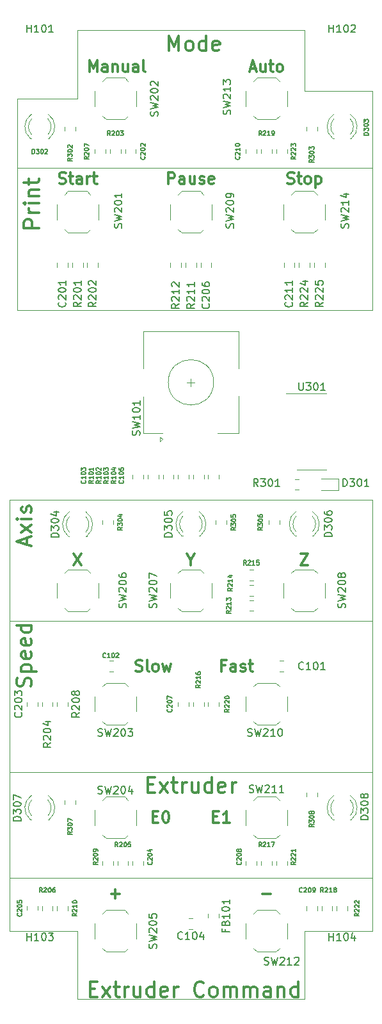
<source format=gbr>
G04 #@! TF.GenerationSoftware,KiCad,Pcbnew,(5.1.5)-3*
G04 #@! TF.CreationDate,2020-06-22T20:22:27+02:00*
G04 #@! TF.ProjectId,Mupi,4d757069-2e6b-4696-9361-645f70636258,rev?*
G04 #@! TF.SameCoordinates,Original*
G04 #@! TF.FileFunction,Legend,Top*
G04 #@! TF.FilePolarity,Positive*
%FSLAX46Y46*%
G04 Gerber Fmt 4.6, Leading zero omitted, Abs format (unit mm)*
G04 Created by KiCad (PCBNEW (5.1.5)-3) date 2020-06-22 20:22:27*
%MOMM*%
%LPD*%
G04 APERTURE LIST*
%ADD10C,0.300000*%
%ADD11C,0.120000*%
%ADD12C,0.150000*%
G04 APERTURE END LIST*
D10*
X69428571Y-150107142D02*
X70571428Y-150107142D01*
X49428571Y-150107142D02*
X50571428Y-150107142D01*
X50000000Y-150678571D02*
X50000000Y-149535714D01*
X62964285Y-139892857D02*
X63464285Y-139892857D01*
X63678571Y-140678571D02*
X62964285Y-140678571D01*
X62964285Y-139178571D01*
X63678571Y-139178571D01*
X65107142Y-140678571D02*
X64250000Y-140678571D01*
X64678571Y-140678571D02*
X64678571Y-139178571D01*
X64535714Y-139392857D01*
X64392857Y-139535714D01*
X64250000Y-139607142D01*
X54964285Y-139892857D02*
X55464285Y-139892857D01*
X55678571Y-140678571D02*
X54964285Y-140678571D01*
X54964285Y-139178571D01*
X55678571Y-139178571D01*
X56607142Y-139178571D02*
X56750000Y-139178571D01*
X56892857Y-139250000D01*
X56964285Y-139321428D01*
X57035714Y-139464285D01*
X57107142Y-139750000D01*
X57107142Y-140107142D01*
X57035714Y-140392857D01*
X56964285Y-140535714D01*
X56892857Y-140607142D01*
X56750000Y-140678571D01*
X56607142Y-140678571D01*
X56464285Y-140607142D01*
X56392857Y-140535714D01*
X56321428Y-140392857D01*
X56250000Y-140107142D01*
X56250000Y-139750000D01*
X56321428Y-139464285D01*
X56392857Y-139321428D01*
X56464285Y-139250000D01*
X56607142Y-139178571D01*
X64500000Y-119892857D02*
X64000000Y-119892857D01*
X64000000Y-120678571D02*
X64000000Y-119178571D01*
X64714285Y-119178571D01*
X65928571Y-120678571D02*
X65928571Y-119892857D01*
X65857142Y-119750000D01*
X65714285Y-119678571D01*
X65428571Y-119678571D01*
X65285714Y-119750000D01*
X65928571Y-120607142D02*
X65785714Y-120678571D01*
X65428571Y-120678571D01*
X65285714Y-120607142D01*
X65214285Y-120464285D01*
X65214285Y-120321428D01*
X65285714Y-120178571D01*
X65428571Y-120107142D01*
X65785714Y-120107142D01*
X65928571Y-120035714D01*
X66571428Y-120607142D02*
X66714285Y-120678571D01*
X67000000Y-120678571D01*
X67142857Y-120607142D01*
X67214285Y-120464285D01*
X67214285Y-120392857D01*
X67142857Y-120250000D01*
X67000000Y-120178571D01*
X66785714Y-120178571D01*
X66642857Y-120107142D01*
X66571428Y-119964285D01*
X66571428Y-119892857D01*
X66642857Y-119750000D01*
X66785714Y-119678571D01*
X67000000Y-119678571D01*
X67142857Y-119750000D01*
X67642857Y-119678571D02*
X68214285Y-119678571D01*
X67857142Y-119178571D02*
X67857142Y-120464285D01*
X67928571Y-120607142D01*
X68071428Y-120678571D01*
X68214285Y-120678571D01*
X52714285Y-120607142D02*
X52928571Y-120678571D01*
X53285714Y-120678571D01*
X53428571Y-120607142D01*
X53500000Y-120535714D01*
X53571428Y-120392857D01*
X53571428Y-120250000D01*
X53500000Y-120107142D01*
X53428571Y-120035714D01*
X53285714Y-119964285D01*
X53000000Y-119892857D01*
X52857142Y-119821428D01*
X52785714Y-119750000D01*
X52714285Y-119607142D01*
X52714285Y-119464285D01*
X52785714Y-119321428D01*
X52857142Y-119250000D01*
X53000000Y-119178571D01*
X53357142Y-119178571D01*
X53571428Y-119250000D01*
X54428571Y-120678571D02*
X54285714Y-120607142D01*
X54214285Y-120464285D01*
X54214285Y-119178571D01*
X55214285Y-120678571D02*
X55071428Y-120607142D01*
X55000000Y-120535714D01*
X54928571Y-120392857D01*
X54928571Y-119964285D01*
X55000000Y-119821428D01*
X55071428Y-119750000D01*
X55214285Y-119678571D01*
X55428571Y-119678571D01*
X55571428Y-119750000D01*
X55642857Y-119821428D01*
X55714285Y-119964285D01*
X55714285Y-120392857D01*
X55642857Y-120535714D01*
X55571428Y-120607142D01*
X55428571Y-120678571D01*
X55214285Y-120678571D01*
X56214285Y-119678571D02*
X56500000Y-120678571D01*
X56785714Y-119964285D01*
X57071428Y-120678571D01*
X57357142Y-119678571D01*
X72785714Y-56207142D02*
X73000000Y-56278571D01*
X73357142Y-56278571D01*
X73500000Y-56207142D01*
X73571428Y-56135714D01*
X73642857Y-55992857D01*
X73642857Y-55850000D01*
X73571428Y-55707142D01*
X73500000Y-55635714D01*
X73357142Y-55564285D01*
X73071428Y-55492857D01*
X72928571Y-55421428D01*
X72857142Y-55350000D01*
X72785714Y-55207142D01*
X72785714Y-55064285D01*
X72857142Y-54921428D01*
X72928571Y-54850000D01*
X73071428Y-54778571D01*
X73428571Y-54778571D01*
X73642857Y-54850000D01*
X74071428Y-55278571D02*
X74642857Y-55278571D01*
X74285714Y-54778571D02*
X74285714Y-56064285D01*
X74357142Y-56207142D01*
X74500000Y-56278571D01*
X74642857Y-56278571D01*
X75357142Y-56278571D02*
X75214285Y-56207142D01*
X75142857Y-56135714D01*
X75071428Y-55992857D01*
X75071428Y-55564285D01*
X75142857Y-55421428D01*
X75214285Y-55350000D01*
X75357142Y-55278571D01*
X75571428Y-55278571D01*
X75714285Y-55350000D01*
X75785714Y-55421428D01*
X75857142Y-55564285D01*
X75857142Y-55992857D01*
X75785714Y-56135714D01*
X75714285Y-56207142D01*
X75571428Y-56278571D01*
X75357142Y-56278571D01*
X76500000Y-55278571D02*
X76500000Y-56778571D01*
X76500000Y-55350000D02*
X76642857Y-55278571D01*
X76928571Y-55278571D01*
X77071428Y-55350000D01*
X77142857Y-55421428D01*
X77214285Y-55564285D01*
X77214285Y-55992857D01*
X77142857Y-56135714D01*
X77071428Y-56207142D01*
X76928571Y-56278571D01*
X76642857Y-56278571D01*
X76500000Y-56207142D01*
X57000000Y-56278571D02*
X57000000Y-54778571D01*
X57571428Y-54778571D01*
X57714285Y-54850000D01*
X57785714Y-54921428D01*
X57857142Y-55064285D01*
X57857142Y-55278571D01*
X57785714Y-55421428D01*
X57714285Y-55492857D01*
X57571428Y-55564285D01*
X57000000Y-55564285D01*
X59142857Y-56278571D02*
X59142857Y-55492857D01*
X59071428Y-55350000D01*
X58928571Y-55278571D01*
X58642857Y-55278571D01*
X58500000Y-55350000D01*
X59142857Y-56207142D02*
X59000000Y-56278571D01*
X58642857Y-56278571D01*
X58500000Y-56207142D01*
X58428571Y-56064285D01*
X58428571Y-55921428D01*
X58500000Y-55778571D01*
X58642857Y-55707142D01*
X59000000Y-55707142D01*
X59142857Y-55635714D01*
X60500000Y-55278571D02*
X60500000Y-56278571D01*
X59857142Y-55278571D02*
X59857142Y-56064285D01*
X59928571Y-56207142D01*
X60071428Y-56278571D01*
X60285714Y-56278571D01*
X60428571Y-56207142D01*
X60500000Y-56135714D01*
X61142857Y-56207142D02*
X61285714Y-56278571D01*
X61571428Y-56278571D01*
X61714285Y-56207142D01*
X61785714Y-56064285D01*
X61785714Y-55992857D01*
X61714285Y-55850000D01*
X61571428Y-55778571D01*
X61357142Y-55778571D01*
X61214285Y-55707142D01*
X61142857Y-55564285D01*
X61142857Y-55492857D01*
X61214285Y-55350000D01*
X61357142Y-55278571D01*
X61571428Y-55278571D01*
X61714285Y-55350000D01*
X63000000Y-56207142D02*
X62857142Y-56278571D01*
X62571428Y-56278571D01*
X62428571Y-56207142D01*
X62357142Y-56064285D01*
X62357142Y-55492857D01*
X62428571Y-55350000D01*
X62571428Y-55278571D01*
X62857142Y-55278571D01*
X63000000Y-55350000D01*
X63071428Y-55492857D01*
X63071428Y-55635714D01*
X62357142Y-55778571D01*
X42571428Y-56207142D02*
X42785714Y-56278571D01*
X43142857Y-56278571D01*
X43285714Y-56207142D01*
X43357142Y-56135714D01*
X43428571Y-55992857D01*
X43428571Y-55850000D01*
X43357142Y-55707142D01*
X43285714Y-55635714D01*
X43142857Y-55564285D01*
X42857142Y-55492857D01*
X42714285Y-55421428D01*
X42642857Y-55350000D01*
X42571428Y-55207142D01*
X42571428Y-55064285D01*
X42642857Y-54921428D01*
X42714285Y-54850000D01*
X42857142Y-54778571D01*
X43214285Y-54778571D01*
X43428571Y-54850000D01*
X43857142Y-55278571D02*
X44428571Y-55278571D01*
X44071428Y-54778571D02*
X44071428Y-56064285D01*
X44142857Y-56207142D01*
X44285714Y-56278571D01*
X44428571Y-56278571D01*
X45571428Y-56278571D02*
X45571428Y-55492857D01*
X45500000Y-55350000D01*
X45357142Y-55278571D01*
X45071428Y-55278571D01*
X44928571Y-55350000D01*
X45571428Y-56207142D02*
X45428571Y-56278571D01*
X45071428Y-56278571D01*
X44928571Y-56207142D01*
X44857142Y-56064285D01*
X44857142Y-55921428D01*
X44928571Y-55778571D01*
X45071428Y-55707142D01*
X45428571Y-55707142D01*
X45571428Y-55635714D01*
X46285714Y-56278571D02*
X46285714Y-55278571D01*
X46285714Y-55564285D02*
X46357142Y-55421428D01*
X46428571Y-55350000D01*
X46571428Y-55278571D01*
X46714285Y-55278571D01*
X47000000Y-55278571D02*
X47571428Y-55278571D01*
X47214285Y-54778571D02*
X47214285Y-56064285D01*
X47285714Y-56207142D01*
X47428571Y-56278571D01*
X47571428Y-56278571D01*
X74500000Y-105178571D02*
X75500000Y-105178571D01*
X74500000Y-106678571D01*
X75500000Y-106678571D01*
X60000000Y-105964285D02*
X60000000Y-106678571D01*
X59500000Y-105178571D02*
X60000000Y-105964285D01*
X60500000Y-105178571D01*
X44500000Y-105178571D02*
X45500000Y-106678571D01*
X45500000Y-105178571D02*
X44500000Y-106678571D01*
X67857142Y-41050000D02*
X68571428Y-41050000D01*
X67714285Y-41478571D02*
X68214285Y-39978571D01*
X68714285Y-41478571D01*
X69857142Y-40478571D02*
X69857142Y-41478571D01*
X69214285Y-40478571D02*
X69214285Y-41264285D01*
X69285714Y-41407142D01*
X69428571Y-41478571D01*
X69642857Y-41478571D01*
X69785714Y-41407142D01*
X69857142Y-41335714D01*
X70357142Y-40478571D02*
X70928571Y-40478571D01*
X70571428Y-39978571D02*
X70571428Y-41264285D01*
X70642857Y-41407142D01*
X70785714Y-41478571D01*
X70928571Y-41478571D01*
X71642857Y-41478571D02*
X71500000Y-41407142D01*
X71428571Y-41335714D01*
X71357142Y-41192857D01*
X71357142Y-40764285D01*
X71428571Y-40621428D01*
X71500000Y-40550000D01*
X71642857Y-40478571D01*
X71857142Y-40478571D01*
X72000000Y-40550000D01*
X72071428Y-40621428D01*
X72142857Y-40764285D01*
X72142857Y-41192857D01*
X72071428Y-41335714D01*
X72000000Y-41407142D01*
X71857142Y-41478571D01*
X71642857Y-41478571D01*
X46592857Y-41478571D02*
X46592857Y-39978571D01*
X47092857Y-41050000D01*
X47592857Y-39978571D01*
X47592857Y-41478571D01*
X48950000Y-41478571D02*
X48950000Y-40692857D01*
X48878571Y-40550000D01*
X48735714Y-40478571D01*
X48450000Y-40478571D01*
X48307142Y-40550000D01*
X48950000Y-41407142D02*
X48807142Y-41478571D01*
X48450000Y-41478571D01*
X48307142Y-41407142D01*
X48235714Y-41264285D01*
X48235714Y-41121428D01*
X48307142Y-40978571D01*
X48450000Y-40907142D01*
X48807142Y-40907142D01*
X48950000Y-40835714D01*
X49664285Y-40478571D02*
X49664285Y-41478571D01*
X49664285Y-40621428D02*
X49735714Y-40550000D01*
X49878571Y-40478571D01*
X50092857Y-40478571D01*
X50235714Y-40550000D01*
X50307142Y-40692857D01*
X50307142Y-41478571D01*
X51664285Y-40478571D02*
X51664285Y-41478571D01*
X51021428Y-40478571D02*
X51021428Y-41264285D01*
X51092857Y-41407142D01*
X51235714Y-41478571D01*
X51450000Y-41478571D01*
X51592857Y-41407142D01*
X51664285Y-41335714D01*
X53021428Y-41478571D02*
X53021428Y-40692857D01*
X52950000Y-40550000D01*
X52807142Y-40478571D01*
X52521428Y-40478571D01*
X52378571Y-40550000D01*
X53021428Y-41407142D02*
X52878571Y-41478571D01*
X52521428Y-41478571D01*
X52378571Y-41407142D01*
X52307142Y-41264285D01*
X52307142Y-41121428D01*
X52378571Y-40978571D01*
X52521428Y-40907142D01*
X52878571Y-40907142D01*
X53021428Y-40835714D01*
X53950000Y-41478571D02*
X53807142Y-41407142D01*
X53735714Y-41264285D01*
X53735714Y-39978571D01*
X57066666Y-38704761D02*
X57066666Y-36704761D01*
X57733333Y-38133333D01*
X58400000Y-36704761D01*
X58400000Y-38704761D01*
X59638095Y-38704761D02*
X59447619Y-38609523D01*
X59352380Y-38514285D01*
X59257142Y-38323809D01*
X59257142Y-37752380D01*
X59352380Y-37561904D01*
X59447619Y-37466666D01*
X59638095Y-37371428D01*
X59923809Y-37371428D01*
X60114285Y-37466666D01*
X60209523Y-37561904D01*
X60304761Y-37752380D01*
X60304761Y-38323809D01*
X60209523Y-38514285D01*
X60114285Y-38609523D01*
X59923809Y-38704761D01*
X59638095Y-38704761D01*
X62019047Y-38704761D02*
X62019047Y-36704761D01*
X62019047Y-38609523D02*
X61828571Y-38704761D01*
X61447619Y-38704761D01*
X61257142Y-38609523D01*
X61161904Y-38514285D01*
X61066666Y-38323809D01*
X61066666Y-37752380D01*
X61161904Y-37561904D01*
X61257142Y-37466666D01*
X61447619Y-37371428D01*
X61828571Y-37371428D01*
X62019047Y-37466666D01*
X63733333Y-38609523D02*
X63542857Y-38704761D01*
X63161904Y-38704761D01*
X62971428Y-38609523D01*
X62876190Y-38419047D01*
X62876190Y-37657142D01*
X62971428Y-37466666D01*
X63161904Y-37371428D01*
X63542857Y-37371428D01*
X63733333Y-37466666D01*
X63828571Y-37657142D01*
X63828571Y-37847619D01*
X62876190Y-38038095D01*
X39904761Y-62095238D02*
X37904761Y-62095238D01*
X37904761Y-61333333D01*
X38000000Y-61142857D01*
X38095238Y-61047619D01*
X38285714Y-60952380D01*
X38571428Y-60952380D01*
X38761904Y-61047619D01*
X38857142Y-61142857D01*
X38952380Y-61333333D01*
X38952380Y-62095238D01*
X39904761Y-60095238D02*
X38571428Y-60095238D01*
X38952380Y-60095238D02*
X38761904Y-60000000D01*
X38666666Y-59904761D01*
X38571428Y-59714285D01*
X38571428Y-59523809D01*
X39904761Y-58857142D02*
X38571428Y-58857142D01*
X37904761Y-58857142D02*
X38000000Y-58952380D01*
X38095238Y-58857142D01*
X38000000Y-58761904D01*
X37904761Y-58857142D01*
X38095238Y-58857142D01*
X38571428Y-57904761D02*
X39904761Y-57904761D01*
X38761904Y-57904761D02*
X38666666Y-57809523D01*
X38571428Y-57619047D01*
X38571428Y-57333333D01*
X38666666Y-57142857D01*
X38857142Y-57047619D01*
X39904761Y-57047619D01*
X38571428Y-56380952D02*
X38571428Y-55619047D01*
X37904761Y-56095238D02*
X39619047Y-56095238D01*
X39809523Y-56000000D01*
X39904761Y-55809523D01*
X39904761Y-55619047D01*
X46638095Y-162657142D02*
X47304761Y-162657142D01*
X47590476Y-163704761D02*
X46638095Y-163704761D01*
X46638095Y-161704761D01*
X47590476Y-161704761D01*
X48257142Y-163704761D02*
X49304761Y-162371428D01*
X48257142Y-162371428D02*
X49304761Y-163704761D01*
X49780952Y-162371428D02*
X50542857Y-162371428D01*
X50066666Y-161704761D02*
X50066666Y-163419047D01*
X50161904Y-163609523D01*
X50352380Y-163704761D01*
X50542857Y-163704761D01*
X51209523Y-163704761D02*
X51209523Y-162371428D01*
X51209523Y-162752380D02*
X51304761Y-162561904D01*
X51400000Y-162466666D01*
X51590476Y-162371428D01*
X51780952Y-162371428D01*
X53304761Y-162371428D02*
X53304761Y-163704761D01*
X52447619Y-162371428D02*
X52447619Y-163419047D01*
X52542857Y-163609523D01*
X52733333Y-163704761D01*
X53019047Y-163704761D01*
X53209523Y-163609523D01*
X53304761Y-163514285D01*
X55114285Y-163704761D02*
X55114285Y-161704761D01*
X55114285Y-163609523D02*
X54923809Y-163704761D01*
X54542857Y-163704761D01*
X54352380Y-163609523D01*
X54257142Y-163514285D01*
X54161904Y-163323809D01*
X54161904Y-162752380D01*
X54257142Y-162561904D01*
X54352380Y-162466666D01*
X54542857Y-162371428D01*
X54923809Y-162371428D01*
X55114285Y-162466666D01*
X56828571Y-163609523D02*
X56638095Y-163704761D01*
X56257142Y-163704761D01*
X56066666Y-163609523D01*
X55971428Y-163419047D01*
X55971428Y-162657142D01*
X56066666Y-162466666D01*
X56257142Y-162371428D01*
X56638095Y-162371428D01*
X56828571Y-162466666D01*
X56923809Y-162657142D01*
X56923809Y-162847619D01*
X55971428Y-163038095D01*
X57780952Y-163704761D02*
X57780952Y-162371428D01*
X57780952Y-162752380D02*
X57876190Y-162561904D01*
X57971428Y-162466666D01*
X58161904Y-162371428D01*
X58352380Y-162371428D01*
X61685714Y-163514285D02*
X61590476Y-163609523D01*
X61304761Y-163704761D01*
X61114285Y-163704761D01*
X60828571Y-163609523D01*
X60638095Y-163419047D01*
X60542857Y-163228571D01*
X60447619Y-162847619D01*
X60447619Y-162561904D01*
X60542857Y-162180952D01*
X60638095Y-161990476D01*
X60828571Y-161800000D01*
X61114285Y-161704761D01*
X61304761Y-161704761D01*
X61590476Y-161800000D01*
X61685714Y-161895238D01*
X62828571Y-163704761D02*
X62638095Y-163609523D01*
X62542857Y-163514285D01*
X62447619Y-163323809D01*
X62447619Y-162752380D01*
X62542857Y-162561904D01*
X62638095Y-162466666D01*
X62828571Y-162371428D01*
X63114285Y-162371428D01*
X63304761Y-162466666D01*
X63400000Y-162561904D01*
X63495238Y-162752380D01*
X63495238Y-163323809D01*
X63400000Y-163514285D01*
X63304761Y-163609523D01*
X63114285Y-163704761D01*
X62828571Y-163704761D01*
X64352380Y-163704761D02*
X64352380Y-162371428D01*
X64352380Y-162561904D02*
X64447619Y-162466666D01*
X64638095Y-162371428D01*
X64923809Y-162371428D01*
X65114285Y-162466666D01*
X65209523Y-162657142D01*
X65209523Y-163704761D01*
X65209523Y-162657142D02*
X65304761Y-162466666D01*
X65495238Y-162371428D01*
X65780952Y-162371428D01*
X65971428Y-162466666D01*
X66066666Y-162657142D01*
X66066666Y-163704761D01*
X67019047Y-163704761D02*
X67019047Y-162371428D01*
X67019047Y-162561904D02*
X67114285Y-162466666D01*
X67304761Y-162371428D01*
X67590476Y-162371428D01*
X67780952Y-162466666D01*
X67876190Y-162657142D01*
X67876190Y-163704761D01*
X67876190Y-162657142D02*
X67971428Y-162466666D01*
X68161904Y-162371428D01*
X68447619Y-162371428D01*
X68638095Y-162466666D01*
X68733333Y-162657142D01*
X68733333Y-163704761D01*
X70542857Y-163704761D02*
X70542857Y-162657142D01*
X70447619Y-162466666D01*
X70257142Y-162371428D01*
X69876190Y-162371428D01*
X69685714Y-162466666D01*
X70542857Y-163609523D02*
X70352380Y-163704761D01*
X69876190Y-163704761D01*
X69685714Y-163609523D01*
X69590476Y-163419047D01*
X69590476Y-163228571D01*
X69685714Y-163038095D01*
X69876190Y-162942857D01*
X70352380Y-162942857D01*
X70542857Y-162847619D01*
X71495238Y-162371428D02*
X71495238Y-163704761D01*
X71495238Y-162561904D02*
X71590476Y-162466666D01*
X71780952Y-162371428D01*
X72066666Y-162371428D01*
X72257142Y-162466666D01*
X72352380Y-162657142D01*
X72352380Y-163704761D01*
X74161904Y-163704761D02*
X74161904Y-161704761D01*
X74161904Y-163609523D02*
X73971428Y-163704761D01*
X73590476Y-163704761D01*
X73400000Y-163609523D01*
X73304761Y-163514285D01*
X73209523Y-163323809D01*
X73209523Y-162752380D01*
X73304761Y-162561904D01*
X73400000Y-162466666D01*
X73590476Y-162371428D01*
X73971428Y-162371428D01*
X74161904Y-162466666D01*
X54285714Y-135657142D02*
X54952380Y-135657142D01*
X55238095Y-136704761D02*
X54285714Y-136704761D01*
X54285714Y-134704761D01*
X55238095Y-134704761D01*
X55904761Y-136704761D02*
X56952380Y-135371428D01*
X55904761Y-135371428D02*
X56952380Y-136704761D01*
X57428571Y-135371428D02*
X58190476Y-135371428D01*
X57714285Y-134704761D02*
X57714285Y-136419047D01*
X57809523Y-136609523D01*
X58000000Y-136704761D01*
X58190476Y-136704761D01*
X58857142Y-136704761D02*
X58857142Y-135371428D01*
X58857142Y-135752380D02*
X58952380Y-135561904D01*
X59047619Y-135466666D01*
X59238095Y-135371428D01*
X59428571Y-135371428D01*
X60952380Y-135371428D02*
X60952380Y-136704761D01*
X60095238Y-135371428D02*
X60095238Y-136419047D01*
X60190476Y-136609523D01*
X60380952Y-136704761D01*
X60666666Y-136704761D01*
X60857142Y-136609523D01*
X60952380Y-136514285D01*
X62761904Y-136704761D02*
X62761904Y-134704761D01*
X62761904Y-136609523D02*
X62571428Y-136704761D01*
X62190476Y-136704761D01*
X62000000Y-136609523D01*
X61904761Y-136514285D01*
X61809523Y-136323809D01*
X61809523Y-135752380D01*
X61904761Y-135561904D01*
X62000000Y-135466666D01*
X62190476Y-135371428D01*
X62571428Y-135371428D01*
X62761904Y-135466666D01*
X64476190Y-136609523D02*
X64285714Y-136704761D01*
X63904761Y-136704761D01*
X63714285Y-136609523D01*
X63619047Y-136419047D01*
X63619047Y-135657142D01*
X63714285Y-135466666D01*
X63904761Y-135371428D01*
X64285714Y-135371428D01*
X64476190Y-135466666D01*
X64571428Y-135657142D01*
X64571428Y-135847619D01*
X63619047Y-136038095D01*
X65428571Y-136704761D02*
X65428571Y-135371428D01*
X65428571Y-135752380D02*
X65523809Y-135561904D01*
X65619047Y-135466666D01*
X65809523Y-135371428D01*
X66000000Y-135371428D01*
X38809523Y-122695238D02*
X38904761Y-122409523D01*
X38904761Y-121933333D01*
X38809523Y-121742857D01*
X38714285Y-121647619D01*
X38523809Y-121552380D01*
X38333333Y-121552380D01*
X38142857Y-121647619D01*
X38047619Y-121742857D01*
X37952380Y-121933333D01*
X37857142Y-122314285D01*
X37761904Y-122504761D01*
X37666666Y-122600000D01*
X37476190Y-122695238D01*
X37285714Y-122695238D01*
X37095238Y-122600000D01*
X37000000Y-122504761D01*
X36904761Y-122314285D01*
X36904761Y-121838095D01*
X37000000Y-121552380D01*
X37571428Y-120695238D02*
X39571428Y-120695238D01*
X37666666Y-120695238D02*
X37571428Y-120504761D01*
X37571428Y-120123809D01*
X37666666Y-119933333D01*
X37761904Y-119838095D01*
X37952380Y-119742857D01*
X38523809Y-119742857D01*
X38714285Y-119838095D01*
X38809523Y-119933333D01*
X38904761Y-120123809D01*
X38904761Y-120504761D01*
X38809523Y-120695238D01*
X38809523Y-118123809D02*
X38904761Y-118314285D01*
X38904761Y-118695238D01*
X38809523Y-118885714D01*
X38619047Y-118980952D01*
X37857142Y-118980952D01*
X37666666Y-118885714D01*
X37571428Y-118695238D01*
X37571428Y-118314285D01*
X37666666Y-118123809D01*
X37857142Y-118028571D01*
X38047619Y-118028571D01*
X38238095Y-118980952D01*
X38809523Y-116409523D02*
X38904761Y-116600000D01*
X38904761Y-116980952D01*
X38809523Y-117171428D01*
X38619047Y-117266666D01*
X37857142Y-117266666D01*
X37666666Y-117171428D01*
X37571428Y-116980952D01*
X37571428Y-116600000D01*
X37666666Y-116409523D01*
X37857142Y-116314285D01*
X38047619Y-116314285D01*
X38238095Y-117266666D01*
X38904761Y-114600000D02*
X36904761Y-114600000D01*
X38809523Y-114600000D02*
X38904761Y-114790476D01*
X38904761Y-115171428D01*
X38809523Y-115361904D01*
X38714285Y-115457142D01*
X38523809Y-115552380D01*
X37952380Y-115552380D01*
X37761904Y-115457142D01*
X37666666Y-115361904D01*
X37571428Y-115171428D01*
X37571428Y-114790476D01*
X37666666Y-114600000D01*
X38333333Y-103971428D02*
X38333333Y-103019047D01*
X38904761Y-104161904D02*
X36904761Y-103495238D01*
X38904761Y-102828571D01*
X38904761Y-102352380D02*
X37571428Y-101304761D01*
X37571428Y-102352380D02*
X38904761Y-101304761D01*
X38904761Y-100542857D02*
X37571428Y-100542857D01*
X36904761Y-100542857D02*
X37000000Y-100638095D01*
X37095238Y-100542857D01*
X37000000Y-100447619D01*
X36904761Y-100542857D01*
X37095238Y-100542857D01*
X38809523Y-99685714D02*
X38904761Y-99495238D01*
X38904761Y-99114285D01*
X38809523Y-98923809D01*
X38619047Y-98828571D01*
X38523809Y-98828571D01*
X38333333Y-98923809D01*
X38238095Y-99114285D01*
X38238095Y-99400000D01*
X38142857Y-99590476D01*
X37952380Y-99685714D01*
X37857142Y-99685714D01*
X37666666Y-99590476D01*
X37571428Y-99400000D01*
X37571428Y-99114285D01*
X37666666Y-98923809D01*
D11*
X36000000Y-155000000D02*
X36000000Y-148000000D01*
X45000000Y-155000000D02*
X36000000Y-155000000D01*
X45000000Y-164000000D02*
X45000000Y-155000000D01*
X75000000Y-164000000D02*
X45000000Y-164000000D01*
X75000000Y-155000000D02*
X75000000Y-164000000D01*
X84000000Y-155000000D02*
X75000000Y-155000000D01*
X84000000Y-148000000D02*
X84000000Y-155000000D01*
X36000000Y-148000000D02*
X36000000Y-134000000D01*
X84000000Y-148000000D02*
X36000000Y-148000000D01*
X84000000Y-134000000D02*
X84000000Y-148000000D01*
X84000000Y-134000000D02*
X84000000Y-114000000D01*
X36000000Y-134000000D02*
X84000000Y-134000000D01*
X36000000Y-114000000D02*
X36000000Y-134000000D01*
X84000000Y-44000000D02*
X84000000Y-55000000D01*
X75000000Y-44000000D02*
X84000000Y-44000000D01*
X75000000Y-36000000D02*
X75000000Y-44000000D01*
X45000000Y-36000000D02*
X75000000Y-36000000D01*
X45000000Y-45000000D02*
X45000000Y-36000000D01*
X37000000Y-45000000D02*
X45000000Y-45000000D01*
X37000000Y-55000000D02*
X37000000Y-45000000D01*
X37000000Y-73000000D02*
X37000000Y-55000000D01*
X84000000Y-73000000D02*
X37000000Y-73000000D01*
X84000000Y-55000000D02*
X84000000Y-73000000D01*
X37000000Y-54200000D02*
X84000000Y-54200000D01*
X84000000Y-98000000D02*
X82000000Y-98000000D01*
X84000000Y-114000000D02*
X84000000Y-98000000D01*
X36000000Y-114000000D02*
X84000000Y-114000000D01*
X36000000Y-98000000D02*
X36000000Y-114000000D01*
X82000000Y-98000000D02*
X36000000Y-98000000D01*
X72261252Y-119290000D02*
X71738748Y-119290000D01*
X72261252Y-120710000D02*
X71738748Y-120710000D01*
X49739252Y-120710000D02*
X49216748Y-120710000D01*
X49739252Y-119290000D02*
X49216748Y-119290000D01*
X52290000Y-95261252D02*
X52290000Y-94738748D01*
X53710000Y-95261252D02*
X53710000Y-94738748D01*
X60261252Y-154710000D02*
X59738748Y-154710000D01*
X60261252Y-153290000D02*
X59738748Y-153290000D01*
X63710000Y-95261252D02*
X63710000Y-94738748D01*
X62290000Y-95261252D02*
X62290000Y-94738748D01*
X43710000Y-66738748D02*
X43710000Y-67261252D01*
X42290000Y-66738748D02*
X42290000Y-67261252D01*
X51290000Y-51738748D02*
X51290000Y-52261252D01*
X52710000Y-51738748D02*
X52710000Y-52261252D01*
X39710000Y-124738748D02*
X39710000Y-125261252D01*
X38290000Y-124738748D02*
X38290000Y-125261252D01*
X53710000Y-145738748D02*
X53710000Y-146261252D01*
X52290000Y-145738748D02*
X52290000Y-146261252D01*
X39710000Y-152236252D02*
X39710000Y-151713748D01*
X38290000Y-152236252D02*
X38290000Y-151713748D01*
X62710000Y-66738748D02*
X62710000Y-67261252D01*
X61290000Y-66738748D02*
X61290000Y-67261252D01*
X58290000Y-124738748D02*
X58290000Y-125261252D01*
X59710000Y-124738748D02*
X59710000Y-125261252D01*
X67290000Y-145738748D02*
X67290000Y-146261252D01*
X68710000Y-145738748D02*
X68710000Y-146261252D01*
X76710000Y-152261252D02*
X76710000Y-151738748D01*
X75290000Y-152261252D02*
X75290000Y-151738748D01*
X68710000Y-51738748D02*
X68710000Y-52261252D01*
X67290000Y-51738748D02*
X67290000Y-52261252D01*
X72290000Y-66738748D02*
X72290000Y-67261252D01*
X73710000Y-66738748D02*
X73710000Y-67261252D01*
X77200000Y-96735000D02*
X79485000Y-96735000D01*
X79485000Y-96735000D02*
X79485000Y-95265000D01*
X79485000Y-95265000D02*
X77200000Y-95265000D01*
X38921392Y-47057665D02*
G75*
G03X38764484Y-50290000I1078608J-1672335D01*
G01*
X41078608Y-47057665D02*
G75*
G02X41235516Y-50290000I-1078608J-1672335D01*
G01*
X38920163Y-47688870D02*
G75*
G03X38920000Y-49770961I1079837J-1041130D01*
G01*
X41079837Y-47688870D02*
G75*
G02X41080000Y-49770961I-1079837J-1041130D01*
G01*
X38764000Y-50290000D02*
X38920000Y-50290000D01*
X41080000Y-50290000D02*
X41236000Y-50290000D01*
X78921392Y-47057665D02*
G75*
G03X78764484Y-50290000I1078608J-1672335D01*
G01*
X81078608Y-47057665D02*
G75*
G02X81235516Y-50290000I-1078608J-1672335D01*
G01*
X78920163Y-47688870D02*
G75*
G03X78920000Y-49770961I1079837J-1041130D01*
G01*
X81079837Y-47688870D02*
G75*
G02X81080000Y-49770961I-1079837J-1041130D01*
G01*
X78764000Y-50290000D02*
X78920000Y-50290000D01*
X81080000Y-50290000D02*
X81236000Y-50290000D01*
X46080000Y-102830000D02*
X46236000Y-102830000D01*
X43764000Y-102830000D02*
X43920000Y-102830000D01*
X46079837Y-100228870D02*
G75*
G02X46080000Y-102310961I-1079837J-1041130D01*
G01*
X43920163Y-100228870D02*
G75*
G03X43920000Y-102310961I1079837J-1041130D01*
G01*
X46078608Y-99597665D02*
G75*
G02X46235516Y-102830000I-1078608J-1672335D01*
G01*
X43921392Y-99597665D02*
G75*
G03X43764484Y-102830000I1078608J-1672335D01*
G01*
X61080000Y-102790000D02*
X61236000Y-102790000D01*
X58764000Y-102790000D02*
X58920000Y-102790000D01*
X61079837Y-100188870D02*
G75*
G02X61080000Y-102270961I-1079837J-1041130D01*
G01*
X58920163Y-100188870D02*
G75*
G03X58920000Y-102270961I1079837J-1041130D01*
G01*
X61078608Y-99557665D02*
G75*
G02X61235516Y-102790000I-1078608J-1672335D01*
G01*
X58921392Y-99557665D02*
G75*
G03X58764484Y-102790000I1078608J-1672335D01*
G01*
X73921392Y-99557665D02*
G75*
G03X73764484Y-102790000I1078608J-1672335D01*
G01*
X76078608Y-99557665D02*
G75*
G02X76235516Y-102790000I-1078608J-1672335D01*
G01*
X73920163Y-100188870D02*
G75*
G03X73920000Y-102270961I1079837J-1041130D01*
G01*
X76079837Y-100188870D02*
G75*
G02X76080000Y-102270961I-1079837J-1041130D01*
G01*
X73764000Y-102790000D02*
X73920000Y-102790000D01*
X76080000Y-102790000D02*
X76236000Y-102790000D01*
X41080000Y-140290000D02*
X41236000Y-140290000D01*
X38764000Y-140290000D02*
X38920000Y-140290000D01*
X41079837Y-137688870D02*
G75*
G02X41080000Y-139770961I-1079837J-1041130D01*
G01*
X38920163Y-137688870D02*
G75*
G03X38920000Y-139770961I1079837J-1041130D01*
G01*
X41078608Y-137057665D02*
G75*
G02X41235516Y-140290000I-1078608J-1672335D01*
G01*
X38921392Y-137057665D02*
G75*
G03X38764484Y-140290000I1078608J-1672335D01*
G01*
X78921392Y-137057665D02*
G75*
G03X78764484Y-140290000I1078608J-1672335D01*
G01*
X81078608Y-137057665D02*
G75*
G02X81235516Y-140290000I-1078608J-1672335D01*
G01*
X78920163Y-137688870D02*
G75*
G03X78920000Y-139770961I1079837J-1041130D01*
G01*
X81079837Y-137688870D02*
G75*
G02X81080000Y-139770961I-1079837J-1041130D01*
G01*
X78764000Y-140290000D02*
X78920000Y-140290000D01*
X81080000Y-140290000D02*
X81236000Y-140290000D01*
X63710000Y-152741422D02*
X63710000Y-153258578D01*
X62290000Y-152741422D02*
X62290000Y-153258578D01*
X55710000Y-94738748D02*
X55710000Y-95261252D01*
X54290000Y-94738748D02*
X54290000Y-95261252D01*
X57710000Y-95261252D02*
X57710000Y-94738748D01*
X56290000Y-95261252D02*
X56290000Y-94738748D01*
X58290000Y-95261252D02*
X58290000Y-94738748D01*
X59710000Y-95261252D02*
X59710000Y-94738748D01*
X60290000Y-95261252D02*
X60290000Y-94738748D01*
X61710000Y-95261252D02*
X61710000Y-94738748D01*
X44290000Y-66738748D02*
X44290000Y-67261252D01*
X45710000Y-66738748D02*
X45710000Y-67261252D01*
X47710000Y-67261252D02*
X47710000Y-66738748D01*
X46290000Y-67261252D02*
X46290000Y-66738748D01*
X49290000Y-51738748D02*
X49290000Y-52261252D01*
X50710000Y-51738748D02*
X50710000Y-52261252D01*
X40290000Y-124738748D02*
X40290000Y-125261252D01*
X41710000Y-124738748D02*
X41710000Y-125261252D01*
X51710000Y-145738748D02*
X51710000Y-146261252D01*
X50290000Y-145738748D02*
X50290000Y-146261252D01*
X40290000Y-152261252D02*
X40290000Y-151738748D01*
X41710000Y-152261252D02*
X41710000Y-151738748D01*
X47290000Y-52261252D02*
X47290000Y-51738748D01*
X48710000Y-52261252D02*
X48710000Y-51738748D01*
X42290000Y-125261252D02*
X42290000Y-124738748D01*
X43710000Y-125261252D02*
X43710000Y-124738748D01*
X49710000Y-146261252D02*
X49710000Y-145738748D01*
X48290000Y-146261252D02*
X48290000Y-145738748D01*
X42290000Y-151738748D02*
X42290000Y-152261252D01*
X43710000Y-151738748D02*
X43710000Y-152261252D01*
X60710000Y-66738748D02*
X60710000Y-67261252D01*
X59290000Y-66738748D02*
X59290000Y-67261252D01*
X57290000Y-67261252D02*
X57290000Y-66738748D01*
X58710000Y-67261252D02*
X58710000Y-66738748D01*
X67738748Y-112710000D02*
X68261252Y-112710000D01*
X67738748Y-111290000D02*
X68261252Y-111290000D01*
X68261252Y-110710000D02*
X67738748Y-110710000D01*
X68261252Y-109290000D02*
X67738748Y-109290000D01*
X67738748Y-108710000D02*
X68261252Y-108710000D01*
X67738748Y-107290000D02*
X68261252Y-107290000D01*
X60290000Y-124738748D02*
X60290000Y-125261252D01*
X61710000Y-124738748D02*
X61710000Y-125261252D01*
X70710000Y-145738748D02*
X70710000Y-146261252D01*
X69290000Y-145738748D02*
X69290000Y-146261252D01*
X77290000Y-152261252D02*
X77290000Y-151738748D01*
X78710000Y-152261252D02*
X78710000Y-151738748D01*
X70710000Y-51738748D02*
X70710000Y-52261252D01*
X69290000Y-51738748D02*
X69290000Y-52261252D01*
X62290000Y-125261252D02*
X62290000Y-124738748D01*
X63710000Y-125261252D02*
X63710000Y-124738748D01*
X72710000Y-146261252D02*
X72710000Y-145738748D01*
X71290000Y-146261252D02*
X71290000Y-145738748D01*
X79290000Y-151738748D02*
X79290000Y-152261252D01*
X80710000Y-151738748D02*
X80710000Y-152261252D01*
X72710000Y-52261252D02*
X72710000Y-51738748D01*
X71290000Y-52261252D02*
X71290000Y-51738748D01*
X74290000Y-66738748D02*
X74290000Y-67261252D01*
X75710000Y-66738748D02*
X75710000Y-67261252D01*
X76290000Y-67261252D02*
X76290000Y-66738748D01*
X77710000Y-67261252D02*
X77710000Y-66738748D01*
X73738748Y-96710000D02*
X74261252Y-96710000D01*
X73738748Y-95290000D02*
X74261252Y-95290000D01*
X43290000Y-49261252D02*
X43290000Y-48738748D01*
X44710000Y-49261252D02*
X44710000Y-48738748D01*
X76710000Y-49261252D02*
X76710000Y-48738748D01*
X75290000Y-49261252D02*
X75290000Y-48738748D01*
X49710000Y-100713748D02*
X49710000Y-101236252D01*
X48290000Y-100713748D02*
X48290000Y-101236252D01*
X63290000Y-100738748D02*
X63290000Y-101261252D01*
X64710000Y-100738748D02*
X64710000Y-101261252D01*
X71710000Y-100738748D02*
X71710000Y-101261252D01*
X70290000Y-100738748D02*
X70290000Y-101261252D01*
X44710000Y-138261252D02*
X44710000Y-137738748D01*
X43290000Y-138261252D02*
X43290000Y-137738748D01*
X76710000Y-136738748D02*
X76710000Y-137261252D01*
X75290000Y-136738748D02*
X75290000Y-137261252D01*
X60000000Y-83000000D02*
X60000000Y-82000000D01*
X59500000Y-82500000D02*
X60500000Y-82500000D01*
X55900000Y-89700000D02*
X56200000Y-90000000D01*
X55900000Y-90300000D02*
X55900000Y-89700000D01*
X56200000Y-90000000D02*
X55900000Y-90300000D01*
X53700000Y-89200000D02*
X56200000Y-89200000D01*
X53700000Y-84400000D02*
X53700000Y-89200000D01*
X66300000Y-89200000D02*
X63500000Y-89200000D01*
X66300000Y-84300000D02*
X66300000Y-89200000D01*
X66300000Y-75800000D02*
X66300000Y-80700000D01*
X53700000Y-75800000D02*
X66300000Y-75800000D01*
X53700000Y-80700000D02*
X53700000Y-75800000D01*
X63000000Y-82500000D02*
G75*
G03X63000000Y-82500000I-3000000J0D01*
G01*
X43300000Y-62300000D02*
X43750000Y-62750000D01*
X46700000Y-62300000D02*
X46250000Y-62750000D01*
X46700000Y-57700000D02*
X46250000Y-57250000D01*
X43300000Y-57700000D02*
X43750000Y-57250000D01*
X47750000Y-59000000D02*
X47750000Y-61000000D01*
X43750000Y-62750000D02*
X46250000Y-62750000D01*
X42250000Y-59000000D02*
X42250000Y-61000000D01*
X43750000Y-57250000D02*
X46250000Y-57250000D01*
X48750000Y-42250000D02*
X51250000Y-42250000D01*
X47250000Y-44000000D02*
X47250000Y-46000000D01*
X48750000Y-47750000D02*
X51250000Y-47750000D01*
X52750000Y-44000000D02*
X52750000Y-46000000D01*
X48300000Y-42700000D02*
X48750000Y-42250000D01*
X51700000Y-42700000D02*
X51250000Y-42250000D01*
X51700000Y-47300000D02*
X51250000Y-47750000D01*
X48300000Y-47300000D02*
X48750000Y-47750000D01*
X48750000Y-122250000D02*
X51250000Y-122250000D01*
X47250000Y-124000000D02*
X47250000Y-126000000D01*
X48750000Y-127750000D02*
X51250000Y-127750000D01*
X52750000Y-124000000D02*
X52750000Y-126000000D01*
X48300000Y-122700000D02*
X48750000Y-122250000D01*
X51700000Y-122700000D02*
X51250000Y-122250000D01*
X51700000Y-127300000D02*
X51250000Y-127750000D01*
X48300000Y-127300000D02*
X48750000Y-127750000D01*
X48750000Y-137250000D02*
X51250000Y-137250000D01*
X47250000Y-139000000D02*
X47250000Y-141000000D01*
X48750000Y-142750000D02*
X51250000Y-142750000D01*
X52750000Y-139000000D02*
X52750000Y-141000000D01*
X48300000Y-137700000D02*
X48750000Y-137250000D01*
X51700000Y-137700000D02*
X51250000Y-137250000D01*
X51700000Y-142300000D02*
X51250000Y-142750000D01*
X48300000Y-142300000D02*
X48750000Y-142750000D01*
X48750000Y-152250000D02*
X51250000Y-152250000D01*
X47250000Y-154000000D02*
X47250000Y-156000000D01*
X48750000Y-157750000D02*
X51250000Y-157750000D01*
X52750000Y-154000000D02*
X52750000Y-156000000D01*
X48300000Y-152700000D02*
X48750000Y-152250000D01*
X51700000Y-152700000D02*
X51250000Y-152250000D01*
X51700000Y-157300000D02*
X51250000Y-157750000D01*
X48300000Y-157300000D02*
X48750000Y-157750000D01*
X43750000Y-107250000D02*
X46250000Y-107250000D01*
X42250000Y-109000000D02*
X42250000Y-111000000D01*
X43750000Y-112750000D02*
X46250000Y-112750000D01*
X47750000Y-109000000D02*
X47750000Y-111000000D01*
X43300000Y-107700000D02*
X43750000Y-107250000D01*
X46700000Y-107700000D02*
X46250000Y-107250000D01*
X46700000Y-112300000D02*
X46250000Y-112750000D01*
X43300000Y-112300000D02*
X43750000Y-112750000D01*
X58300000Y-112300000D02*
X58750000Y-112750000D01*
X61700000Y-112300000D02*
X61250000Y-112750000D01*
X61700000Y-107700000D02*
X61250000Y-107250000D01*
X58300000Y-107700000D02*
X58750000Y-107250000D01*
X62750000Y-109000000D02*
X62750000Y-111000000D01*
X58750000Y-112750000D02*
X61250000Y-112750000D01*
X57250000Y-109000000D02*
X57250000Y-111000000D01*
X58750000Y-107250000D02*
X61250000Y-107250000D01*
X73750000Y-107250000D02*
X76250000Y-107250000D01*
X72250000Y-109000000D02*
X72250000Y-111000000D01*
X73750000Y-112750000D02*
X76250000Y-112750000D01*
X77750000Y-109000000D02*
X77750000Y-111000000D01*
X73300000Y-107700000D02*
X73750000Y-107250000D01*
X76700000Y-107700000D02*
X76250000Y-107250000D01*
X76700000Y-112300000D02*
X76250000Y-112750000D01*
X73300000Y-112300000D02*
X73750000Y-112750000D01*
X58300000Y-62300000D02*
X58750000Y-62750000D01*
X61700000Y-62300000D02*
X61250000Y-62750000D01*
X61700000Y-57700000D02*
X61250000Y-57250000D01*
X58300000Y-57700000D02*
X58750000Y-57250000D01*
X62750000Y-59000000D02*
X62750000Y-61000000D01*
X58750000Y-62750000D02*
X61250000Y-62750000D01*
X57250000Y-59000000D02*
X57250000Y-61000000D01*
X58750000Y-57250000D02*
X61250000Y-57250000D01*
X68300000Y-127300000D02*
X68750000Y-127750000D01*
X71700000Y-127300000D02*
X71250000Y-127750000D01*
X71700000Y-122700000D02*
X71250000Y-122250000D01*
X68300000Y-122700000D02*
X68750000Y-122250000D01*
X72750000Y-124000000D02*
X72750000Y-126000000D01*
X68750000Y-127750000D02*
X71250000Y-127750000D01*
X67250000Y-124000000D02*
X67250000Y-126000000D01*
X68750000Y-122250000D02*
X71250000Y-122250000D01*
X68300000Y-142300000D02*
X68750000Y-142750000D01*
X71700000Y-142300000D02*
X71250000Y-142750000D01*
X71700000Y-137700000D02*
X71250000Y-137250000D01*
X68300000Y-137700000D02*
X68750000Y-137250000D01*
X72750000Y-139000000D02*
X72750000Y-141000000D01*
X68750000Y-142750000D02*
X71250000Y-142750000D01*
X67250000Y-139000000D02*
X67250000Y-141000000D01*
X68750000Y-137250000D02*
X71250000Y-137250000D01*
X68300000Y-157300000D02*
X68750000Y-157750000D01*
X71700000Y-157300000D02*
X71250000Y-157750000D01*
X71700000Y-152700000D02*
X71250000Y-152250000D01*
X68300000Y-152700000D02*
X68750000Y-152250000D01*
X72750000Y-154000000D02*
X72750000Y-156000000D01*
X68750000Y-157750000D02*
X71250000Y-157750000D01*
X67250000Y-154000000D02*
X67250000Y-156000000D01*
X68750000Y-152250000D02*
X71250000Y-152250000D01*
X68300000Y-47300000D02*
X68750000Y-47750000D01*
X71700000Y-47300000D02*
X71250000Y-47750000D01*
X71700000Y-42700000D02*
X71250000Y-42250000D01*
X68300000Y-42700000D02*
X68750000Y-42250000D01*
X72750000Y-44000000D02*
X72750000Y-46000000D01*
X68750000Y-47750000D02*
X71250000Y-47750000D01*
X67250000Y-44000000D02*
X67250000Y-46000000D01*
X68750000Y-42250000D02*
X71250000Y-42250000D01*
X73750000Y-57250000D02*
X76250000Y-57250000D01*
X72250000Y-59000000D02*
X72250000Y-61000000D01*
X73750000Y-62750000D02*
X76250000Y-62750000D01*
X77750000Y-59000000D02*
X77750000Y-61000000D01*
X73300000Y-57700000D02*
X73750000Y-57250000D01*
X76700000Y-57700000D02*
X76250000Y-57250000D01*
X76700000Y-62300000D02*
X76250000Y-62750000D01*
X73300000Y-62300000D02*
X73750000Y-62750000D01*
X76000000Y-94060000D02*
X77950000Y-94060000D01*
X76000000Y-94060000D02*
X74050000Y-94060000D01*
X76000000Y-83940000D02*
X77950000Y-83940000D01*
X76000000Y-83940000D02*
X72550000Y-83940000D01*
D12*
X74880952Y-120357142D02*
X74833333Y-120404761D01*
X74690476Y-120452380D01*
X74595238Y-120452380D01*
X74452380Y-120404761D01*
X74357142Y-120309523D01*
X74309523Y-120214285D01*
X74261904Y-120023809D01*
X74261904Y-119880952D01*
X74309523Y-119690476D01*
X74357142Y-119595238D01*
X74452380Y-119500000D01*
X74595238Y-119452380D01*
X74690476Y-119452380D01*
X74833333Y-119500000D01*
X74880952Y-119547619D01*
X75833333Y-120452380D02*
X75261904Y-120452380D01*
X75547619Y-120452380D02*
X75547619Y-119452380D01*
X75452380Y-119595238D01*
X75357142Y-119690476D01*
X75261904Y-119738095D01*
X76452380Y-119452380D02*
X76547619Y-119452380D01*
X76642857Y-119500000D01*
X76690476Y-119547619D01*
X76738095Y-119642857D01*
X76785714Y-119833333D01*
X76785714Y-120071428D01*
X76738095Y-120261904D01*
X76690476Y-120357142D01*
X76642857Y-120404761D01*
X76547619Y-120452380D01*
X76452380Y-120452380D01*
X76357142Y-120404761D01*
X76309523Y-120357142D01*
X76261904Y-120261904D01*
X76214285Y-120071428D01*
X76214285Y-119833333D01*
X76261904Y-119642857D01*
X76309523Y-119547619D01*
X76357142Y-119500000D01*
X76452380Y-119452380D01*
X77738095Y-120452380D02*
X77166666Y-120452380D01*
X77452380Y-120452380D02*
X77452380Y-119452380D01*
X77357142Y-119595238D01*
X77261904Y-119690476D01*
X77166666Y-119738095D01*
X48728571Y-118814285D02*
X48700000Y-118842857D01*
X48614285Y-118871428D01*
X48557142Y-118871428D01*
X48471428Y-118842857D01*
X48414285Y-118785714D01*
X48385714Y-118728571D01*
X48357142Y-118614285D01*
X48357142Y-118528571D01*
X48385714Y-118414285D01*
X48414285Y-118357142D01*
X48471428Y-118300000D01*
X48557142Y-118271428D01*
X48614285Y-118271428D01*
X48700000Y-118300000D01*
X48728571Y-118328571D01*
X49300000Y-118871428D02*
X48957142Y-118871428D01*
X49128571Y-118871428D02*
X49128571Y-118271428D01*
X49071428Y-118357142D01*
X49014285Y-118414285D01*
X48957142Y-118442857D01*
X49671428Y-118271428D02*
X49728571Y-118271428D01*
X49785714Y-118300000D01*
X49814285Y-118328571D01*
X49842857Y-118385714D01*
X49871428Y-118500000D01*
X49871428Y-118642857D01*
X49842857Y-118757142D01*
X49814285Y-118814285D01*
X49785714Y-118842857D01*
X49728571Y-118871428D01*
X49671428Y-118871428D01*
X49614285Y-118842857D01*
X49585714Y-118814285D01*
X49557142Y-118757142D01*
X49528571Y-118642857D01*
X49528571Y-118500000D01*
X49557142Y-118385714D01*
X49585714Y-118328571D01*
X49614285Y-118300000D01*
X49671428Y-118271428D01*
X50100000Y-118328571D02*
X50128571Y-118300000D01*
X50185714Y-118271428D01*
X50328571Y-118271428D01*
X50385714Y-118300000D01*
X50414285Y-118328571D01*
X50442857Y-118385714D01*
X50442857Y-118442857D01*
X50414285Y-118528571D01*
X50071428Y-118871428D01*
X50442857Y-118871428D01*
X46014285Y-95471428D02*
X46042857Y-95500000D01*
X46071428Y-95585714D01*
X46071428Y-95642857D01*
X46042857Y-95728571D01*
X45985714Y-95785714D01*
X45928571Y-95814285D01*
X45814285Y-95842857D01*
X45728571Y-95842857D01*
X45614285Y-95814285D01*
X45557142Y-95785714D01*
X45500000Y-95728571D01*
X45471428Y-95642857D01*
X45471428Y-95585714D01*
X45500000Y-95500000D01*
X45528571Y-95471428D01*
X46071428Y-94900000D02*
X46071428Y-95242857D01*
X46071428Y-95071428D02*
X45471428Y-95071428D01*
X45557142Y-95128571D01*
X45614285Y-95185714D01*
X45642857Y-95242857D01*
X45471428Y-94528571D02*
X45471428Y-94471428D01*
X45500000Y-94414285D01*
X45528571Y-94385714D01*
X45585714Y-94357142D01*
X45700000Y-94328571D01*
X45842857Y-94328571D01*
X45957142Y-94357142D01*
X46014285Y-94385714D01*
X46042857Y-94414285D01*
X46071428Y-94471428D01*
X46071428Y-94528571D01*
X46042857Y-94585714D01*
X46014285Y-94614285D01*
X45957142Y-94642857D01*
X45842857Y-94671428D01*
X45700000Y-94671428D01*
X45585714Y-94642857D01*
X45528571Y-94614285D01*
X45500000Y-94585714D01*
X45471428Y-94528571D01*
X45471428Y-94128571D02*
X45471428Y-93757142D01*
X45700000Y-93957142D01*
X45700000Y-93871428D01*
X45728571Y-93814285D01*
X45757142Y-93785714D01*
X45814285Y-93757142D01*
X45957142Y-93757142D01*
X46014285Y-93785714D01*
X46042857Y-93814285D01*
X46071428Y-93871428D01*
X46071428Y-94042857D01*
X46042857Y-94100000D01*
X46014285Y-94128571D01*
X58880952Y-156007142D02*
X58833333Y-156054761D01*
X58690476Y-156102380D01*
X58595238Y-156102380D01*
X58452380Y-156054761D01*
X58357142Y-155959523D01*
X58309523Y-155864285D01*
X58261904Y-155673809D01*
X58261904Y-155530952D01*
X58309523Y-155340476D01*
X58357142Y-155245238D01*
X58452380Y-155150000D01*
X58595238Y-155102380D01*
X58690476Y-155102380D01*
X58833333Y-155150000D01*
X58880952Y-155197619D01*
X59833333Y-156102380D02*
X59261904Y-156102380D01*
X59547619Y-156102380D02*
X59547619Y-155102380D01*
X59452380Y-155245238D01*
X59357142Y-155340476D01*
X59261904Y-155388095D01*
X60452380Y-155102380D02*
X60547619Y-155102380D01*
X60642857Y-155150000D01*
X60690476Y-155197619D01*
X60738095Y-155292857D01*
X60785714Y-155483333D01*
X60785714Y-155721428D01*
X60738095Y-155911904D01*
X60690476Y-156007142D01*
X60642857Y-156054761D01*
X60547619Y-156102380D01*
X60452380Y-156102380D01*
X60357142Y-156054761D01*
X60309523Y-156007142D01*
X60261904Y-155911904D01*
X60214285Y-155721428D01*
X60214285Y-155483333D01*
X60261904Y-155292857D01*
X60309523Y-155197619D01*
X60357142Y-155150000D01*
X60452380Y-155102380D01*
X61642857Y-155435714D02*
X61642857Y-156102380D01*
X61404761Y-155054761D02*
X61166666Y-155769047D01*
X61785714Y-155769047D01*
X51014285Y-95471428D02*
X51042857Y-95500000D01*
X51071428Y-95585714D01*
X51071428Y-95642857D01*
X51042857Y-95728571D01*
X50985714Y-95785714D01*
X50928571Y-95814285D01*
X50814285Y-95842857D01*
X50728571Y-95842857D01*
X50614285Y-95814285D01*
X50557142Y-95785714D01*
X50500000Y-95728571D01*
X50471428Y-95642857D01*
X50471428Y-95585714D01*
X50500000Y-95500000D01*
X50528571Y-95471428D01*
X51071428Y-94900000D02*
X51071428Y-95242857D01*
X51071428Y-95071428D02*
X50471428Y-95071428D01*
X50557142Y-95128571D01*
X50614285Y-95185714D01*
X50642857Y-95242857D01*
X50471428Y-94528571D02*
X50471428Y-94471428D01*
X50500000Y-94414285D01*
X50528571Y-94385714D01*
X50585714Y-94357142D01*
X50700000Y-94328571D01*
X50842857Y-94328571D01*
X50957142Y-94357142D01*
X51014285Y-94385714D01*
X51042857Y-94414285D01*
X51071428Y-94471428D01*
X51071428Y-94528571D01*
X51042857Y-94585714D01*
X51014285Y-94614285D01*
X50957142Y-94642857D01*
X50842857Y-94671428D01*
X50700000Y-94671428D01*
X50585714Y-94642857D01*
X50528571Y-94614285D01*
X50500000Y-94585714D01*
X50471428Y-94528571D01*
X50471428Y-93785714D02*
X50471428Y-94071428D01*
X50757142Y-94100000D01*
X50728571Y-94071428D01*
X50700000Y-94014285D01*
X50700000Y-93871428D01*
X50728571Y-93814285D01*
X50757142Y-93785714D01*
X50814285Y-93757142D01*
X50957142Y-93757142D01*
X51014285Y-93785714D01*
X51042857Y-93814285D01*
X51071428Y-93871428D01*
X51071428Y-94014285D01*
X51042857Y-94071428D01*
X51014285Y-94100000D01*
X43357142Y-71919047D02*
X43404761Y-71966666D01*
X43452380Y-72109523D01*
X43452380Y-72204761D01*
X43404761Y-72347619D01*
X43309523Y-72442857D01*
X43214285Y-72490476D01*
X43023809Y-72538095D01*
X42880952Y-72538095D01*
X42690476Y-72490476D01*
X42595238Y-72442857D01*
X42500000Y-72347619D01*
X42452380Y-72204761D01*
X42452380Y-72109523D01*
X42500000Y-71966666D01*
X42547619Y-71919047D01*
X42547619Y-71538095D02*
X42500000Y-71490476D01*
X42452380Y-71395238D01*
X42452380Y-71157142D01*
X42500000Y-71061904D01*
X42547619Y-71014285D01*
X42642857Y-70966666D01*
X42738095Y-70966666D01*
X42880952Y-71014285D01*
X43452380Y-71585714D01*
X43452380Y-70966666D01*
X42452380Y-70347619D02*
X42452380Y-70252380D01*
X42500000Y-70157142D01*
X42547619Y-70109523D01*
X42642857Y-70061904D01*
X42833333Y-70014285D01*
X43071428Y-70014285D01*
X43261904Y-70061904D01*
X43357142Y-70109523D01*
X43404761Y-70157142D01*
X43452380Y-70252380D01*
X43452380Y-70347619D01*
X43404761Y-70442857D01*
X43357142Y-70490476D01*
X43261904Y-70538095D01*
X43071428Y-70585714D01*
X42833333Y-70585714D01*
X42642857Y-70538095D01*
X42547619Y-70490476D01*
X42500000Y-70442857D01*
X42452380Y-70347619D01*
X43452380Y-69061904D02*
X43452380Y-69633333D01*
X43452380Y-69347619D02*
X42452380Y-69347619D01*
X42595238Y-69442857D01*
X42690476Y-69538095D01*
X42738095Y-69633333D01*
X53864285Y-52671428D02*
X53892857Y-52700000D01*
X53921428Y-52785714D01*
X53921428Y-52842857D01*
X53892857Y-52928571D01*
X53835714Y-52985714D01*
X53778571Y-53014285D01*
X53664285Y-53042857D01*
X53578571Y-53042857D01*
X53464285Y-53014285D01*
X53407142Y-52985714D01*
X53350000Y-52928571D01*
X53321428Y-52842857D01*
X53321428Y-52785714D01*
X53350000Y-52700000D01*
X53378571Y-52671428D01*
X53378571Y-52442857D02*
X53350000Y-52414285D01*
X53321428Y-52357142D01*
X53321428Y-52214285D01*
X53350000Y-52157142D01*
X53378571Y-52128571D01*
X53435714Y-52100000D01*
X53492857Y-52100000D01*
X53578571Y-52128571D01*
X53921428Y-52471428D01*
X53921428Y-52100000D01*
X53321428Y-51728571D02*
X53321428Y-51671428D01*
X53350000Y-51614285D01*
X53378571Y-51585714D01*
X53435714Y-51557142D01*
X53550000Y-51528571D01*
X53692857Y-51528571D01*
X53807142Y-51557142D01*
X53864285Y-51585714D01*
X53892857Y-51614285D01*
X53921428Y-51671428D01*
X53921428Y-51728571D01*
X53892857Y-51785714D01*
X53864285Y-51814285D01*
X53807142Y-51842857D01*
X53692857Y-51871428D01*
X53550000Y-51871428D01*
X53435714Y-51842857D01*
X53378571Y-51814285D01*
X53350000Y-51785714D01*
X53321428Y-51728571D01*
X53378571Y-51300000D02*
X53350000Y-51271428D01*
X53321428Y-51214285D01*
X53321428Y-51071428D01*
X53350000Y-51014285D01*
X53378571Y-50985714D01*
X53435714Y-50957142D01*
X53492857Y-50957142D01*
X53578571Y-50985714D01*
X53921428Y-51328571D01*
X53921428Y-50957142D01*
X37557142Y-126119047D02*
X37604761Y-126166666D01*
X37652380Y-126309523D01*
X37652380Y-126404761D01*
X37604761Y-126547619D01*
X37509523Y-126642857D01*
X37414285Y-126690476D01*
X37223809Y-126738095D01*
X37080952Y-126738095D01*
X36890476Y-126690476D01*
X36795238Y-126642857D01*
X36700000Y-126547619D01*
X36652380Y-126404761D01*
X36652380Y-126309523D01*
X36700000Y-126166666D01*
X36747619Y-126119047D01*
X36747619Y-125738095D02*
X36700000Y-125690476D01*
X36652380Y-125595238D01*
X36652380Y-125357142D01*
X36700000Y-125261904D01*
X36747619Y-125214285D01*
X36842857Y-125166666D01*
X36938095Y-125166666D01*
X37080952Y-125214285D01*
X37652380Y-125785714D01*
X37652380Y-125166666D01*
X36652380Y-124547619D02*
X36652380Y-124452380D01*
X36700000Y-124357142D01*
X36747619Y-124309523D01*
X36842857Y-124261904D01*
X37033333Y-124214285D01*
X37271428Y-124214285D01*
X37461904Y-124261904D01*
X37557142Y-124309523D01*
X37604761Y-124357142D01*
X37652380Y-124452380D01*
X37652380Y-124547619D01*
X37604761Y-124642857D01*
X37557142Y-124690476D01*
X37461904Y-124738095D01*
X37271428Y-124785714D01*
X37033333Y-124785714D01*
X36842857Y-124738095D01*
X36747619Y-124690476D01*
X36700000Y-124642857D01*
X36652380Y-124547619D01*
X36652380Y-123880952D02*
X36652380Y-123261904D01*
X37033333Y-123595238D01*
X37033333Y-123452380D01*
X37080952Y-123357142D01*
X37128571Y-123309523D01*
X37223809Y-123261904D01*
X37461904Y-123261904D01*
X37557142Y-123309523D01*
X37604761Y-123357142D01*
X37652380Y-123452380D01*
X37652380Y-123738095D01*
X37604761Y-123833333D01*
X37557142Y-123880952D01*
X54814285Y-145871428D02*
X54842857Y-145900000D01*
X54871428Y-145985714D01*
X54871428Y-146042857D01*
X54842857Y-146128571D01*
X54785714Y-146185714D01*
X54728571Y-146214285D01*
X54614285Y-146242857D01*
X54528571Y-146242857D01*
X54414285Y-146214285D01*
X54357142Y-146185714D01*
X54300000Y-146128571D01*
X54271428Y-146042857D01*
X54271428Y-145985714D01*
X54300000Y-145900000D01*
X54328571Y-145871428D01*
X54328571Y-145642857D02*
X54300000Y-145614285D01*
X54271428Y-145557142D01*
X54271428Y-145414285D01*
X54300000Y-145357142D01*
X54328571Y-145328571D01*
X54385714Y-145300000D01*
X54442857Y-145300000D01*
X54528571Y-145328571D01*
X54871428Y-145671428D01*
X54871428Y-145300000D01*
X54271428Y-144928571D02*
X54271428Y-144871428D01*
X54300000Y-144814285D01*
X54328571Y-144785714D01*
X54385714Y-144757142D01*
X54500000Y-144728571D01*
X54642857Y-144728571D01*
X54757142Y-144757142D01*
X54814285Y-144785714D01*
X54842857Y-144814285D01*
X54871428Y-144871428D01*
X54871428Y-144928571D01*
X54842857Y-144985714D01*
X54814285Y-145014285D01*
X54757142Y-145042857D01*
X54642857Y-145071428D01*
X54500000Y-145071428D01*
X54385714Y-145042857D01*
X54328571Y-145014285D01*
X54300000Y-144985714D01*
X54271428Y-144928571D01*
X54471428Y-144214285D02*
X54871428Y-144214285D01*
X54242857Y-144357142D02*
X54671428Y-144500000D01*
X54671428Y-144128571D01*
X37564285Y-152646428D02*
X37592857Y-152675000D01*
X37621428Y-152760714D01*
X37621428Y-152817857D01*
X37592857Y-152903571D01*
X37535714Y-152960714D01*
X37478571Y-152989285D01*
X37364285Y-153017857D01*
X37278571Y-153017857D01*
X37164285Y-152989285D01*
X37107142Y-152960714D01*
X37050000Y-152903571D01*
X37021428Y-152817857D01*
X37021428Y-152760714D01*
X37050000Y-152675000D01*
X37078571Y-152646428D01*
X37078571Y-152417857D02*
X37050000Y-152389285D01*
X37021428Y-152332142D01*
X37021428Y-152189285D01*
X37050000Y-152132142D01*
X37078571Y-152103571D01*
X37135714Y-152075000D01*
X37192857Y-152075000D01*
X37278571Y-152103571D01*
X37621428Y-152446428D01*
X37621428Y-152075000D01*
X37021428Y-151703571D02*
X37021428Y-151646428D01*
X37050000Y-151589285D01*
X37078571Y-151560714D01*
X37135714Y-151532142D01*
X37250000Y-151503571D01*
X37392857Y-151503571D01*
X37507142Y-151532142D01*
X37564285Y-151560714D01*
X37592857Y-151589285D01*
X37621428Y-151646428D01*
X37621428Y-151703571D01*
X37592857Y-151760714D01*
X37564285Y-151789285D01*
X37507142Y-151817857D01*
X37392857Y-151846428D01*
X37250000Y-151846428D01*
X37135714Y-151817857D01*
X37078571Y-151789285D01*
X37050000Y-151760714D01*
X37021428Y-151703571D01*
X37021428Y-150960714D02*
X37021428Y-151246428D01*
X37307142Y-151275000D01*
X37278571Y-151246428D01*
X37250000Y-151189285D01*
X37250000Y-151046428D01*
X37278571Y-150989285D01*
X37307142Y-150960714D01*
X37364285Y-150932142D01*
X37507142Y-150932142D01*
X37564285Y-150960714D01*
X37592857Y-150989285D01*
X37621428Y-151046428D01*
X37621428Y-151189285D01*
X37592857Y-151246428D01*
X37564285Y-151275000D01*
X62357142Y-72119047D02*
X62404761Y-72166666D01*
X62452380Y-72309523D01*
X62452380Y-72404761D01*
X62404761Y-72547619D01*
X62309523Y-72642857D01*
X62214285Y-72690476D01*
X62023809Y-72738095D01*
X61880952Y-72738095D01*
X61690476Y-72690476D01*
X61595238Y-72642857D01*
X61500000Y-72547619D01*
X61452380Y-72404761D01*
X61452380Y-72309523D01*
X61500000Y-72166666D01*
X61547619Y-72119047D01*
X61547619Y-71738095D02*
X61500000Y-71690476D01*
X61452380Y-71595238D01*
X61452380Y-71357142D01*
X61500000Y-71261904D01*
X61547619Y-71214285D01*
X61642857Y-71166666D01*
X61738095Y-71166666D01*
X61880952Y-71214285D01*
X62452380Y-71785714D01*
X62452380Y-71166666D01*
X61452380Y-70547619D02*
X61452380Y-70452380D01*
X61500000Y-70357142D01*
X61547619Y-70309523D01*
X61642857Y-70261904D01*
X61833333Y-70214285D01*
X62071428Y-70214285D01*
X62261904Y-70261904D01*
X62357142Y-70309523D01*
X62404761Y-70357142D01*
X62452380Y-70452380D01*
X62452380Y-70547619D01*
X62404761Y-70642857D01*
X62357142Y-70690476D01*
X62261904Y-70738095D01*
X62071428Y-70785714D01*
X61833333Y-70785714D01*
X61642857Y-70738095D01*
X61547619Y-70690476D01*
X61500000Y-70642857D01*
X61452380Y-70547619D01*
X61452380Y-69357142D02*
X61452380Y-69547619D01*
X61500000Y-69642857D01*
X61547619Y-69690476D01*
X61690476Y-69785714D01*
X61880952Y-69833333D01*
X62261904Y-69833333D01*
X62357142Y-69785714D01*
X62404761Y-69738095D01*
X62452380Y-69642857D01*
X62452380Y-69452380D01*
X62404761Y-69357142D01*
X62357142Y-69309523D01*
X62261904Y-69261904D01*
X62023809Y-69261904D01*
X61928571Y-69309523D01*
X61880952Y-69357142D01*
X61833333Y-69452380D01*
X61833333Y-69642857D01*
X61880952Y-69738095D01*
X61928571Y-69785714D01*
X62023809Y-69833333D01*
X57414285Y-125671428D02*
X57442857Y-125700000D01*
X57471428Y-125785714D01*
X57471428Y-125842857D01*
X57442857Y-125928571D01*
X57385714Y-125985714D01*
X57328571Y-126014285D01*
X57214285Y-126042857D01*
X57128571Y-126042857D01*
X57014285Y-126014285D01*
X56957142Y-125985714D01*
X56900000Y-125928571D01*
X56871428Y-125842857D01*
X56871428Y-125785714D01*
X56900000Y-125700000D01*
X56928571Y-125671428D01*
X56928571Y-125442857D02*
X56900000Y-125414285D01*
X56871428Y-125357142D01*
X56871428Y-125214285D01*
X56900000Y-125157142D01*
X56928571Y-125128571D01*
X56985714Y-125100000D01*
X57042857Y-125100000D01*
X57128571Y-125128571D01*
X57471428Y-125471428D01*
X57471428Y-125100000D01*
X56871428Y-124728571D02*
X56871428Y-124671428D01*
X56900000Y-124614285D01*
X56928571Y-124585714D01*
X56985714Y-124557142D01*
X57100000Y-124528571D01*
X57242857Y-124528571D01*
X57357142Y-124557142D01*
X57414285Y-124585714D01*
X57442857Y-124614285D01*
X57471428Y-124671428D01*
X57471428Y-124728571D01*
X57442857Y-124785714D01*
X57414285Y-124814285D01*
X57357142Y-124842857D01*
X57242857Y-124871428D01*
X57100000Y-124871428D01*
X56985714Y-124842857D01*
X56928571Y-124814285D01*
X56900000Y-124785714D01*
X56871428Y-124728571D01*
X56871428Y-124328571D02*
X56871428Y-123928571D01*
X57471428Y-124185714D01*
X66614285Y-145871428D02*
X66642857Y-145900000D01*
X66671428Y-145985714D01*
X66671428Y-146042857D01*
X66642857Y-146128571D01*
X66585714Y-146185714D01*
X66528571Y-146214285D01*
X66414285Y-146242857D01*
X66328571Y-146242857D01*
X66214285Y-146214285D01*
X66157142Y-146185714D01*
X66100000Y-146128571D01*
X66071428Y-146042857D01*
X66071428Y-145985714D01*
X66100000Y-145900000D01*
X66128571Y-145871428D01*
X66128571Y-145642857D02*
X66100000Y-145614285D01*
X66071428Y-145557142D01*
X66071428Y-145414285D01*
X66100000Y-145357142D01*
X66128571Y-145328571D01*
X66185714Y-145300000D01*
X66242857Y-145300000D01*
X66328571Y-145328571D01*
X66671428Y-145671428D01*
X66671428Y-145300000D01*
X66071428Y-144928571D02*
X66071428Y-144871428D01*
X66100000Y-144814285D01*
X66128571Y-144785714D01*
X66185714Y-144757142D01*
X66300000Y-144728571D01*
X66442857Y-144728571D01*
X66557142Y-144757142D01*
X66614285Y-144785714D01*
X66642857Y-144814285D01*
X66671428Y-144871428D01*
X66671428Y-144928571D01*
X66642857Y-144985714D01*
X66614285Y-145014285D01*
X66557142Y-145042857D01*
X66442857Y-145071428D01*
X66300000Y-145071428D01*
X66185714Y-145042857D01*
X66128571Y-145014285D01*
X66100000Y-144985714D01*
X66071428Y-144928571D01*
X66328571Y-144385714D02*
X66300000Y-144442857D01*
X66271428Y-144471428D01*
X66214285Y-144500000D01*
X66185714Y-144500000D01*
X66128571Y-144471428D01*
X66100000Y-144442857D01*
X66071428Y-144385714D01*
X66071428Y-144271428D01*
X66100000Y-144214285D01*
X66128571Y-144185714D01*
X66185714Y-144157142D01*
X66214285Y-144157142D01*
X66271428Y-144185714D01*
X66300000Y-144214285D01*
X66328571Y-144271428D01*
X66328571Y-144385714D01*
X66357142Y-144442857D01*
X66385714Y-144471428D01*
X66442857Y-144500000D01*
X66557142Y-144500000D01*
X66614285Y-144471428D01*
X66642857Y-144442857D01*
X66671428Y-144385714D01*
X66671428Y-144271428D01*
X66642857Y-144214285D01*
X66614285Y-144185714D01*
X66557142Y-144157142D01*
X66442857Y-144157142D01*
X66385714Y-144185714D01*
X66357142Y-144214285D01*
X66328571Y-144271428D01*
X74728571Y-149814285D02*
X74700000Y-149842857D01*
X74614285Y-149871428D01*
X74557142Y-149871428D01*
X74471428Y-149842857D01*
X74414285Y-149785714D01*
X74385714Y-149728571D01*
X74357142Y-149614285D01*
X74357142Y-149528571D01*
X74385714Y-149414285D01*
X74414285Y-149357142D01*
X74471428Y-149300000D01*
X74557142Y-149271428D01*
X74614285Y-149271428D01*
X74700000Y-149300000D01*
X74728571Y-149328571D01*
X74957142Y-149328571D02*
X74985714Y-149300000D01*
X75042857Y-149271428D01*
X75185714Y-149271428D01*
X75242857Y-149300000D01*
X75271428Y-149328571D01*
X75300000Y-149385714D01*
X75300000Y-149442857D01*
X75271428Y-149528571D01*
X74928571Y-149871428D01*
X75300000Y-149871428D01*
X75671428Y-149271428D02*
X75728571Y-149271428D01*
X75785714Y-149300000D01*
X75814285Y-149328571D01*
X75842857Y-149385714D01*
X75871428Y-149500000D01*
X75871428Y-149642857D01*
X75842857Y-149757142D01*
X75814285Y-149814285D01*
X75785714Y-149842857D01*
X75728571Y-149871428D01*
X75671428Y-149871428D01*
X75614285Y-149842857D01*
X75585714Y-149814285D01*
X75557142Y-149757142D01*
X75528571Y-149642857D01*
X75528571Y-149500000D01*
X75557142Y-149385714D01*
X75585714Y-149328571D01*
X75614285Y-149300000D01*
X75671428Y-149271428D01*
X76157142Y-149871428D02*
X76271428Y-149871428D01*
X76328571Y-149842857D01*
X76357142Y-149814285D01*
X76414285Y-149728571D01*
X76442857Y-149614285D01*
X76442857Y-149385714D01*
X76414285Y-149328571D01*
X76385714Y-149300000D01*
X76328571Y-149271428D01*
X76214285Y-149271428D01*
X76157142Y-149300000D01*
X76128571Y-149328571D01*
X76100000Y-149385714D01*
X76100000Y-149528571D01*
X76128571Y-149585714D01*
X76157142Y-149614285D01*
X76214285Y-149642857D01*
X76328571Y-149642857D01*
X76385714Y-149614285D01*
X76414285Y-149585714D01*
X76442857Y-149528571D01*
X66414285Y-52671428D02*
X66442857Y-52700000D01*
X66471428Y-52785714D01*
X66471428Y-52842857D01*
X66442857Y-52928571D01*
X66385714Y-52985714D01*
X66328571Y-53014285D01*
X66214285Y-53042857D01*
X66128571Y-53042857D01*
X66014285Y-53014285D01*
X65957142Y-52985714D01*
X65900000Y-52928571D01*
X65871428Y-52842857D01*
X65871428Y-52785714D01*
X65900000Y-52700000D01*
X65928571Y-52671428D01*
X65928571Y-52442857D02*
X65900000Y-52414285D01*
X65871428Y-52357142D01*
X65871428Y-52214285D01*
X65900000Y-52157142D01*
X65928571Y-52128571D01*
X65985714Y-52100000D01*
X66042857Y-52100000D01*
X66128571Y-52128571D01*
X66471428Y-52471428D01*
X66471428Y-52100000D01*
X66471428Y-51528571D02*
X66471428Y-51871428D01*
X66471428Y-51700000D02*
X65871428Y-51700000D01*
X65957142Y-51757142D01*
X66014285Y-51814285D01*
X66042857Y-51871428D01*
X65871428Y-51157142D02*
X65871428Y-51100000D01*
X65900000Y-51042857D01*
X65928571Y-51014285D01*
X65985714Y-50985714D01*
X66100000Y-50957142D01*
X66242857Y-50957142D01*
X66357142Y-50985714D01*
X66414285Y-51014285D01*
X66442857Y-51042857D01*
X66471428Y-51100000D01*
X66471428Y-51157142D01*
X66442857Y-51214285D01*
X66414285Y-51242857D01*
X66357142Y-51271428D01*
X66242857Y-51300000D01*
X66100000Y-51300000D01*
X65985714Y-51271428D01*
X65928571Y-51242857D01*
X65900000Y-51214285D01*
X65871428Y-51157142D01*
X73357142Y-71919047D02*
X73404761Y-71966666D01*
X73452380Y-72109523D01*
X73452380Y-72204761D01*
X73404761Y-72347619D01*
X73309523Y-72442857D01*
X73214285Y-72490476D01*
X73023809Y-72538095D01*
X72880952Y-72538095D01*
X72690476Y-72490476D01*
X72595238Y-72442857D01*
X72500000Y-72347619D01*
X72452380Y-72204761D01*
X72452380Y-72109523D01*
X72500000Y-71966666D01*
X72547619Y-71919047D01*
X72547619Y-71538095D02*
X72500000Y-71490476D01*
X72452380Y-71395238D01*
X72452380Y-71157142D01*
X72500000Y-71061904D01*
X72547619Y-71014285D01*
X72642857Y-70966666D01*
X72738095Y-70966666D01*
X72880952Y-71014285D01*
X73452380Y-71585714D01*
X73452380Y-70966666D01*
X73452380Y-70014285D02*
X73452380Y-70585714D01*
X73452380Y-70300000D02*
X72452380Y-70300000D01*
X72595238Y-70395238D01*
X72690476Y-70490476D01*
X72738095Y-70585714D01*
X73452380Y-69061904D02*
X73452380Y-69633333D01*
X73452380Y-69347619D02*
X72452380Y-69347619D01*
X72595238Y-69442857D01*
X72690476Y-69538095D01*
X72738095Y-69633333D01*
X80109523Y-96252380D02*
X80109523Y-95252380D01*
X80347619Y-95252380D01*
X80490476Y-95300000D01*
X80585714Y-95395238D01*
X80633333Y-95490476D01*
X80680952Y-95680952D01*
X80680952Y-95823809D01*
X80633333Y-96014285D01*
X80585714Y-96109523D01*
X80490476Y-96204761D01*
X80347619Y-96252380D01*
X80109523Y-96252380D01*
X81014285Y-95252380D02*
X81633333Y-95252380D01*
X81300000Y-95633333D01*
X81442857Y-95633333D01*
X81538095Y-95680952D01*
X81585714Y-95728571D01*
X81633333Y-95823809D01*
X81633333Y-96061904D01*
X81585714Y-96157142D01*
X81538095Y-96204761D01*
X81442857Y-96252380D01*
X81157142Y-96252380D01*
X81061904Y-96204761D01*
X81014285Y-96157142D01*
X82252380Y-95252380D02*
X82347619Y-95252380D01*
X82442857Y-95300000D01*
X82490476Y-95347619D01*
X82538095Y-95442857D01*
X82585714Y-95633333D01*
X82585714Y-95871428D01*
X82538095Y-96061904D01*
X82490476Y-96157142D01*
X82442857Y-96204761D01*
X82347619Y-96252380D01*
X82252380Y-96252380D01*
X82157142Y-96204761D01*
X82109523Y-96157142D01*
X82061904Y-96061904D01*
X82014285Y-95871428D01*
X82014285Y-95633333D01*
X82061904Y-95442857D01*
X82109523Y-95347619D01*
X82157142Y-95300000D01*
X82252380Y-95252380D01*
X83538095Y-96252380D02*
X82966666Y-96252380D01*
X83252380Y-96252380D02*
X83252380Y-95252380D01*
X83157142Y-95395238D01*
X83061904Y-95490476D01*
X82966666Y-95538095D01*
X38985714Y-52271428D02*
X38985714Y-51671428D01*
X39128571Y-51671428D01*
X39214285Y-51700000D01*
X39271428Y-51757142D01*
X39300000Y-51814285D01*
X39328571Y-51928571D01*
X39328571Y-52014285D01*
X39300000Y-52128571D01*
X39271428Y-52185714D01*
X39214285Y-52242857D01*
X39128571Y-52271428D01*
X38985714Y-52271428D01*
X39528571Y-51671428D02*
X39900000Y-51671428D01*
X39700000Y-51900000D01*
X39785714Y-51900000D01*
X39842857Y-51928571D01*
X39871428Y-51957142D01*
X39900000Y-52014285D01*
X39900000Y-52157142D01*
X39871428Y-52214285D01*
X39842857Y-52242857D01*
X39785714Y-52271428D01*
X39614285Y-52271428D01*
X39557142Y-52242857D01*
X39528571Y-52214285D01*
X40271428Y-51671428D02*
X40328571Y-51671428D01*
X40385714Y-51700000D01*
X40414285Y-51728571D01*
X40442857Y-51785714D01*
X40471428Y-51900000D01*
X40471428Y-52042857D01*
X40442857Y-52157142D01*
X40414285Y-52214285D01*
X40385714Y-52242857D01*
X40328571Y-52271428D01*
X40271428Y-52271428D01*
X40214285Y-52242857D01*
X40185714Y-52214285D01*
X40157142Y-52157142D01*
X40128571Y-52042857D01*
X40128571Y-51900000D01*
X40157142Y-51785714D01*
X40185714Y-51728571D01*
X40214285Y-51700000D01*
X40271428Y-51671428D01*
X40700000Y-51728571D02*
X40728571Y-51700000D01*
X40785714Y-51671428D01*
X40928571Y-51671428D01*
X40985714Y-51700000D01*
X41014285Y-51728571D01*
X41042857Y-51785714D01*
X41042857Y-51842857D01*
X41014285Y-51928571D01*
X40671428Y-52271428D01*
X41042857Y-52271428D01*
X83471428Y-49814285D02*
X82871428Y-49814285D01*
X82871428Y-49671428D01*
X82900000Y-49585714D01*
X82957142Y-49528571D01*
X83014285Y-49500000D01*
X83128571Y-49471428D01*
X83214285Y-49471428D01*
X83328571Y-49500000D01*
X83385714Y-49528571D01*
X83442857Y-49585714D01*
X83471428Y-49671428D01*
X83471428Y-49814285D01*
X82871428Y-49271428D02*
X82871428Y-48900000D01*
X83100000Y-49100000D01*
X83100000Y-49014285D01*
X83128571Y-48957142D01*
X83157142Y-48928571D01*
X83214285Y-48900000D01*
X83357142Y-48900000D01*
X83414285Y-48928571D01*
X83442857Y-48957142D01*
X83471428Y-49014285D01*
X83471428Y-49185714D01*
X83442857Y-49242857D01*
X83414285Y-49271428D01*
X82871428Y-48528571D02*
X82871428Y-48471428D01*
X82900000Y-48414285D01*
X82928571Y-48385714D01*
X82985714Y-48357142D01*
X83100000Y-48328571D01*
X83242857Y-48328571D01*
X83357142Y-48357142D01*
X83414285Y-48385714D01*
X83442857Y-48414285D01*
X83471428Y-48471428D01*
X83471428Y-48528571D01*
X83442857Y-48585714D01*
X83414285Y-48614285D01*
X83357142Y-48642857D01*
X83242857Y-48671428D01*
X83100000Y-48671428D01*
X82985714Y-48642857D01*
X82928571Y-48614285D01*
X82900000Y-48585714D01*
X82871428Y-48528571D01*
X82871428Y-48128571D02*
X82871428Y-47757142D01*
X83100000Y-47957142D01*
X83100000Y-47871428D01*
X83128571Y-47814285D01*
X83157142Y-47785714D01*
X83214285Y-47757142D01*
X83357142Y-47757142D01*
X83414285Y-47785714D01*
X83442857Y-47814285D01*
X83471428Y-47871428D01*
X83471428Y-48042857D01*
X83442857Y-48100000D01*
X83414285Y-48128571D01*
X42492380Y-102960476D02*
X41492380Y-102960476D01*
X41492380Y-102722380D01*
X41540000Y-102579523D01*
X41635238Y-102484285D01*
X41730476Y-102436666D01*
X41920952Y-102389047D01*
X42063809Y-102389047D01*
X42254285Y-102436666D01*
X42349523Y-102484285D01*
X42444761Y-102579523D01*
X42492380Y-102722380D01*
X42492380Y-102960476D01*
X41492380Y-102055714D02*
X41492380Y-101436666D01*
X41873333Y-101770000D01*
X41873333Y-101627142D01*
X41920952Y-101531904D01*
X41968571Y-101484285D01*
X42063809Y-101436666D01*
X42301904Y-101436666D01*
X42397142Y-101484285D01*
X42444761Y-101531904D01*
X42492380Y-101627142D01*
X42492380Y-101912857D01*
X42444761Y-102008095D01*
X42397142Y-102055714D01*
X41492380Y-100817619D02*
X41492380Y-100722380D01*
X41540000Y-100627142D01*
X41587619Y-100579523D01*
X41682857Y-100531904D01*
X41873333Y-100484285D01*
X42111428Y-100484285D01*
X42301904Y-100531904D01*
X42397142Y-100579523D01*
X42444761Y-100627142D01*
X42492380Y-100722380D01*
X42492380Y-100817619D01*
X42444761Y-100912857D01*
X42397142Y-100960476D01*
X42301904Y-101008095D01*
X42111428Y-101055714D01*
X41873333Y-101055714D01*
X41682857Y-101008095D01*
X41587619Y-100960476D01*
X41540000Y-100912857D01*
X41492380Y-100817619D01*
X41825714Y-99627142D02*
X42492380Y-99627142D01*
X41444761Y-99865238D02*
X42159047Y-100103333D01*
X42159047Y-99484285D01*
X57492380Y-102920476D02*
X56492380Y-102920476D01*
X56492380Y-102682380D01*
X56540000Y-102539523D01*
X56635238Y-102444285D01*
X56730476Y-102396666D01*
X56920952Y-102349047D01*
X57063809Y-102349047D01*
X57254285Y-102396666D01*
X57349523Y-102444285D01*
X57444761Y-102539523D01*
X57492380Y-102682380D01*
X57492380Y-102920476D01*
X56492380Y-102015714D02*
X56492380Y-101396666D01*
X56873333Y-101730000D01*
X56873333Y-101587142D01*
X56920952Y-101491904D01*
X56968571Y-101444285D01*
X57063809Y-101396666D01*
X57301904Y-101396666D01*
X57397142Y-101444285D01*
X57444761Y-101491904D01*
X57492380Y-101587142D01*
X57492380Y-101872857D01*
X57444761Y-101968095D01*
X57397142Y-102015714D01*
X56492380Y-100777619D02*
X56492380Y-100682380D01*
X56540000Y-100587142D01*
X56587619Y-100539523D01*
X56682857Y-100491904D01*
X56873333Y-100444285D01*
X57111428Y-100444285D01*
X57301904Y-100491904D01*
X57397142Y-100539523D01*
X57444761Y-100587142D01*
X57492380Y-100682380D01*
X57492380Y-100777619D01*
X57444761Y-100872857D01*
X57397142Y-100920476D01*
X57301904Y-100968095D01*
X57111428Y-101015714D01*
X56873333Y-101015714D01*
X56682857Y-100968095D01*
X56587619Y-100920476D01*
X56540000Y-100872857D01*
X56492380Y-100777619D01*
X56492380Y-99539523D02*
X56492380Y-100015714D01*
X56968571Y-100063333D01*
X56920952Y-100015714D01*
X56873333Y-99920476D01*
X56873333Y-99682380D01*
X56920952Y-99587142D01*
X56968571Y-99539523D01*
X57063809Y-99491904D01*
X57301904Y-99491904D01*
X57397142Y-99539523D01*
X57444761Y-99587142D01*
X57492380Y-99682380D01*
X57492380Y-99920476D01*
X57444761Y-100015714D01*
X57397142Y-100063333D01*
X78652380Y-102890476D02*
X77652380Y-102890476D01*
X77652380Y-102652380D01*
X77700000Y-102509523D01*
X77795238Y-102414285D01*
X77890476Y-102366666D01*
X78080952Y-102319047D01*
X78223809Y-102319047D01*
X78414285Y-102366666D01*
X78509523Y-102414285D01*
X78604761Y-102509523D01*
X78652380Y-102652380D01*
X78652380Y-102890476D01*
X77652380Y-101985714D02*
X77652380Y-101366666D01*
X78033333Y-101700000D01*
X78033333Y-101557142D01*
X78080952Y-101461904D01*
X78128571Y-101414285D01*
X78223809Y-101366666D01*
X78461904Y-101366666D01*
X78557142Y-101414285D01*
X78604761Y-101461904D01*
X78652380Y-101557142D01*
X78652380Y-101842857D01*
X78604761Y-101938095D01*
X78557142Y-101985714D01*
X77652380Y-100747619D02*
X77652380Y-100652380D01*
X77700000Y-100557142D01*
X77747619Y-100509523D01*
X77842857Y-100461904D01*
X78033333Y-100414285D01*
X78271428Y-100414285D01*
X78461904Y-100461904D01*
X78557142Y-100509523D01*
X78604761Y-100557142D01*
X78652380Y-100652380D01*
X78652380Y-100747619D01*
X78604761Y-100842857D01*
X78557142Y-100890476D01*
X78461904Y-100938095D01*
X78271428Y-100985714D01*
X78033333Y-100985714D01*
X77842857Y-100938095D01*
X77747619Y-100890476D01*
X77700000Y-100842857D01*
X77652380Y-100747619D01*
X77652380Y-99557142D02*
X77652380Y-99747619D01*
X77700000Y-99842857D01*
X77747619Y-99890476D01*
X77890476Y-99985714D01*
X78080952Y-100033333D01*
X78461904Y-100033333D01*
X78557142Y-99985714D01*
X78604761Y-99938095D01*
X78652380Y-99842857D01*
X78652380Y-99652380D01*
X78604761Y-99557142D01*
X78557142Y-99509523D01*
X78461904Y-99461904D01*
X78223809Y-99461904D01*
X78128571Y-99509523D01*
X78080952Y-99557142D01*
X78033333Y-99652380D01*
X78033333Y-99842857D01*
X78080952Y-99938095D01*
X78128571Y-99985714D01*
X78223809Y-100033333D01*
X37492380Y-140420476D02*
X36492380Y-140420476D01*
X36492380Y-140182380D01*
X36540000Y-140039523D01*
X36635238Y-139944285D01*
X36730476Y-139896666D01*
X36920952Y-139849047D01*
X37063809Y-139849047D01*
X37254285Y-139896666D01*
X37349523Y-139944285D01*
X37444761Y-140039523D01*
X37492380Y-140182380D01*
X37492380Y-140420476D01*
X36492380Y-139515714D02*
X36492380Y-138896666D01*
X36873333Y-139230000D01*
X36873333Y-139087142D01*
X36920952Y-138991904D01*
X36968571Y-138944285D01*
X37063809Y-138896666D01*
X37301904Y-138896666D01*
X37397142Y-138944285D01*
X37444761Y-138991904D01*
X37492380Y-139087142D01*
X37492380Y-139372857D01*
X37444761Y-139468095D01*
X37397142Y-139515714D01*
X36492380Y-138277619D02*
X36492380Y-138182380D01*
X36540000Y-138087142D01*
X36587619Y-138039523D01*
X36682857Y-137991904D01*
X36873333Y-137944285D01*
X37111428Y-137944285D01*
X37301904Y-137991904D01*
X37397142Y-138039523D01*
X37444761Y-138087142D01*
X37492380Y-138182380D01*
X37492380Y-138277619D01*
X37444761Y-138372857D01*
X37397142Y-138420476D01*
X37301904Y-138468095D01*
X37111428Y-138515714D01*
X36873333Y-138515714D01*
X36682857Y-138468095D01*
X36587619Y-138420476D01*
X36540000Y-138372857D01*
X36492380Y-138277619D01*
X36492380Y-137610952D02*
X36492380Y-136944285D01*
X37492380Y-137372857D01*
X83452380Y-140290476D02*
X82452380Y-140290476D01*
X82452380Y-140052380D01*
X82500000Y-139909523D01*
X82595238Y-139814285D01*
X82690476Y-139766666D01*
X82880952Y-139719047D01*
X83023809Y-139719047D01*
X83214285Y-139766666D01*
X83309523Y-139814285D01*
X83404761Y-139909523D01*
X83452380Y-140052380D01*
X83452380Y-140290476D01*
X82452380Y-139385714D02*
X82452380Y-138766666D01*
X82833333Y-139100000D01*
X82833333Y-138957142D01*
X82880952Y-138861904D01*
X82928571Y-138814285D01*
X83023809Y-138766666D01*
X83261904Y-138766666D01*
X83357142Y-138814285D01*
X83404761Y-138861904D01*
X83452380Y-138957142D01*
X83452380Y-139242857D01*
X83404761Y-139338095D01*
X83357142Y-139385714D01*
X82452380Y-138147619D02*
X82452380Y-138052380D01*
X82500000Y-137957142D01*
X82547619Y-137909523D01*
X82642857Y-137861904D01*
X82833333Y-137814285D01*
X83071428Y-137814285D01*
X83261904Y-137861904D01*
X83357142Y-137909523D01*
X83404761Y-137957142D01*
X83452380Y-138052380D01*
X83452380Y-138147619D01*
X83404761Y-138242857D01*
X83357142Y-138290476D01*
X83261904Y-138338095D01*
X83071428Y-138385714D01*
X82833333Y-138385714D01*
X82642857Y-138338095D01*
X82547619Y-138290476D01*
X82500000Y-138242857D01*
X82452380Y-138147619D01*
X82880952Y-137242857D02*
X82833333Y-137338095D01*
X82785714Y-137385714D01*
X82690476Y-137433333D01*
X82642857Y-137433333D01*
X82547619Y-137385714D01*
X82500000Y-137338095D01*
X82452380Y-137242857D01*
X82452380Y-137052380D01*
X82500000Y-136957142D01*
X82547619Y-136909523D01*
X82642857Y-136861904D01*
X82690476Y-136861904D01*
X82785714Y-136909523D01*
X82833333Y-136957142D01*
X82880952Y-137052380D01*
X82880952Y-137242857D01*
X82928571Y-137338095D01*
X82976190Y-137385714D01*
X83071428Y-137433333D01*
X83261904Y-137433333D01*
X83357142Y-137385714D01*
X83404761Y-137338095D01*
X83452380Y-137242857D01*
X83452380Y-137052380D01*
X83404761Y-136957142D01*
X83357142Y-136909523D01*
X83261904Y-136861904D01*
X83071428Y-136861904D01*
X82976190Y-136909523D01*
X82928571Y-136957142D01*
X82880952Y-137052380D01*
X64578571Y-154785714D02*
X64578571Y-155119047D01*
X65102380Y-155119047D02*
X64102380Y-155119047D01*
X64102380Y-154642857D01*
X64578571Y-153928571D02*
X64626190Y-153785714D01*
X64673809Y-153738095D01*
X64769047Y-153690476D01*
X64911904Y-153690476D01*
X65007142Y-153738095D01*
X65054761Y-153785714D01*
X65102380Y-153880952D01*
X65102380Y-154261904D01*
X64102380Y-154261904D01*
X64102380Y-153928571D01*
X64150000Y-153833333D01*
X64197619Y-153785714D01*
X64292857Y-153738095D01*
X64388095Y-153738095D01*
X64483333Y-153785714D01*
X64530952Y-153833333D01*
X64578571Y-153928571D01*
X64578571Y-154261904D01*
X65102380Y-152738095D02*
X65102380Y-153309523D01*
X65102380Y-153023809D02*
X64102380Y-153023809D01*
X64245238Y-153119047D01*
X64340476Y-153214285D01*
X64388095Y-153309523D01*
X64102380Y-152119047D02*
X64102380Y-152023809D01*
X64150000Y-151928571D01*
X64197619Y-151880952D01*
X64292857Y-151833333D01*
X64483333Y-151785714D01*
X64721428Y-151785714D01*
X64911904Y-151833333D01*
X65007142Y-151880952D01*
X65054761Y-151928571D01*
X65102380Y-152023809D01*
X65102380Y-152119047D01*
X65054761Y-152214285D01*
X65007142Y-152261904D01*
X64911904Y-152309523D01*
X64721428Y-152357142D01*
X64483333Y-152357142D01*
X64292857Y-152309523D01*
X64197619Y-152261904D01*
X64150000Y-152214285D01*
X64102380Y-152119047D01*
X65102380Y-150833333D02*
X65102380Y-151404761D01*
X65102380Y-151119047D02*
X64102380Y-151119047D01*
X64245238Y-151214285D01*
X64340476Y-151309523D01*
X64388095Y-151404761D01*
X47071428Y-95471428D02*
X46785714Y-95671428D01*
X47071428Y-95814285D02*
X46471428Y-95814285D01*
X46471428Y-95585714D01*
X46500000Y-95528571D01*
X46528571Y-95500000D01*
X46585714Y-95471428D01*
X46671428Y-95471428D01*
X46728571Y-95500000D01*
X46757142Y-95528571D01*
X46785714Y-95585714D01*
X46785714Y-95814285D01*
X47071428Y-94900000D02*
X47071428Y-95242857D01*
X47071428Y-95071428D02*
X46471428Y-95071428D01*
X46557142Y-95128571D01*
X46614285Y-95185714D01*
X46642857Y-95242857D01*
X46471428Y-94528571D02*
X46471428Y-94471428D01*
X46500000Y-94414285D01*
X46528571Y-94385714D01*
X46585714Y-94357142D01*
X46700000Y-94328571D01*
X46842857Y-94328571D01*
X46957142Y-94357142D01*
X47014285Y-94385714D01*
X47042857Y-94414285D01*
X47071428Y-94471428D01*
X47071428Y-94528571D01*
X47042857Y-94585714D01*
X47014285Y-94614285D01*
X46957142Y-94642857D01*
X46842857Y-94671428D01*
X46700000Y-94671428D01*
X46585714Y-94642857D01*
X46528571Y-94614285D01*
X46500000Y-94585714D01*
X46471428Y-94528571D01*
X47071428Y-93757142D02*
X47071428Y-94100000D01*
X47071428Y-93928571D02*
X46471428Y-93928571D01*
X46557142Y-93985714D01*
X46614285Y-94042857D01*
X46642857Y-94100000D01*
X48071428Y-95471428D02*
X47785714Y-95671428D01*
X48071428Y-95814285D02*
X47471428Y-95814285D01*
X47471428Y-95585714D01*
X47500000Y-95528571D01*
X47528571Y-95500000D01*
X47585714Y-95471428D01*
X47671428Y-95471428D01*
X47728571Y-95500000D01*
X47757142Y-95528571D01*
X47785714Y-95585714D01*
X47785714Y-95814285D01*
X48071428Y-94900000D02*
X48071428Y-95242857D01*
X48071428Y-95071428D02*
X47471428Y-95071428D01*
X47557142Y-95128571D01*
X47614285Y-95185714D01*
X47642857Y-95242857D01*
X47471428Y-94528571D02*
X47471428Y-94471428D01*
X47500000Y-94414285D01*
X47528571Y-94385714D01*
X47585714Y-94357142D01*
X47700000Y-94328571D01*
X47842857Y-94328571D01*
X47957142Y-94357142D01*
X48014285Y-94385714D01*
X48042857Y-94414285D01*
X48071428Y-94471428D01*
X48071428Y-94528571D01*
X48042857Y-94585714D01*
X48014285Y-94614285D01*
X47957142Y-94642857D01*
X47842857Y-94671428D01*
X47700000Y-94671428D01*
X47585714Y-94642857D01*
X47528571Y-94614285D01*
X47500000Y-94585714D01*
X47471428Y-94528571D01*
X47528571Y-94100000D02*
X47500000Y-94071428D01*
X47471428Y-94014285D01*
X47471428Y-93871428D01*
X47500000Y-93814285D01*
X47528571Y-93785714D01*
X47585714Y-93757142D01*
X47642857Y-93757142D01*
X47728571Y-93785714D01*
X48071428Y-94128571D01*
X48071428Y-93757142D01*
X49071428Y-95471428D02*
X48785714Y-95671428D01*
X49071428Y-95814285D02*
X48471428Y-95814285D01*
X48471428Y-95585714D01*
X48500000Y-95528571D01*
X48528571Y-95500000D01*
X48585714Y-95471428D01*
X48671428Y-95471428D01*
X48728571Y-95500000D01*
X48757142Y-95528571D01*
X48785714Y-95585714D01*
X48785714Y-95814285D01*
X49071428Y-94900000D02*
X49071428Y-95242857D01*
X49071428Y-95071428D02*
X48471428Y-95071428D01*
X48557142Y-95128571D01*
X48614285Y-95185714D01*
X48642857Y-95242857D01*
X48471428Y-94528571D02*
X48471428Y-94471428D01*
X48500000Y-94414285D01*
X48528571Y-94385714D01*
X48585714Y-94357142D01*
X48700000Y-94328571D01*
X48842857Y-94328571D01*
X48957142Y-94357142D01*
X49014285Y-94385714D01*
X49042857Y-94414285D01*
X49071428Y-94471428D01*
X49071428Y-94528571D01*
X49042857Y-94585714D01*
X49014285Y-94614285D01*
X48957142Y-94642857D01*
X48842857Y-94671428D01*
X48700000Y-94671428D01*
X48585714Y-94642857D01*
X48528571Y-94614285D01*
X48500000Y-94585714D01*
X48471428Y-94528571D01*
X48471428Y-94128571D02*
X48471428Y-93757142D01*
X48700000Y-93957142D01*
X48700000Y-93871428D01*
X48728571Y-93814285D01*
X48757142Y-93785714D01*
X48814285Y-93757142D01*
X48957142Y-93757142D01*
X49014285Y-93785714D01*
X49042857Y-93814285D01*
X49071428Y-93871428D01*
X49071428Y-94042857D01*
X49042857Y-94100000D01*
X49014285Y-94128571D01*
X50071428Y-95471428D02*
X49785714Y-95671428D01*
X50071428Y-95814285D02*
X49471428Y-95814285D01*
X49471428Y-95585714D01*
X49500000Y-95528571D01*
X49528571Y-95500000D01*
X49585714Y-95471428D01*
X49671428Y-95471428D01*
X49728571Y-95500000D01*
X49757142Y-95528571D01*
X49785714Y-95585714D01*
X49785714Y-95814285D01*
X50071428Y-94900000D02*
X50071428Y-95242857D01*
X50071428Y-95071428D02*
X49471428Y-95071428D01*
X49557142Y-95128571D01*
X49614285Y-95185714D01*
X49642857Y-95242857D01*
X49471428Y-94528571D02*
X49471428Y-94471428D01*
X49500000Y-94414285D01*
X49528571Y-94385714D01*
X49585714Y-94357142D01*
X49700000Y-94328571D01*
X49842857Y-94328571D01*
X49957142Y-94357142D01*
X50014285Y-94385714D01*
X50042857Y-94414285D01*
X50071428Y-94471428D01*
X50071428Y-94528571D01*
X50042857Y-94585714D01*
X50014285Y-94614285D01*
X49957142Y-94642857D01*
X49842857Y-94671428D01*
X49700000Y-94671428D01*
X49585714Y-94642857D01*
X49528571Y-94614285D01*
X49500000Y-94585714D01*
X49471428Y-94528571D01*
X49671428Y-93814285D02*
X50071428Y-93814285D01*
X49442857Y-93957142D02*
X49871428Y-94100000D01*
X49871428Y-93728571D01*
X45452380Y-71919047D02*
X44976190Y-72252380D01*
X45452380Y-72490476D02*
X44452380Y-72490476D01*
X44452380Y-72109523D01*
X44500000Y-72014285D01*
X44547619Y-71966666D01*
X44642857Y-71919047D01*
X44785714Y-71919047D01*
X44880952Y-71966666D01*
X44928571Y-72014285D01*
X44976190Y-72109523D01*
X44976190Y-72490476D01*
X44547619Y-71538095D02*
X44500000Y-71490476D01*
X44452380Y-71395238D01*
X44452380Y-71157142D01*
X44500000Y-71061904D01*
X44547619Y-71014285D01*
X44642857Y-70966666D01*
X44738095Y-70966666D01*
X44880952Y-71014285D01*
X45452380Y-71585714D01*
X45452380Y-70966666D01*
X44452380Y-70347619D02*
X44452380Y-70252380D01*
X44500000Y-70157142D01*
X44547619Y-70109523D01*
X44642857Y-70061904D01*
X44833333Y-70014285D01*
X45071428Y-70014285D01*
X45261904Y-70061904D01*
X45357142Y-70109523D01*
X45404761Y-70157142D01*
X45452380Y-70252380D01*
X45452380Y-70347619D01*
X45404761Y-70442857D01*
X45357142Y-70490476D01*
X45261904Y-70538095D01*
X45071428Y-70585714D01*
X44833333Y-70585714D01*
X44642857Y-70538095D01*
X44547619Y-70490476D01*
X44500000Y-70442857D01*
X44452380Y-70347619D01*
X45452380Y-69061904D02*
X45452380Y-69633333D01*
X45452380Y-69347619D02*
X44452380Y-69347619D01*
X44595238Y-69442857D01*
X44690476Y-69538095D01*
X44738095Y-69633333D01*
X47452380Y-71919047D02*
X46976190Y-72252380D01*
X47452380Y-72490476D02*
X46452380Y-72490476D01*
X46452380Y-72109523D01*
X46500000Y-72014285D01*
X46547619Y-71966666D01*
X46642857Y-71919047D01*
X46785714Y-71919047D01*
X46880952Y-71966666D01*
X46928571Y-72014285D01*
X46976190Y-72109523D01*
X46976190Y-72490476D01*
X46547619Y-71538095D02*
X46500000Y-71490476D01*
X46452380Y-71395238D01*
X46452380Y-71157142D01*
X46500000Y-71061904D01*
X46547619Y-71014285D01*
X46642857Y-70966666D01*
X46738095Y-70966666D01*
X46880952Y-71014285D01*
X47452380Y-71585714D01*
X47452380Y-70966666D01*
X46452380Y-70347619D02*
X46452380Y-70252380D01*
X46500000Y-70157142D01*
X46547619Y-70109523D01*
X46642857Y-70061904D01*
X46833333Y-70014285D01*
X47071428Y-70014285D01*
X47261904Y-70061904D01*
X47357142Y-70109523D01*
X47404761Y-70157142D01*
X47452380Y-70252380D01*
X47452380Y-70347619D01*
X47404761Y-70442857D01*
X47357142Y-70490476D01*
X47261904Y-70538095D01*
X47071428Y-70585714D01*
X46833333Y-70585714D01*
X46642857Y-70538095D01*
X46547619Y-70490476D01*
X46500000Y-70442857D01*
X46452380Y-70347619D01*
X46547619Y-69633333D02*
X46500000Y-69585714D01*
X46452380Y-69490476D01*
X46452380Y-69252380D01*
X46500000Y-69157142D01*
X46547619Y-69109523D01*
X46642857Y-69061904D01*
X46738095Y-69061904D01*
X46880952Y-69109523D01*
X47452380Y-69680952D01*
X47452380Y-69061904D01*
X49328571Y-49871428D02*
X49128571Y-49585714D01*
X48985714Y-49871428D02*
X48985714Y-49271428D01*
X49214285Y-49271428D01*
X49271428Y-49300000D01*
X49300000Y-49328571D01*
X49328571Y-49385714D01*
X49328571Y-49471428D01*
X49300000Y-49528571D01*
X49271428Y-49557142D01*
X49214285Y-49585714D01*
X48985714Y-49585714D01*
X49557142Y-49328571D02*
X49585714Y-49300000D01*
X49642857Y-49271428D01*
X49785714Y-49271428D01*
X49842857Y-49300000D01*
X49871428Y-49328571D01*
X49900000Y-49385714D01*
X49900000Y-49442857D01*
X49871428Y-49528571D01*
X49528571Y-49871428D01*
X49900000Y-49871428D01*
X50271428Y-49271428D02*
X50328571Y-49271428D01*
X50385714Y-49300000D01*
X50414285Y-49328571D01*
X50442857Y-49385714D01*
X50471428Y-49500000D01*
X50471428Y-49642857D01*
X50442857Y-49757142D01*
X50414285Y-49814285D01*
X50385714Y-49842857D01*
X50328571Y-49871428D01*
X50271428Y-49871428D01*
X50214285Y-49842857D01*
X50185714Y-49814285D01*
X50157142Y-49757142D01*
X50128571Y-49642857D01*
X50128571Y-49500000D01*
X50157142Y-49385714D01*
X50185714Y-49328571D01*
X50214285Y-49300000D01*
X50271428Y-49271428D01*
X50671428Y-49271428D02*
X51042857Y-49271428D01*
X50842857Y-49500000D01*
X50928571Y-49500000D01*
X50985714Y-49528571D01*
X51014285Y-49557142D01*
X51042857Y-49614285D01*
X51042857Y-49757142D01*
X51014285Y-49814285D01*
X50985714Y-49842857D01*
X50928571Y-49871428D01*
X50757142Y-49871428D01*
X50700000Y-49842857D01*
X50671428Y-49814285D01*
X41452380Y-130119047D02*
X40976190Y-130452380D01*
X41452380Y-130690476D02*
X40452380Y-130690476D01*
X40452380Y-130309523D01*
X40500000Y-130214285D01*
X40547619Y-130166666D01*
X40642857Y-130119047D01*
X40785714Y-130119047D01*
X40880952Y-130166666D01*
X40928571Y-130214285D01*
X40976190Y-130309523D01*
X40976190Y-130690476D01*
X40547619Y-129738095D02*
X40500000Y-129690476D01*
X40452380Y-129595238D01*
X40452380Y-129357142D01*
X40500000Y-129261904D01*
X40547619Y-129214285D01*
X40642857Y-129166666D01*
X40738095Y-129166666D01*
X40880952Y-129214285D01*
X41452380Y-129785714D01*
X41452380Y-129166666D01*
X40452380Y-128547619D02*
X40452380Y-128452380D01*
X40500000Y-128357142D01*
X40547619Y-128309523D01*
X40642857Y-128261904D01*
X40833333Y-128214285D01*
X41071428Y-128214285D01*
X41261904Y-128261904D01*
X41357142Y-128309523D01*
X41404761Y-128357142D01*
X41452380Y-128452380D01*
X41452380Y-128547619D01*
X41404761Y-128642857D01*
X41357142Y-128690476D01*
X41261904Y-128738095D01*
X41071428Y-128785714D01*
X40833333Y-128785714D01*
X40642857Y-128738095D01*
X40547619Y-128690476D01*
X40500000Y-128642857D01*
X40452380Y-128547619D01*
X40785714Y-127357142D02*
X41452380Y-127357142D01*
X40404761Y-127595238D02*
X41119047Y-127833333D01*
X41119047Y-127214285D01*
X50328571Y-143871428D02*
X50128571Y-143585714D01*
X49985714Y-143871428D02*
X49985714Y-143271428D01*
X50214285Y-143271428D01*
X50271428Y-143300000D01*
X50300000Y-143328571D01*
X50328571Y-143385714D01*
X50328571Y-143471428D01*
X50300000Y-143528571D01*
X50271428Y-143557142D01*
X50214285Y-143585714D01*
X49985714Y-143585714D01*
X50557142Y-143328571D02*
X50585714Y-143300000D01*
X50642857Y-143271428D01*
X50785714Y-143271428D01*
X50842857Y-143300000D01*
X50871428Y-143328571D01*
X50900000Y-143385714D01*
X50900000Y-143442857D01*
X50871428Y-143528571D01*
X50528571Y-143871428D01*
X50900000Y-143871428D01*
X51271428Y-143271428D02*
X51328571Y-143271428D01*
X51385714Y-143300000D01*
X51414285Y-143328571D01*
X51442857Y-143385714D01*
X51471428Y-143500000D01*
X51471428Y-143642857D01*
X51442857Y-143757142D01*
X51414285Y-143814285D01*
X51385714Y-143842857D01*
X51328571Y-143871428D01*
X51271428Y-143871428D01*
X51214285Y-143842857D01*
X51185714Y-143814285D01*
X51157142Y-143757142D01*
X51128571Y-143642857D01*
X51128571Y-143500000D01*
X51157142Y-143385714D01*
X51185714Y-143328571D01*
X51214285Y-143300000D01*
X51271428Y-143271428D01*
X52014285Y-143271428D02*
X51728571Y-143271428D01*
X51700000Y-143557142D01*
X51728571Y-143528571D01*
X51785714Y-143500000D01*
X51928571Y-143500000D01*
X51985714Y-143528571D01*
X52014285Y-143557142D01*
X52042857Y-143614285D01*
X52042857Y-143757142D01*
X52014285Y-143814285D01*
X51985714Y-143842857D01*
X51928571Y-143871428D01*
X51785714Y-143871428D01*
X51728571Y-143842857D01*
X51700000Y-143814285D01*
X40328571Y-149871428D02*
X40128571Y-149585714D01*
X39985714Y-149871428D02*
X39985714Y-149271428D01*
X40214285Y-149271428D01*
X40271428Y-149300000D01*
X40300000Y-149328571D01*
X40328571Y-149385714D01*
X40328571Y-149471428D01*
X40300000Y-149528571D01*
X40271428Y-149557142D01*
X40214285Y-149585714D01*
X39985714Y-149585714D01*
X40557142Y-149328571D02*
X40585714Y-149300000D01*
X40642857Y-149271428D01*
X40785714Y-149271428D01*
X40842857Y-149300000D01*
X40871428Y-149328571D01*
X40900000Y-149385714D01*
X40900000Y-149442857D01*
X40871428Y-149528571D01*
X40528571Y-149871428D01*
X40900000Y-149871428D01*
X41271428Y-149271428D02*
X41328571Y-149271428D01*
X41385714Y-149300000D01*
X41414285Y-149328571D01*
X41442857Y-149385714D01*
X41471428Y-149500000D01*
X41471428Y-149642857D01*
X41442857Y-149757142D01*
X41414285Y-149814285D01*
X41385714Y-149842857D01*
X41328571Y-149871428D01*
X41271428Y-149871428D01*
X41214285Y-149842857D01*
X41185714Y-149814285D01*
X41157142Y-149757142D01*
X41128571Y-149642857D01*
X41128571Y-149500000D01*
X41157142Y-149385714D01*
X41185714Y-149328571D01*
X41214285Y-149300000D01*
X41271428Y-149271428D01*
X41985714Y-149271428D02*
X41871428Y-149271428D01*
X41814285Y-149300000D01*
X41785714Y-149328571D01*
X41728571Y-149414285D01*
X41700000Y-149528571D01*
X41700000Y-149757142D01*
X41728571Y-149814285D01*
X41757142Y-149842857D01*
X41814285Y-149871428D01*
X41928571Y-149871428D01*
X41985714Y-149842857D01*
X42014285Y-149814285D01*
X42042857Y-149757142D01*
X42042857Y-149614285D01*
X42014285Y-149557142D01*
X41985714Y-149528571D01*
X41928571Y-149500000D01*
X41814285Y-149500000D01*
X41757142Y-149528571D01*
X41728571Y-149557142D01*
X41700000Y-149614285D01*
X46471428Y-52671428D02*
X46185714Y-52871428D01*
X46471428Y-53014285D02*
X45871428Y-53014285D01*
X45871428Y-52785714D01*
X45900000Y-52728571D01*
X45928571Y-52700000D01*
X45985714Y-52671428D01*
X46071428Y-52671428D01*
X46128571Y-52700000D01*
X46157142Y-52728571D01*
X46185714Y-52785714D01*
X46185714Y-53014285D01*
X45928571Y-52442857D02*
X45900000Y-52414285D01*
X45871428Y-52357142D01*
X45871428Y-52214285D01*
X45900000Y-52157142D01*
X45928571Y-52128571D01*
X45985714Y-52100000D01*
X46042857Y-52100000D01*
X46128571Y-52128571D01*
X46471428Y-52471428D01*
X46471428Y-52100000D01*
X45871428Y-51728571D02*
X45871428Y-51671428D01*
X45900000Y-51614285D01*
X45928571Y-51585714D01*
X45985714Y-51557142D01*
X46100000Y-51528571D01*
X46242857Y-51528571D01*
X46357142Y-51557142D01*
X46414285Y-51585714D01*
X46442857Y-51614285D01*
X46471428Y-51671428D01*
X46471428Y-51728571D01*
X46442857Y-51785714D01*
X46414285Y-51814285D01*
X46357142Y-51842857D01*
X46242857Y-51871428D01*
X46100000Y-51871428D01*
X45985714Y-51842857D01*
X45928571Y-51814285D01*
X45900000Y-51785714D01*
X45871428Y-51728571D01*
X45871428Y-51328571D02*
X45871428Y-50928571D01*
X46471428Y-51185714D01*
X45252380Y-126119047D02*
X44776190Y-126452380D01*
X45252380Y-126690476D02*
X44252380Y-126690476D01*
X44252380Y-126309523D01*
X44300000Y-126214285D01*
X44347619Y-126166666D01*
X44442857Y-126119047D01*
X44585714Y-126119047D01*
X44680952Y-126166666D01*
X44728571Y-126214285D01*
X44776190Y-126309523D01*
X44776190Y-126690476D01*
X44347619Y-125738095D02*
X44300000Y-125690476D01*
X44252380Y-125595238D01*
X44252380Y-125357142D01*
X44300000Y-125261904D01*
X44347619Y-125214285D01*
X44442857Y-125166666D01*
X44538095Y-125166666D01*
X44680952Y-125214285D01*
X45252380Y-125785714D01*
X45252380Y-125166666D01*
X44252380Y-124547619D02*
X44252380Y-124452380D01*
X44300000Y-124357142D01*
X44347619Y-124309523D01*
X44442857Y-124261904D01*
X44633333Y-124214285D01*
X44871428Y-124214285D01*
X45061904Y-124261904D01*
X45157142Y-124309523D01*
X45204761Y-124357142D01*
X45252380Y-124452380D01*
X45252380Y-124547619D01*
X45204761Y-124642857D01*
X45157142Y-124690476D01*
X45061904Y-124738095D01*
X44871428Y-124785714D01*
X44633333Y-124785714D01*
X44442857Y-124738095D01*
X44347619Y-124690476D01*
X44300000Y-124642857D01*
X44252380Y-124547619D01*
X44680952Y-123642857D02*
X44633333Y-123738095D01*
X44585714Y-123785714D01*
X44490476Y-123833333D01*
X44442857Y-123833333D01*
X44347619Y-123785714D01*
X44300000Y-123738095D01*
X44252380Y-123642857D01*
X44252380Y-123452380D01*
X44300000Y-123357142D01*
X44347619Y-123309523D01*
X44442857Y-123261904D01*
X44490476Y-123261904D01*
X44585714Y-123309523D01*
X44633333Y-123357142D01*
X44680952Y-123452380D01*
X44680952Y-123642857D01*
X44728571Y-123738095D01*
X44776190Y-123785714D01*
X44871428Y-123833333D01*
X45061904Y-123833333D01*
X45157142Y-123785714D01*
X45204761Y-123738095D01*
X45252380Y-123642857D01*
X45252380Y-123452380D01*
X45204761Y-123357142D01*
X45157142Y-123309523D01*
X45061904Y-123261904D01*
X44871428Y-123261904D01*
X44776190Y-123309523D01*
X44728571Y-123357142D01*
X44680952Y-123452380D01*
X47671428Y-145871428D02*
X47385714Y-146071428D01*
X47671428Y-146214285D02*
X47071428Y-146214285D01*
X47071428Y-145985714D01*
X47100000Y-145928571D01*
X47128571Y-145900000D01*
X47185714Y-145871428D01*
X47271428Y-145871428D01*
X47328571Y-145900000D01*
X47357142Y-145928571D01*
X47385714Y-145985714D01*
X47385714Y-146214285D01*
X47128571Y-145642857D02*
X47100000Y-145614285D01*
X47071428Y-145557142D01*
X47071428Y-145414285D01*
X47100000Y-145357142D01*
X47128571Y-145328571D01*
X47185714Y-145300000D01*
X47242857Y-145300000D01*
X47328571Y-145328571D01*
X47671428Y-145671428D01*
X47671428Y-145300000D01*
X47071428Y-144928571D02*
X47071428Y-144871428D01*
X47100000Y-144814285D01*
X47128571Y-144785714D01*
X47185714Y-144757142D01*
X47300000Y-144728571D01*
X47442857Y-144728571D01*
X47557142Y-144757142D01*
X47614285Y-144785714D01*
X47642857Y-144814285D01*
X47671428Y-144871428D01*
X47671428Y-144928571D01*
X47642857Y-144985714D01*
X47614285Y-145014285D01*
X47557142Y-145042857D01*
X47442857Y-145071428D01*
X47300000Y-145071428D01*
X47185714Y-145042857D01*
X47128571Y-145014285D01*
X47100000Y-144985714D01*
X47071428Y-144928571D01*
X47671428Y-144442857D02*
X47671428Y-144328571D01*
X47642857Y-144271428D01*
X47614285Y-144242857D01*
X47528571Y-144185714D01*
X47414285Y-144157142D01*
X47185714Y-144157142D01*
X47128571Y-144185714D01*
X47100000Y-144214285D01*
X47071428Y-144271428D01*
X47071428Y-144385714D01*
X47100000Y-144442857D01*
X47128571Y-144471428D01*
X47185714Y-144500000D01*
X47328571Y-144500000D01*
X47385714Y-144471428D01*
X47414285Y-144442857D01*
X47442857Y-144385714D01*
X47442857Y-144271428D01*
X47414285Y-144214285D01*
X47385714Y-144185714D01*
X47328571Y-144157142D01*
X44921428Y-152671428D02*
X44635714Y-152871428D01*
X44921428Y-153014285D02*
X44321428Y-153014285D01*
X44321428Y-152785714D01*
X44350000Y-152728571D01*
X44378571Y-152700000D01*
X44435714Y-152671428D01*
X44521428Y-152671428D01*
X44578571Y-152700000D01*
X44607142Y-152728571D01*
X44635714Y-152785714D01*
X44635714Y-153014285D01*
X44378571Y-152442857D02*
X44350000Y-152414285D01*
X44321428Y-152357142D01*
X44321428Y-152214285D01*
X44350000Y-152157142D01*
X44378571Y-152128571D01*
X44435714Y-152100000D01*
X44492857Y-152100000D01*
X44578571Y-152128571D01*
X44921428Y-152471428D01*
X44921428Y-152100000D01*
X44921428Y-151528571D02*
X44921428Y-151871428D01*
X44921428Y-151700000D02*
X44321428Y-151700000D01*
X44407142Y-151757142D01*
X44464285Y-151814285D01*
X44492857Y-151871428D01*
X44321428Y-151157142D02*
X44321428Y-151100000D01*
X44350000Y-151042857D01*
X44378571Y-151014285D01*
X44435714Y-150985714D01*
X44550000Y-150957142D01*
X44692857Y-150957142D01*
X44807142Y-150985714D01*
X44864285Y-151014285D01*
X44892857Y-151042857D01*
X44921428Y-151100000D01*
X44921428Y-151157142D01*
X44892857Y-151214285D01*
X44864285Y-151242857D01*
X44807142Y-151271428D01*
X44692857Y-151300000D01*
X44550000Y-151300000D01*
X44435714Y-151271428D01*
X44378571Y-151242857D01*
X44350000Y-151214285D01*
X44321428Y-151157142D01*
X60452380Y-72119047D02*
X59976190Y-72452380D01*
X60452380Y-72690476D02*
X59452380Y-72690476D01*
X59452380Y-72309523D01*
X59500000Y-72214285D01*
X59547619Y-72166666D01*
X59642857Y-72119047D01*
X59785714Y-72119047D01*
X59880952Y-72166666D01*
X59928571Y-72214285D01*
X59976190Y-72309523D01*
X59976190Y-72690476D01*
X59547619Y-71738095D02*
X59500000Y-71690476D01*
X59452380Y-71595238D01*
X59452380Y-71357142D01*
X59500000Y-71261904D01*
X59547619Y-71214285D01*
X59642857Y-71166666D01*
X59738095Y-71166666D01*
X59880952Y-71214285D01*
X60452380Y-71785714D01*
X60452380Y-71166666D01*
X60452380Y-70214285D02*
X60452380Y-70785714D01*
X60452380Y-70500000D02*
X59452380Y-70500000D01*
X59595238Y-70595238D01*
X59690476Y-70690476D01*
X59738095Y-70785714D01*
X60452380Y-69261904D02*
X60452380Y-69833333D01*
X60452380Y-69547619D02*
X59452380Y-69547619D01*
X59595238Y-69642857D01*
X59690476Y-69738095D01*
X59738095Y-69833333D01*
X58452380Y-72119047D02*
X57976190Y-72452380D01*
X58452380Y-72690476D02*
X57452380Y-72690476D01*
X57452380Y-72309523D01*
X57500000Y-72214285D01*
X57547619Y-72166666D01*
X57642857Y-72119047D01*
X57785714Y-72119047D01*
X57880952Y-72166666D01*
X57928571Y-72214285D01*
X57976190Y-72309523D01*
X57976190Y-72690476D01*
X57547619Y-71738095D02*
X57500000Y-71690476D01*
X57452380Y-71595238D01*
X57452380Y-71357142D01*
X57500000Y-71261904D01*
X57547619Y-71214285D01*
X57642857Y-71166666D01*
X57738095Y-71166666D01*
X57880952Y-71214285D01*
X58452380Y-71785714D01*
X58452380Y-71166666D01*
X58452380Y-70214285D02*
X58452380Y-70785714D01*
X58452380Y-70500000D02*
X57452380Y-70500000D01*
X57595238Y-70595238D01*
X57690476Y-70690476D01*
X57738095Y-70785714D01*
X57547619Y-69833333D02*
X57500000Y-69785714D01*
X57452380Y-69690476D01*
X57452380Y-69452380D01*
X57500000Y-69357142D01*
X57547619Y-69309523D01*
X57642857Y-69261904D01*
X57738095Y-69261904D01*
X57880952Y-69309523D01*
X58452380Y-69880952D01*
X58452380Y-69261904D01*
X65271428Y-112671428D02*
X64985714Y-112871428D01*
X65271428Y-113014285D02*
X64671428Y-113014285D01*
X64671428Y-112785714D01*
X64700000Y-112728571D01*
X64728571Y-112700000D01*
X64785714Y-112671428D01*
X64871428Y-112671428D01*
X64928571Y-112700000D01*
X64957142Y-112728571D01*
X64985714Y-112785714D01*
X64985714Y-113014285D01*
X64728571Y-112442857D02*
X64700000Y-112414285D01*
X64671428Y-112357142D01*
X64671428Y-112214285D01*
X64700000Y-112157142D01*
X64728571Y-112128571D01*
X64785714Y-112100000D01*
X64842857Y-112100000D01*
X64928571Y-112128571D01*
X65271428Y-112471428D01*
X65271428Y-112100000D01*
X65271428Y-111528571D02*
X65271428Y-111871428D01*
X65271428Y-111700000D02*
X64671428Y-111700000D01*
X64757142Y-111757142D01*
X64814285Y-111814285D01*
X64842857Y-111871428D01*
X64671428Y-111328571D02*
X64671428Y-110957142D01*
X64900000Y-111157142D01*
X64900000Y-111071428D01*
X64928571Y-111014285D01*
X64957142Y-110985714D01*
X65014285Y-110957142D01*
X65157142Y-110957142D01*
X65214285Y-110985714D01*
X65242857Y-111014285D01*
X65271428Y-111071428D01*
X65271428Y-111242857D01*
X65242857Y-111300000D01*
X65214285Y-111328571D01*
X65471428Y-109671428D02*
X65185714Y-109871428D01*
X65471428Y-110014285D02*
X64871428Y-110014285D01*
X64871428Y-109785714D01*
X64900000Y-109728571D01*
X64928571Y-109700000D01*
X64985714Y-109671428D01*
X65071428Y-109671428D01*
X65128571Y-109700000D01*
X65157142Y-109728571D01*
X65185714Y-109785714D01*
X65185714Y-110014285D01*
X64928571Y-109442857D02*
X64900000Y-109414285D01*
X64871428Y-109357142D01*
X64871428Y-109214285D01*
X64900000Y-109157142D01*
X64928571Y-109128571D01*
X64985714Y-109100000D01*
X65042857Y-109100000D01*
X65128571Y-109128571D01*
X65471428Y-109471428D01*
X65471428Y-109100000D01*
X65471428Y-108528571D02*
X65471428Y-108871428D01*
X65471428Y-108700000D02*
X64871428Y-108700000D01*
X64957142Y-108757142D01*
X65014285Y-108814285D01*
X65042857Y-108871428D01*
X65071428Y-108014285D02*
X65471428Y-108014285D01*
X64842857Y-108157142D02*
X65271428Y-108300000D01*
X65271428Y-107928571D01*
X67328571Y-106621428D02*
X67128571Y-106335714D01*
X66985714Y-106621428D02*
X66985714Y-106021428D01*
X67214285Y-106021428D01*
X67271428Y-106050000D01*
X67300000Y-106078571D01*
X67328571Y-106135714D01*
X67328571Y-106221428D01*
X67300000Y-106278571D01*
X67271428Y-106307142D01*
X67214285Y-106335714D01*
X66985714Y-106335714D01*
X67557142Y-106078571D02*
X67585714Y-106050000D01*
X67642857Y-106021428D01*
X67785714Y-106021428D01*
X67842857Y-106050000D01*
X67871428Y-106078571D01*
X67900000Y-106135714D01*
X67900000Y-106192857D01*
X67871428Y-106278571D01*
X67528571Y-106621428D01*
X67900000Y-106621428D01*
X68471428Y-106621428D02*
X68128571Y-106621428D01*
X68300000Y-106621428D02*
X68300000Y-106021428D01*
X68242857Y-106107142D01*
X68185714Y-106164285D01*
X68128571Y-106192857D01*
X69014285Y-106021428D02*
X68728571Y-106021428D01*
X68700000Y-106307142D01*
X68728571Y-106278571D01*
X68785714Y-106250000D01*
X68928571Y-106250000D01*
X68985714Y-106278571D01*
X69014285Y-106307142D01*
X69042857Y-106364285D01*
X69042857Y-106507142D01*
X69014285Y-106564285D01*
X68985714Y-106592857D01*
X68928571Y-106621428D01*
X68785714Y-106621428D01*
X68728571Y-106592857D01*
X68700000Y-106564285D01*
X61271428Y-122471428D02*
X60985714Y-122671428D01*
X61271428Y-122814285D02*
X60671428Y-122814285D01*
X60671428Y-122585714D01*
X60700000Y-122528571D01*
X60728571Y-122500000D01*
X60785714Y-122471428D01*
X60871428Y-122471428D01*
X60928571Y-122500000D01*
X60957142Y-122528571D01*
X60985714Y-122585714D01*
X60985714Y-122814285D01*
X60728571Y-122242857D02*
X60700000Y-122214285D01*
X60671428Y-122157142D01*
X60671428Y-122014285D01*
X60700000Y-121957142D01*
X60728571Y-121928571D01*
X60785714Y-121900000D01*
X60842857Y-121900000D01*
X60928571Y-121928571D01*
X61271428Y-122271428D01*
X61271428Y-121900000D01*
X61271428Y-121328571D02*
X61271428Y-121671428D01*
X61271428Y-121500000D02*
X60671428Y-121500000D01*
X60757142Y-121557142D01*
X60814285Y-121614285D01*
X60842857Y-121671428D01*
X60671428Y-120814285D02*
X60671428Y-120928571D01*
X60700000Y-120985714D01*
X60728571Y-121014285D01*
X60814285Y-121071428D01*
X60928571Y-121100000D01*
X61157142Y-121100000D01*
X61214285Y-121071428D01*
X61242857Y-121042857D01*
X61271428Y-120985714D01*
X61271428Y-120871428D01*
X61242857Y-120814285D01*
X61214285Y-120785714D01*
X61157142Y-120757142D01*
X61014285Y-120757142D01*
X60957142Y-120785714D01*
X60928571Y-120814285D01*
X60900000Y-120871428D01*
X60900000Y-120985714D01*
X60928571Y-121042857D01*
X60957142Y-121071428D01*
X61014285Y-121100000D01*
X69328571Y-143871428D02*
X69128571Y-143585714D01*
X68985714Y-143871428D02*
X68985714Y-143271428D01*
X69214285Y-143271428D01*
X69271428Y-143300000D01*
X69300000Y-143328571D01*
X69328571Y-143385714D01*
X69328571Y-143471428D01*
X69300000Y-143528571D01*
X69271428Y-143557142D01*
X69214285Y-143585714D01*
X68985714Y-143585714D01*
X69557142Y-143328571D02*
X69585714Y-143300000D01*
X69642857Y-143271428D01*
X69785714Y-143271428D01*
X69842857Y-143300000D01*
X69871428Y-143328571D01*
X69900000Y-143385714D01*
X69900000Y-143442857D01*
X69871428Y-143528571D01*
X69528571Y-143871428D01*
X69900000Y-143871428D01*
X70471428Y-143871428D02*
X70128571Y-143871428D01*
X70300000Y-143871428D02*
X70300000Y-143271428D01*
X70242857Y-143357142D01*
X70185714Y-143414285D01*
X70128571Y-143442857D01*
X70671428Y-143271428D02*
X71071428Y-143271428D01*
X70814285Y-143871428D01*
X77528571Y-149871428D02*
X77328571Y-149585714D01*
X77185714Y-149871428D02*
X77185714Y-149271428D01*
X77414285Y-149271428D01*
X77471428Y-149300000D01*
X77500000Y-149328571D01*
X77528571Y-149385714D01*
X77528571Y-149471428D01*
X77500000Y-149528571D01*
X77471428Y-149557142D01*
X77414285Y-149585714D01*
X77185714Y-149585714D01*
X77757142Y-149328571D02*
X77785714Y-149300000D01*
X77842857Y-149271428D01*
X77985714Y-149271428D01*
X78042857Y-149300000D01*
X78071428Y-149328571D01*
X78100000Y-149385714D01*
X78100000Y-149442857D01*
X78071428Y-149528571D01*
X77728571Y-149871428D01*
X78100000Y-149871428D01*
X78671428Y-149871428D02*
X78328571Y-149871428D01*
X78500000Y-149871428D02*
X78500000Y-149271428D01*
X78442857Y-149357142D01*
X78385714Y-149414285D01*
X78328571Y-149442857D01*
X79014285Y-149528571D02*
X78957142Y-149500000D01*
X78928571Y-149471428D01*
X78900000Y-149414285D01*
X78900000Y-149385714D01*
X78928571Y-149328571D01*
X78957142Y-149300000D01*
X79014285Y-149271428D01*
X79128571Y-149271428D01*
X79185714Y-149300000D01*
X79214285Y-149328571D01*
X79242857Y-149385714D01*
X79242857Y-149414285D01*
X79214285Y-149471428D01*
X79185714Y-149500000D01*
X79128571Y-149528571D01*
X79014285Y-149528571D01*
X78957142Y-149557142D01*
X78928571Y-149585714D01*
X78900000Y-149642857D01*
X78900000Y-149757142D01*
X78928571Y-149814285D01*
X78957142Y-149842857D01*
X79014285Y-149871428D01*
X79128571Y-149871428D01*
X79185714Y-149842857D01*
X79214285Y-149814285D01*
X79242857Y-149757142D01*
X79242857Y-149642857D01*
X79214285Y-149585714D01*
X79185714Y-149557142D01*
X79128571Y-149528571D01*
X69328571Y-49871428D02*
X69128571Y-49585714D01*
X68985714Y-49871428D02*
X68985714Y-49271428D01*
X69214285Y-49271428D01*
X69271428Y-49300000D01*
X69300000Y-49328571D01*
X69328571Y-49385714D01*
X69328571Y-49471428D01*
X69300000Y-49528571D01*
X69271428Y-49557142D01*
X69214285Y-49585714D01*
X68985714Y-49585714D01*
X69557142Y-49328571D02*
X69585714Y-49300000D01*
X69642857Y-49271428D01*
X69785714Y-49271428D01*
X69842857Y-49300000D01*
X69871428Y-49328571D01*
X69900000Y-49385714D01*
X69900000Y-49442857D01*
X69871428Y-49528571D01*
X69528571Y-49871428D01*
X69900000Y-49871428D01*
X70471428Y-49871428D02*
X70128571Y-49871428D01*
X70300000Y-49871428D02*
X70300000Y-49271428D01*
X70242857Y-49357142D01*
X70185714Y-49414285D01*
X70128571Y-49442857D01*
X70757142Y-49871428D02*
X70871428Y-49871428D01*
X70928571Y-49842857D01*
X70957142Y-49814285D01*
X71014285Y-49728571D01*
X71042857Y-49614285D01*
X71042857Y-49385714D01*
X71014285Y-49328571D01*
X70985714Y-49300000D01*
X70928571Y-49271428D01*
X70814285Y-49271428D01*
X70757142Y-49300000D01*
X70728571Y-49328571D01*
X70700000Y-49385714D01*
X70700000Y-49528571D01*
X70728571Y-49585714D01*
X70757142Y-49614285D01*
X70814285Y-49642857D01*
X70928571Y-49642857D01*
X70985714Y-49614285D01*
X71014285Y-49585714D01*
X71042857Y-49528571D01*
X65071428Y-125671428D02*
X64785714Y-125871428D01*
X65071428Y-126014285D02*
X64471428Y-126014285D01*
X64471428Y-125785714D01*
X64500000Y-125728571D01*
X64528571Y-125700000D01*
X64585714Y-125671428D01*
X64671428Y-125671428D01*
X64728571Y-125700000D01*
X64757142Y-125728571D01*
X64785714Y-125785714D01*
X64785714Y-126014285D01*
X64528571Y-125442857D02*
X64500000Y-125414285D01*
X64471428Y-125357142D01*
X64471428Y-125214285D01*
X64500000Y-125157142D01*
X64528571Y-125128571D01*
X64585714Y-125100000D01*
X64642857Y-125100000D01*
X64728571Y-125128571D01*
X65071428Y-125471428D01*
X65071428Y-125100000D01*
X64528571Y-124871428D02*
X64500000Y-124842857D01*
X64471428Y-124785714D01*
X64471428Y-124642857D01*
X64500000Y-124585714D01*
X64528571Y-124557142D01*
X64585714Y-124528571D01*
X64642857Y-124528571D01*
X64728571Y-124557142D01*
X65071428Y-124900000D01*
X65071428Y-124528571D01*
X64471428Y-124157142D02*
X64471428Y-124100000D01*
X64500000Y-124042857D01*
X64528571Y-124014285D01*
X64585714Y-123985714D01*
X64700000Y-123957142D01*
X64842857Y-123957142D01*
X64957142Y-123985714D01*
X65014285Y-124014285D01*
X65042857Y-124042857D01*
X65071428Y-124100000D01*
X65071428Y-124157142D01*
X65042857Y-124214285D01*
X65014285Y-124242857D01*
X64957142Y-124271428D01*
X64842857Y-124300000D01*
X64700000Y-124300000D01*
X64585714Y-124271428D01*
X64528571Y-124242857D01*
X64500000Y-124214285D01*
X64471428Y-124157142D01*
X73871428Y-145871428D02*
X73585714Y-146071428D01*
X73871428Y-146214285D02*
X73271428Y-146214285D01*
X73271428Y-145985714D01*
X73300000Y-145928571D01*
X73328571Y-145900000D01*
X73385714Y-145871428D01*
X73471428Y-145871428D01*
X73528571Y-145900000D01*
X73557142Y-145928571D01*
X73585714Y-145985714D01*
X73585714Y-146214285D01*
X73328571Y-145642857D02*
X73300000Y-145614285D01*
X73271428Y-145557142D01*
X73271428Y-145414285D01*
X73300000Y-145357142D01*
X73328571Y-145328571D01*
X73385714Y-145300000D01*
X73442857Y-145300000D01*
X73528571Y-145328571D01*
X73871428Y-145671428D01*
X73871428Y-145300000D01*
X73328571Y-145071428D02*
X73300000Y-145042857D01*
X73271428Y-144985714D01*
X73271428Y-144842857D01*
X73300000Y-144785714D01*
X73328571Y-144757142D01*
X73385714Y-144728571D01*
X73442857Y-144728571D01*
X73528571Y-144757142D01*
X73871428Y-145100000D01*
X73871428Y-144728571D01*
X73871428Y-144157142D02*
X73871428Y-144500000D01*
X73871428Y-144328571D02*
X73271428Y-144328571D01*
X73357142Y-144385714D01*
X73414285Y-144442857D01*
X73442857Y-144500000D01*
X82271428Y-152671428D02*
X81985714Y-152871428D01*
X82271428Y-153014285D02*
X81671428Y-153014285D01*
X81671428Y-152785714D01*
X81700000Y-152728571D01*
X81728571Y-152700000D01*
X81785714Y-152671428D01*
X81871428Y-152671428D01*
X81928571Y-152700000D01*
X81957142Y-152728571D01*
X81985714Y-152785714D01*
X81985714Y-153014285D01*
X81728571Y-152442857D02*
X81700000Y-152414285D01*
X81671428Y-152357142D01*
X81671428Y-152214285D01*
X81700000Y-152157142D01*
X81728571Y-152128571D01*
X81785714Y-152100000D01*
X81842857Y-152100000D01*
X81928571Y-152128571D01*
X82271428Y-152471428D01*
X82271428Y-152100000D01*
X81728571Y-151871428D02*
X81700000Y-151842857D01*
X81671428Y-151785714D01*
X81671428Y-151642857D01*
X81700000Y-151585714D01*
X81728571Y-151557142D01*
X81785714Y-151528571D01*
X81842857Y-151528571D01*
X81928571Y-151557142D01*
X82271428Y-151900000D01*
X82271428Y-151528571D01*
X81728571Y-151300000D02*
X81700000Y-151271428D01*
X81671428Y-151214285D01*
X81671428Y-151071428D01*
X81700000Y-151014285D01*
X81728571Y-150985714D01*
X81785714Y-150957142D01*
X81842857Y-150957142D01*
X81928571Y-150985714D01*
X82271428Y-151328571D01*
X82271428Y-150957142D01*
X73871428Y-52671428D02*
X73585714Y-52871428D01*
X73871428Y-53014285D02*
X73271428Y-53014285D01*
X73271428Y-52785714D01*
X73300000Y-52728571D01*
X73328571Y-52700000D01*
X73385714Y-52671428D01*
X73471428Y-52671428D01*
X73528571Y-52700000D01*
X73557142Y-52728571D01*
X73585714Y-52785714D01*
X73585714Y-53014285D01*
X73328571Y-52442857D02*
X73300000Y-52414285D01*
X73271428Y-52357142D01*
X73271428Y-52214285D01*
X73300000Y-52157142D01*
X73328571Y-52128571D01*
X73385714Y-52100000D01*
X73442857Y-52100000D01*
X73528571Y-52128571D01*
X73871428Y-52471428D01*
X73871428Y-52100000D01*
X73328571Y-51871428D02*
X73300000Y-51842857D01*
X73271428Y-51785714D01*
X73271428Y-51642857D01*
X73300000Y-51585714D01*
X73328571Y-51557142D01*
X73385714Y-51528571D01*
X73442857Y-51528571D01*
X73528571Y-51557142D01*
X73871428Y-51900000D01*
X73871428Y-51528571D01*
X73271428Y-51328571D02*
X73271428Y-50957142D01*
X73500000Y-51157142D01*
X73500000Y-51071428D01*
X73528571Y-51014285D01*
X73557142Y-50985714D01*
X73614285Y-50957142D01*
X73757142Y-50957142D01*
X73814285Y-50985714D01*
X73842857Y-51014285D01*
X73871428Y-51071428D01*
X73871428Y-51242857D01*
X73842857Y-51300000D01*
X73814285Y-51328571D01*
X75452380Y-71919047D02*
X74976190Y-72252380D01*
X75452380Y-72490476D02*
X74452380Y-72490476D01*
X74452380Y-72109523D01*
X74500000Y-72014285D01*
X74547619Y-71966666D01*
X74642857Y-71919047D01*
X74785714Y-71919047D01*
X74880952Y-71966666D01*
X74928571Y-72014285D01*
X74976190Y-72109523D01*
X74976190Y-72490476D01*
X74547619Y-71538095D02*
X74500000Y-71490476D01*
X74452380Y-71395238D01*
X74452380Y-71157142D01*
X74500000Y-71061904D01*
X74547619Y-71014285D01*
X74642857Y-70966666D01*
X74738095Y-70966666D01*
X74880952Y-71014285D01*
X75452380Y-71585714D01*
X75452380Y-70966666D01*
X74547619Y-70585714D02*
X74500000Y-70538095D01*
X74452380Y-70442857D01*
X74452380Y-70204761D01*
X74500000Y-70109523D01*
X74547619Y-70061904D01*
X74642857Y-70014285D01*
X74738095Y-70014285D01*
X74880952Y-70061904D01*
X75452380Y-70633333D01*
X75452380Y-70014285D01*
X74785714Y-69157142D02*
X75452380Y-69157142D01*
X74404761Y-69395238D02*
X75119047Y-69633333D01*
X75119047Y-69014285D01*
X77452380Y-71919047D02*
X76976190Y-72252380D01*
X77452380Y-72490476D02*
X76452380Y-72490476D01*
X76452380Y-72109523D01*
X76500000Y-72014285D01*
X76547619Y-71966666D01*
X76642857Y-71919047D01*
X76785714Y-71919047D01*
X76880952Y-71966666D01*
X76928571Y-72014285D01*
X76976190Y-72109523D01*
X76976190Y-72490476D01*
X76547619Y-71538095D02*
X76500000Y-71490476D01*
X76452380Y-71395238D01*
X76452380Y-71157142D01*
X76500000Y-71061904D01*
X76547619Y-71014285D01*
X76642857Y-70966666D01*
X76738095Y-70966666D01*
X76880952Y-71014285D01*
X77452380Y-71585714D01*
X77452380Y-70966666D01*
X76547619Y-70585714D02*
X76500000Y-70538095D01*
X76452380Y-70442857D01*
X76452380Y-70204761D01*
X76500000Y-70109523D01*
X76547619Y-70061904D01*
X76642857Y-70014285D01*
X76738095Y-70014285D01*
X76880952Y-70061904D01*
X77452380Y-70633333D01*
X77452380Y-70014285D01*
X76452380Y-69109523D02*
X76452380Y-69585714D01*
X76928571Y-69633333D01*
X76880952Y-69585714D01*
X76833333Y-69490476D01*
X76833333Y-69252380D01*
X76880952Y-69157142D01*
X76928571Y-69109523D01*
X77023809Y-69061904D01*
X77261904Y-69061904D01*
X77357142Y-69109523D01*
X77404761Y-69157142D01*
X77452380Y-69252380D01*
X77452380Y-69490476D01*
X77404761Y-69585714D01*
X77357142Y-69633333D01*
X68880952Y-96252380D02*
X68547619Y-95776190D01*
X68309523Y-96252380D02*
X68309523Y-95252380D01*
X68690476Y-95252380D01*
X68785714Y-95300000D01*
X68833333Y-95347619D01*
X68880952Y-95442857D01*
X68880952Y-95585714D01*
X68833333Y-95680952D01*
X68785714Y-95728571D01*
X68690476Y-95776190D01*
X68309523Y-95776190D01*
X69214285Y-95252380D02*
X69833333Y-95252380D01*
X69500000Y-95633333D01*
X69642857Y-95633333D01*
X69738095Y-95680952D01*
X69785714Y-95728571D01*
X69833333Y-95823809D01*
X69833333Y-96061904D01*
X69785714Y-96157142D01*
X69738095Y-96204761D01*
X69642857Y-96252380D01*
X69357142Y-96252380D01*
X69261904Y-96204761D01*
X69214285Y-96157142D01*
X70452380Y-95252380D02*
X70547619Y-95252380D01*
X70642857Y-95300000D01*
X70690476Y-95347619D01*
X70738095Y-95442857D01*
X70785714Y-95633333D01*
X70785714Y-95871428D01*
X70738095Y-96061904D01*
X70690476Y-96157142D01*
X70642857Y-96204761D01*
X70547619Y-96252380D01*
X70452380Y-96252380D01*
X70357142Y-96204761D01*
X70309523Y-96157142D01*
X70261904Y-96061904D01*
X70214285Y-95871428D01*
X70214285Y-95633333D01*
X70261904Y-95442857D01*
X70309523Y-95347619D01*
X70357142Y-95300000D01*
X70452380Y-95252380D01*
X71738095Y-96252380D02*
X71166666Y-96252380D01*
X71452380Y-96252380D02*
X71452380Y-95252380D01*
X71357142Y-95395238D01*
X71261904Y-95490476D01*
X71166666Y-95538095D01*
X44271428Y-52871428D02*
X43985714Y-53071428D01*
X44271428Y-53214285D02*
X43671428Y-53214285D01*
X43671428Y-52985714D01*
X43700000Y-52928571D01*
X43728571Y-52900000D01*
X43785714Y-52871428D01*
X43871428Y-52871428D01*
X43928571Y-52900000D01*
X43957142Y-52928571D01*
X43985714Y-52985714D01*
X43985714Y-53214285D01*
X43671428Y-52671428D02*
X43671428Y-52300000D01*
X43900000Y-52500000D01*
X43900000Y-52414285D01*
X43928571Y-52357142D01*
X43957142Y-52328571D01*
X44014285Y-52300000D01*
X44157142Y-52300000D01*
X44214285Y-52328571D01*
X44242857Y-52357142D01*
X44271428Y-52414285D01*
X44271428Y-52585714D01*
X44242857Y-52642857D01*
X44214285Y-52671428D01*
X43671428Y-51928571D02*
X43671428Y-51871428D01*
X43700000Y-51814285D01*
X43728571Y-51785714D01*
X43785714Y-51757142D01*
X43900000Y-51728571D01*
X44042857Y-51728571D01*
X44157142Y-51757142D01*
X44214285Y-51785714D01*
X44242857Y-51814285D01*
X44271428Y-51871428D01*
X44271428Y-51928571D01*
X44242857Y-51985714D01*
X44214285Y-52014285D01*
X44157142Y-52042857D01*
X44042857Y-52071428D01*
X43900000Y-52071428D01*
X43785714Y-52042857D01*
X43728571Y-52014285D01*
X43700000Y-51985714D01*
X43671428Y-51928571D01*
X43728571Y-51500000D02*
X43700000Y-51471428D01*
X43671428Y-51414285D01*
X43671428Y-51271428D01*
X43700000Y-51214285D01*
X43728571Y-51185714D01*
X43785714Y-51157142D01*
X43842857Y-51157142D01*
X43928571Y-51185714D01*
X44271428Y-51528571D01*
X44271428Y-51157142D01*
X76271428Y-53071428D02*
X75985714Y-53271428D01*
X76271428Y-53414285D02*
X75671428Y-53414285D01*
X75671428Y-53185714D01*
X75700000Y-53128571D01*
X75728571Y-53100000D01*
X75785714Y-53071428D01*
X75871428Y-53071428D01*
X75928571Y-53100000D01*
X75957142Y-53128571D01*
X75985714Y-53185714D01*
X75985714Y-53414285D01*
X75671428Y-52871428D02*
X75671428Y-52500000D01*
X75900000Y-52700000D01*
X75900000Y-52614285D01*
X75928571Y-52557142D01*
X75957142Y-52528571D01*
X76014285Y-52500000D01*
X76157142Y-52500000D01*
X76214285Y-52528571D01*
X76242857Y-52557142D01*
X76271428Y-52614285D01*
X76271428Y-52785714D01*
X76242857Y-52842857D01*
X76214285Y-52871428D01*
X75671428Y-52128571D02*
X75671428Y-52071428D01*
X75700000Y-52014285D01*
X75728571Y-51985714D01*
X75785714Y-51957142D01*
X75900000Y-51928571D01*
X76042857Y-51928571D01*
X76157142Y-51957142D01*
X76214285Y-51985714D01*
X76242857Y-52014285D01*
X76271428Y-52071428D01*
X76271428Y-52128571D01*
X76242857Y-52185714D01*
X76214285Y-52214285D01*
X76157142Y-52242857D01*
X76042857Y-52271428D01*
X75900000Y-52271428D01*
X75785714Y-52242857D01*
X75728571Y-52214285D01*
X75700000Y-52185714D01*
X75671428Y-52128571D01*
X75671428Y-51728571D02*
X75671428Y-51357142D01*
X75900000Y-51557142D01*
X75900000Y-51471428D01*
X75928571Y-51414285D01*
X75957142Y-51385714D01*
X76014285Y-51357142D01*
X76157142Y-51357142D01*
X76214285Y-51385714D01*
X76242857Y-51414285D01*
X76271428Y-51471428D01*
X76271428Y-51642857D01*
X76242857Y-51700000D01*
X76214285Y-51728571D01*
X50921428Y-101646428D02*
X50635714Y-101846428D01*
X50921428Y-101989285D02*
X50321428Y-101989285D01*
X50321428Y-101760714D01*
X50350000Y-101703571D01*
X50378571Y-101675000D01*
X50435714Y-101646428D01*
X50521428Y-101646428D01*
X50578571Y-101675000D01*
X50607142Y-101703571D01*
X50635714Y-101760714D01*
X50635714Y-101989285D01*
X50321428Y-101446428D02*
X50321428Y-101075000D01*
X50550000Y-101275000D01*
X50550000Y-101189285D01*
X50578571Y-101132142D01*
X50607142Y-101103571D01*
X50664285Y-101075000D01*
X50807142Y-101075000D01*
X50864285Y-101103571D01*
X50892857Y-101132142D01*
X50921428Y-101189285D01*
X50921428Y-101360714D01*
X50892857Y-101417857D01*
X50864285Y-101446428D01*
X50321428Y-100703571D02*
X50321428Y-100646428D01*
X50350000Y-100589285D01*
X50378571Y-100560714D01*
X50435714Y-100532142D01*
X50550000Y-100503571D01*
X50692857Y-100503571D01*
X50807142Y-100532142D01*
X50864285Y-100560714D01*
X50892857Y-100589285D01*
X50921428Y-100646428D01*
X50921428Y-100703571D01*
X50892857Y-100760714D01*
X50864285Y-100789285D01*
X50807142Y-100817857D01*
X50692857Y-100846428D01*
X50550000Y-100846428D01*
X50435714Y-100817857D01*
X50378571Y-100789285D01*
X50350000Y-100760714D01*
X50321428Y-100703571D01*
X50521428Y-99989285D02*
X50921428Y-99989285D01*
X50292857Y-100132142D02*
X50721428Y-100275000D01*
X50721428Y-99903571D01*
X65921428Y-101671428D02*
X65635714Y-101871428D01*
X65921428Y-102014285D02*
X65321428Y-102014285D01*
X65321428Y-101785714D01*
X65350000Y-101728571D01*
X65378571Y-101700000D01*
X65435714Y-101671428D01*
X65521428Y-101671428D01*
X65578571Y-101700000D01*
X65607142Y-101728571D01*
X65635714Y-101785714D01*
X65635714Y-102014285D01*
X65321428Y-101471428D02*
X65321428Y-101100000D01*
X65550000Y-101300000D01*
X65550000Y-101214285D01*
X65578571Y-101157142D01*
X65607142Y-101128571D01*
X65664285Y-101100000D01*
X65807142Y-101100000D01*
X65864285Y-101128571D01*
X65892857Y-101157142D01*
X65921428Y-101214285D01*
X65921428Y-101385714D01*
X65892857Y-101442857D01*
X65864285Y-101471428D01*
X65321428Y-100728571D02*
X65321428Y-100671428D01*
X65350000Y-100614285D01*
X65378571Y-100585714D01*
X65435714Y-100557142D01*
X65550000Y-100528571D01*
X65692857Y-100528571D01*
X65807142Y-100557142D01*
X65864285Y-100585714D01*
X65892857Y-100614285D01*
X65921428Y-100671428D01*
X65921428Y-100728571D01*
X65892857Y-100785714D01*
X65864285Y-100814285D01*
X65807142Y-100842857D01*
X65692857Y-100871428D01*
X65550000Y-100871428D01*
X65435714Y-100842857D01*
X65378571Y-100814285D01*
X65350000Y-100785714D01*
X65321428Y-100728571D01*
X65321428Y-99985714D02*
X65321428Y-100271428D01*
X65607142Y-100300000D01*
X65578571Y-100271428D01*
X65550000Y-100214285D01*
X65550000Y-100071428D01*
X65578571Y-100014285D01*
X65607142Y-99985714D01*
X65664285Y-99957142D01*
X65807142Y-99957142D01*
X65864285Y-99985714D01*
X65892857Y-100014285D01*
X65921428Y-100071428D01*
X65921428Y-100214285D01*
X65892857Y-100271428D01*
X65864285Y-100300000D01*
X69471428Y-101671428D02*
X69185714Y-101871428D01*
X69471428Y-102014285D02*
X68871428Y-102014285D01*
X68871428Y-101785714D01*
X68900000Y-101728571D01*
X68928571Y-101700000D01*
X68985714Y-101671428D01*
X69071428Y-101671428D01*
X69128571Y-101700000D01*
X69157142Y-101728571D01*
X69185714Y-101785714D01*
X69185714Y-102014285D01*
X68871428Y-101471428D02*
X68871428Y-101100000D01*
X69100000Y-101300000D01*
X69100000Y-101214285D01*
X69128571Y-101157142D01*
X69157142Y-101128571D01*
X69214285Y-101100000D01*
X69357142Y-101100000D01*
X69414285Y-101128571D01*
X69442857Y-101157142D01*
X69471428Y-101214285D01*
X69471428Y-101385714D01*
X69442857Y-101442857D01*
X69414285Y-101471428D01*
X68871428Y-100728571D02*
X68871428Y-100671428D01*
X68900000Y-100614285D01*
X68928571Y-100585714D01*
X68985714Y-100557142D01*
X69100000Y-100528571D01*
X69242857Y-100528571D01*
X69357142Y-100557142D01*
X69414285Y-100585714D01*
X69442857Y-100614285D01*
X69471428Y-100671428D01*
X69471428Y-100728571D01*
X69442857Y-100785714D01*
X69414285Y-100814285D01*
X69357142Y-100842857D01*
X69242857Y-100871428D01*
X69100000Y-100871428D01*
X68985714Y-100842857D01*
X68928571Y-100814285D01*
X68900000Y-100785714D01*
X68871428Y-100728571D01*
X68871428Y-100014285D02*
X68871428Y-100128571D01*
X68900000Y-100185714D01*
X68928571Y-100214285D01*
X69014285Y-100271428D01*
X69128571Y-100300000D01*
X69357142Y-100300000D01*
X69414285Y-100271428D01*
X69442857Y-100242857D01*
X69471428Y-100185714D01*
X69471428Y-100071428D01*
X69442857Y-100014285D01*
X69414285Y-99985714D01*
X69357142Y-99957142D01*
X69214285Y-99957142D01*
X69157142Y-99985714D01*
X69128571Y-100014285D01*
X69100000Y-100071428D01*
X69100000Y-100185714D01*
X69128571Y-100242857D01*
X69157142Y-100271428D01*
X69214285Y-100300000D01*
X44271428Y-141871428D02*
X43985714Y-142071428D01*
X44271428Y-142214285D02*
X43671428Y-142214285D01*
X43671428Y-141985714D01*
X43700000Y-141928571D01*
X43728571Y-141900000D01*
X43785714Y-141871428D01*
X43871428Y-141871428D01*
X43928571Y-141900000D01*
X43957142Y-141928571D01*
X43985714Y-141985714D01*
X43985714Y-142214285D01*
X43671428Y-141671428D02*
X43671428Y-141300000D01*
X43900000Y-141500000D01*
X43900000Y-141414285D01*
X43928571Y-141357142D01*
X43957142Y-141328571D01*
X44014285Y-141300000D01*
X44157142Y-141300000D01*
X44214285Y-141328571D01*
X44242857Y-141357142D01*
X44271428Y-141414285D01*
X44271428Y-141585714D01*
X44242857Y-141642857D01*
X44214285Y-141671428D01*
X43671428Y-140928571D02*
X43671428Y-140871428D01*
X43700000Y-140814285D01*
X43728571Y-140785714D01*
X43785714Y-140757142D01*
X43900000Y-140728571D01*
X44042857Y-140728571D01*
X44157142Y-140757142D01*
X44214285Y-140785714D01*
X44242857Y-140814285D01*
X44271428Y-140871428D01*
X44271428Y-140928571D01*
X44242857Y-140985714D01*
X44214285Y-141014285D01*
X44157142Y-141042857D01*
X44042857Y-141071428D01*
X43900000Y-141071428D01*
X43785714Y-141042857D01*
X43728571Y-141014285D01*
X43700000Y-140985714D01*
X43671428Y-140928571D01*
X43671428Y-140528571D02*
X43671428Y-140128571D01*
X44271428Y-140385714D01*
X76271428Y-140871428D02*
X75985714Y-141071428D01*
X76271428Y-141214285D02*
X75671428Y-141214285D01*
X75671428Y-140985714D01*
X75700000Y-140928571D01*
X75728571Y-140900000D01*
X75785714Y-140871428D01*
X75871428Y-140871428D01*
X75928571Y-140900000D01*
X75957142Y-140928571D01*
X75985714Y-140985714D01*
X75985714Y-141214285D01*
X75671428Y-140671428D02*
X75671428Y-140300000D01*
X75900000Y-140500000D01*
X75900000Y-140414285D01*
X75928571Y-140357142D01*
X75957142Y-140328571D01*
X76014285Y-140300000D01*
X76157142Y-140300000D01*
X76214285Y-140328571D01*
X76242857Y-140357142D01*
X76271428Y-140414285D01*
X76271428Y-140585714D01*
X76242857Y-140642857D01*
X76214285Y-140671428D01*
X75671428Y-139928571D02*
X75671428Y-139871428D01*
X75700000Y-139814285D01*
X75728571Y-139785714D01*
X75785714Y-139757142D01*
X75900000Y-139728571D01*
X76042857Y-139728571D01*
X76157142Y-139757142D01*
X76214285Y-139785714D01*
X76242857Y-139814285D01*
X76271428Y-139871428D01*
X76271428Y-139928571D01*
X76242857Y-139985714D01*
X76214285Y-140014285D01*
X76157142Y-140042857D01*
X76042857Y-140071428D01*
X75900000Y-140071428D01*
X75785714Y-140042857D01*
X75728571Y-140014285D01*
X75700000Y-139985714D01*
X75671428Y-139928571D01*
X75928571Y-139385714D02*
X75900000Y-139442857D01*
X75871428Y-139471428D01*
X75814285Y-139500000D01*
X75785714Y-139500000D01*
X75728571Y-139471428D01*
X75700000Y-139442857D01*
X75671428Y-139385714D01*
X75671428Y-139271428D01*
X75700000Y-139214285D01*
X75728571Y-139185714D01*
X75785714Y-139157142D01*
X75814285Y-139157142D01*
X75871428Y-139185714D01*
X75900000Y-139214285D01*
X75928571Y-139271428D01*
X75928571Y-139385714D01*
X75957142Y-139442857D01*
X75985714Y-139471428D01*
X76042857Y-139500000D01*
X76157142Y-139500000D01*
X76214285Y-139471428D01*
X76242857Y-139442857D01*
X76271428Y-139385714D01*
X76271428Y-139271428D01*
X76242857Y-139214285D01*
X76214285Y-139185714D01*
X76157142Y-139157142D01*
X76042857Y-139157142D01*
X75985714Y-139185714D01*
X75957142Y-139214285D01*
X75928571Y-139271428D01*
X53204761Y-89485714D02*
X53252380Y-89342857D01*
X53252380Y-89104761D01*
X53204761Y-89009523D01*
X53157142Y-88961904D01*
X53061904Y-88914285D01*
X52966666Y-88914285D01*
X52871428Y-88961904D01*
X52823809Y-89009523D01*
X52776190Y-89104761D01*
X52728571Y-89295238D01*
X52680952Y-89390476D01*
X52633333Y-89438095D01*
X52538095Y-89485714D01*
X52442857Y-89485714D01*
X52347619Y-89438095D01*
X52300000Y-89390476D01*
X52252380Y-89295238D01*
X52252380Y-89057142D01*
X52300000Y-88914285D01*
X52252380Y-88580952D02*
X53252380Y-88342857D01*
X52538095Y-88152380D01*
X53252380Y-87961904D01*
X52252380Y-87723809D01*
X53252380Y-86819047D02*
X53252380Y-87390476D01*
X53252380Y-87104761D02*
X52252380Y-87104761D01*
X52395238Y-87200000D01*
X52490476Y-87295238D01*
X52538095Y-87390476D01*
X52252380Y-86200000D02*
X52252380Y-86104761D01*
X52300000Y-86009523D01*
X52347619Y-85961904D01*
X52442857Y-85914285D01*
X52633333Y-85866666D01*
X52871428Y-85866666D01*
X53061904Y-85914285D01*
X53157142Y-85961904D01*
X53204761Y-86009523D01*
X53252380Y-86104761D01*
X53252380Y-86200000D01*
X53204761Y-86295238D01*
X53157142Y-86342857D01*
X53061904Y-86390476D01*
X52871428Y-86438095D01*
X52633333Y-86438095D01*
X52442857Y-86390476D01*
X52347619Y-86342857D01*
X52300000Y-86295238D01*
X52252380Y-86200000D01*
X53252380Y-84914285D02*
X53252380Y-85485714D01*
X53252380Y-85200000D02*
X52252380Y-85200000D01*
X52395238Y-85295238D01*
X52490476Y-85390476D01*
X52538095Y-85485714D01*
X50804761Y-62085714D02*
X50852380Y-61942857D01*
X50852380Y-61704761D01*
X50804761Y-61609523D01*
X50757142Y-61561904D01*
X50661904Y-61514285D01*
X50566666Y-61514285D01*
X50471428Y-61561904D01*
X50423809Y-61609523D01*
X50376190Y-61704761D01*
X50328571Y-61895238D01*
X50280952Y-61990476D01*
X50233333Y-62038095D01*
X50138095Y-62085714D01*
X50042857Y-62085714D01*
X49947619Y-62038095D01*
X49900000Y-61990476D01*
X49852380Y-61895238D01*
X49852380Y-61657142D01*
X49900000Y-61514285D01*
X49852380Y-61180952D02*
X50852380Y-60942857D01*
X50138095Y-60752380D01*
X50852380Y-60561904D01*
X49852380Y-60323809D01*
X49947619Y-59990476D02*
X49900000Y-59942857D01*
X49852380Y-59847619D01*
X49852380Y-59609523D01*
X49900000Y-59514285D01*
X49947619Y-59466666D01*
X50042857Y-59419047D01*
X50138095Y-59419047D01*
X50280952Y-59466666D01*
X50852380Y-60038095D01*
X50852380Y-59419047D01*
X49852380Y-58800000D02*
X49852380Y-58704761D01*
X49900000Y-58609523D01*
X49947619Y-58561904D01*
X50042857Y-58514285D01*
X50233333Y-58466666D01*
X50471428Y-58466666D01*
X50661904Y-58514285D01*
X50757142Y-58561904D01*
X50804761Y-58609523D01*
X50852380Y-58704761D01*
X50852380Y-58800000D01*
X50804761Y-58895238D01*
X50757142Y-58942857D01*
X50661904Y-58990476D01*
X50471428Y-59038095D01*
X50233333Y-59038095D01*
X50042857Y-58990476D01*
X49947619Y-58942857D01*
X49900000Y-58895238D01*
X49852380Y-58800000D01*
X50852380Y-57514285D02*
X50852380Y-58085714D01*
X50852380Y-57800000D02*
X49852380Y-57800000D01*
X49995238Y-57895238D01*
X50090476Y-57990476D01*
X50138095Y-58085714D01*
X55604761Y-47285714D02*
X55652380Y-47142857D01*
X55652380Y-46904761D01*
X55604761Y-46809523D01*
X55557142Y-46761904D01*
X55461904Y-46714285D01*
X55366666Y-46714285D01*
X55271428Y-46761904D01*
X55223809Y-46809523D01*
X55176190Y-46904761D01*
X55128571Y-47095238D01*
X55080952Y-47190476D01*
X55033333Y-47238095D01*
X54938095Y-47285714D01*
X54842857Y-47285714D01*
X54747619Y-47238095D01*
X54700000Y-47190476D01*
X54652380Y-47095238D01*
X54652380Y-46857142D01*
X54700000Y-46714285D01*
X54652380Y-46380952D02*
X55652380Y-46142857D01*
X54938095Y-45952380D01*
X55652380Y-45761904D01*
X54652380Y-45523809D01*
X54747619Y-45190476D02*
X54700000Y-45142857D01*
X54652380Y-45047619D01*
X54652380Y-44809523D01*
X54700000Y-44714285D01*
X54747619Y-44666666D01*
X54842857Y-44619047D01*
X54938095Y-44619047D01*
X55080952Y-44666666D01*
X55652380Y-45238095D01*
X55652380Y-44619047D01*
X54652380Y-44000000D02*
X54652380Y-43904761D01*
X54700000Y-43809523D01*
X54747619Y-43761904D01*
X54842857Y-43714285D01*
X55033333Y-43666666D01*
X55271428Y-43666666D01*
X55461904Y-43714285D01*
X55557142Y-43761904D01*
X55604761Y-43809523D01*
X55652380Y-43904761D01*
X55652380Y-44000000D01*
X55604761Y-44095238D01*
X55557142Y-44142857D01*
X55461904Y-44190476D01*
X55271428Y-44238095D01*
X55033333Y-44238095D01*
X54842857Y-44190476D01*
X54747619Y-44142857D01*
X54700000Y-44095238D01*
X54652380Y-44000000D01*
X54747619Y-43285714D02*
X54700000Y-43238095D01*
X54652380Y-43142857D01*
X54652380Y-42904761D01*
X54700000Y-42809523D01*
X54747619Y-42761904D01*
X54842857Y-42714285D01*
X54938095Y-42714285D01*
X55080952Y-42761904D01*
X55652380Y-43333333D01*
X55652380Y-42714285D01*
X47714285Y-129204761D02*
X47857142Y-129252380D01*
X48095238Y-129252380D01*
X48190476Y-129204761D01*
X48238095Y-129157142D01*
X48285714Y-129061904D01*
X48285714Y-128966666D01*
X48238095Y-128871428D01*
X48190476Y-128823809D01*
X48095238Y-128776190D01*
X47904761Y-128728571D01*
X47809523Y-128680952D01*
X47761904Y-128633333D01*
X47714285Y-128538095D01*
X47714285Y-128442857D01*
X47761904Y-128347619D01*
X47809523Y-128300000D01*
X47904761Y-128252380D01*
X48142857Y-128252380D01*
X48285714Y-128300000D01*
X48619047Y-128252380D02*
X48857142Y-129252380D01*
X49047619Y-128538095D01*
X49238095Y-129252380D01*
X49476190Y-128252380D01*
X49809523Y-128347619D02*
X49857142Y-128300000D01*
X49952380Y-128252380D01*
X50190476Y-128252380D01*
X50285714Y-128300000D01*
X50333333Y-128347619D01*
X50380952Y-128442857D01*
X50380952Y-128538095D01*
X50333333Y-128680952D01*
X49761904Y-129252380D01*
X50380952Y-129252380D01*
X51000000Y-128252380D02*
X51095238Y-128252380D01*
X51190476Y-128300000D01*
X51238095Y-128347619D01*
X51285714Y-128442857D01*
X51333333Y-128633333D01*
X51333333Y-128871428D01*
X51285714Y-129061904D01*
X51238095Y-129157142D01*
X51190476Y-129204761D01*
X51095238Y-129252380D01*
X51000000Y-129252380D01*
X50904761Y-129204761D01*
X50857142Y-129157142D01*
X50809523Y-129061904D01*
X50761904Y-128871428D01*
X50761904Y-128633333D01*
X50809523Y-128442857D01*
X50857142Y-128347619D01*
X50904761Y-128300000D01*
X51000000Y-128252380D01*
X51666666Y-128252380D02*
X52285714Y-128252380D01*
X51952380Y-128633333D01*
X52095238Y-128633333D01*
X52190476Y-128680952D01*
X52238095Y-128728571D01*
X52285714Y-128823809D01*
X52285714Y-129061904D01*
X52238095Y-129157142D01*
X52190476Y-129204761D01*
X52095238Y-129252380D01*
X51809523Y-129252380D01*
X51714285Y-129204761D01*
X51666666Y-129157142D01*
X47714285Y-136804761D02*
X47857142Y-136852380D01*
X48095238Y-136852380D01*
X48190476Y-136804761D01*
X48238095Y-136757142D01*
X48285714Y-136661904D01*
X48285714Y-136566666D01*
X48238095Y-136471428D01*
X48190476Y-136423809D01*
X48095238Y-136376190D01*
X47904761Y-136328571D01*
X47809523Y-136280952D01*
X47761904Y-136233333D01*
X47714285Y-136138095D01*
X47714285Y-136042857D01*
X47761904Y-135947619D01*
X47809523Y-135900000D01*
X47904761Y-135852380D01*
X48142857Y-135852380D01*
X48285714Y-135900000D01*
X48619047Y-135852380D02*
X48857142Y-136852380D01*
X49047619Y-136138095D01*
X49238095Y-136852380D01*
X49476190Y-135852380D01*
X49809523Y-135947619D02*
X49857142Y-135900000D01*
X49952380Y-135852380D01*
X50190476Y-135852380D01*
X50285714Y-135900000D01*
X50333333Y-135947619D01*
X50380952Y-136042857D01*
X50380952Y-136138095D01*
X50333333Y-136280952D01*
X49761904Y-136852380D01*
X50380952Y-136852380D01*
X51000000Y-135852380D02*
X51095238Y-135852380D01*
X51190476Y-135900000D01*
X51238095Y-135947619D01*
X51285714Y-136042857D01*
X51333333Y-136233333D01*
X51333333Y-136471428D01*
X51285714Y-136661904D01*
X51238095Y-136757142D01*
X51190476Y-136804761D01*
X51095238Y-136852380D01*
X51000000Y-136852380D01*
X50904761Y-136804761D01*
X50857142Y-136757142D01*
X50809523Y-136661904D01*
X50761904Y-136471428D01*
X50761904Y-136233333D01*
X50809523Y-136042857D01*
X50857142Y-135947619D01*
X50904761Y-135900000D01*
X51000000Y-135852380D01*
X52190476Y-136185714D02*
X52190476Y-136852380D01*
X51952380Y-135804761D02*
X51714285Y-136519047D01*
X52333333Y-136519047D01*
X55404761Y-157285714D02*
X55452380Y-157142857D01*
X55452380Y-156904761D01*
X55404761Y-156809523D01*
X55357142Y-156761904D01*
X55261904Y-156714285D01*
X55166666Y-156714285D01*
X55071428Y-156761904D01*
X55023809Y-156809523D01*
X54976190Y-156904761D01*
X54928571Y-157095238D01*
X54880952Y-157190476D01*
X54833333Y-157238095D01*
X54738095Y-157285714D01*
X54642857Y-157285714D01*
X54547619Y-157238095D01*
X54500000Y-157190476D01*
X54452380Y-157095238D01*
X54452380Y-156857142D01*
X54500000Y-156714285D01*
X54452380Y-156380952D02*
X55452380Y-156142857D01*
X54738095Y-155952380D01*
X55452380Y-155761904D01*
X54452380Y-155523809D01*
X54547619Y-155190476D02*
X54500000Y-155142857D01*
X54452380Y-155047619D01*
X54452380Y-154809523D01*
X54500000Y-154714285D01*
X54547619Y-154666666D01*
X54642857Y-154619047D01*
X54738095Y-154619047D01*
X54880952Y-154666666D01*
X55452380Y-155238095D01*
X55452380Y-154619047D01*
X54452380Y-154000000D02*
X54452380Y-153904761D01*
X54500000Y-153809523D01*
X54547619Y-153761904D01*
X54642857Y-153714285D01*
X54833333Y-153666666D01*
X55071428Y-153666666D01*
X55261904Y-153714285D01*
X55357142Y-153761904D01*
X55404761Y-153809523D01*
X55452380Y-153904761D01*
X55452380Y-154000000D01*
X55404761Y-154095238D01*
X55357142Y-154142857D01*
X55261904Y-154190476D01*
X55071428Y-154238095D01*
X54833333Y-154238095D01*
X54642857Y-154190476D01*
X54547619Y-154142857D01*
X54500000Y-154095238D01*
X54452380Y-154000000D01*
X54452380Y-152761904D02*
X54452380Y-153238095D01*
X54928571Y-153285714D01*
X54880952Y-153238095D01*
X54833333Y-153142857D01*
X54833333Y-152904761D01*
X54880952Y-152809523D01*
X54928571Y-152761904D01*
X55023809Y-152714285D01*
X55261904Y-152714285D01*
X55357142Y-152761904D01*
X55404761Y-152809523D01*
X55452380Y-152904761D01*
X55452380Y-153142857D01*
X55404761Y-153238095D01*
X55357142Y-153285714D01*
X51404761Y-112285714D02*
X51452380Y-112142857D01*
X51452380Y-111904761D01*
X51404761Y-111809523D01*
X51357142Y-111761904D01*
X51261904Y-111714285D01*
X51166666Y-111714285D01*
X51071428Y-111761904D01*
X51023809Y-111809523D01*
X50976190Y-111904761D01*
X50928571Y-112095238D01*
X50880952Y-112190476D01*
X50833333Y-112238095D01*
X50738095Y-112285714D01*
X50642857Y-112285714D01*
X50547619Y-112238095D01*
X50500000Y-112190476D01*
X50452380Y-112095238D01*
X50452380Y-111857142D01*
X50500000Y-111714285D01*
X50452380Y-111380952D02*
X51452380Y-111142857D01*
X50738095Y-110952380D01*
X51452380Y-110761904D01*
X50452380Y-110523809D01*
X50547619Y-110190476D02*
X50500000Y-110142857D01*
X50452380Y-110047619D01*
X50452380Y-109809523D01*
X50500000Y-109714285D01*
X50547619Y-109666666D01*
X50642857Y-109619047D01*
X50738095Y-109619047D01*
X50880952Y-109666666D01*
X51452380Y-110238095D01*
X51452380Y-109619047D01*
X50452380Y-109000000D02*
X50452380Y-108904761D01*
X50500000Y-108809523D01*
X50547619Y-108761904D01*
X50642857Y-108714285D01*
X50833333Y-108666666D01*
X51071428Y-108666666D01*
X51261904Y-108714285D01*
X51357142Y-108761904D01*
X51404761Y-108809523D01*
X51452380Y-108904761D01*
X51452380Y-109000000D01*
X51404761Y-109095238D01*
X51357142Y-109142857D01*
X51261904Y-109190476D01*
X51071428Y-109238095D01*
X50833333Y-109238095D01*
X50642857Y-109190476D01*
X50547619Y-109142857D01*
X50500000Y-109095238D01*
X50452380Y-109000000D01*
X50452380Y-107809523D02*
X50452380Y-108000000D01*
X50500000Y-108095238D01*
X50547619Y-108142857D01*
X50690476Y-108238095D01*
X50880952Y-108285714D01*
X51261904Y-108285714D01*
X51357142Y-108238095D01*
X51404761Y-108190476D01*
X51452380Y-108095238D01*
X51452380Y-107904761D01*
X51404761Y-107809523D01*
X51357142Y-107761904D01*
X51261904Y-107714285D01*
X51023809Y-107714285D01*
X50928571Y-107761904D01*
X50880952Y-107809523D01*
X50833333Y-107904761D01*
X50833333Y-108095238D01*
X50880952Y-108190476D01*
X50928571Y-108238095D01*
X51023809Y-108285714D01*
X55404761Y-112285714D02*
X55452380Y-112142857D01*
X55452380Y-111904761D01*
X55404761Y-111809523D01*
X55357142Y-111761904D01*
X55261904Y-111714285D01*
X55166666Y-111714285D01*
X55071428Y-111761904D01*
X55023809Y-111809523D01*
X54976190Y-111904761D01*
X54928571Y-112095238D01*
X54880952Y-112190476D01*
X54833333Y-112238095D01*
X54738095Y-112285714D01*
X54642857Y-112285714D01*
X54547619Y-112238095D01*
X54500000Y-112190476D01*
X54452380Y-112095238D01*
X54452380Y-111857142D01*
X54500000Y-111714285D01*
X54452380Y-111380952D02*
X55452380Y-111142857D01*
X54738095Y-110952380D01*
X55452380Y-110761904D01*
X54452380Y-110523809D01*
X54547619Y-110190476D02*
X54500000Y-110142857D01*
X54452380Y-110047619D01*
X54452380Y-109809523D01*
X54500000Y-109714285D01*
X54547619Y-109666666D01*
X54642857Y-109619047D01*
X54738095Y-109619047D01*
X54880952Y-109666666D01*
X55452380Y-110238095D01*
X55452380Y-109619047D01*
X54452380Y-109000000D02*
X54452380Y-108904761D01*
X54500000Y-108809523D01*
X54547619Y-108761904D01*
X54642857Y-108714285D01*
X54833333Y-108666666D01*
X55071428Y-108666666D01*
X55261904Y-108714285D01*
X55357142Y-108761904D01*
X55404761Y-108809523D01*
X55452380Y-108904761D01*
X55452380Y-109000000D01*
X55404761Y-109095238D01*
X55357142Y-109142857D01*
X55261904Y-109190476D01*
X55071428Y-109238095D01*
X54833333Y-109238095D01*
X54642857Y-109190476D01*
X54547619Y-109142857D01*
X54500000Y-109095238D01*
X54452380Y-109000000D01*
X54452380Y-108333333D02*
X54452380Y-107666666D01*
X55452380Y-108095238D01*
X80404761Y-112285714D02*
X80452380Y-112142857D01*
X80452380Y-111904761D01*
X80404761Y-111809523D01*
X80357142Y-111761904D01*
X80261904Y-111714285D01*
X80166666Y-111714285D01*
X80071428Y-111761904D01*
X80023809Y-111809523D01*
X79976190Y-111904761D01*
X79928571Y-112095238D01*
X79880952Y-112190476D01*
X79833333Y-112238095D01*
X79738095Y-112285714D01*
X79642857Y-112285714D01*
X79547619Y-112238095D01*
X79500000Y-112190476D01*
X79452380Y-112095238D01*
X79452380Y-111857142D01*
X79500000Y-111714285D01*
X79452380Y-111380952D02*
X80452380Y-111142857D01*
X79738095Y-110952380D01*
X80452380Y-110761904D01*
X79452380Y-110523809D01*
X79547619Y-110190476D02*
X79500000Y-110142857D01*
X79452380Y-110047619D01*
X79452380Y-109809523D01*
X79500000Y-109714285D01*
X79547619Y-109666666D01*
X79642857Y-109619047D01*
X79738095Y-109619047D01*
X79880952Y-109666666D01*
X80452380Y-110238095D01*
X80452380Y-109619047D01*
X79452380Y-109000000D02*
X79452380Y-108904761D01*
X79500000Y-108809523D01*
X79547619Y-108761904D01*
X79642857Y-108714285D01*
X79833333Y-108666666D01*
X80071428Y-108666666D01*
X80261904Y-108714285D01*
X80357142Y-108761904D01*
X80404761Y-108809523D01*
X80452380Y-108904761D01*
X80452380Y-109000000D01*
X80404761Y-109095238D01*
X80357142Y-109142857D01*
X80261904Y-109190476D01*
X80071428Y-109238095D01*
X79833333Y-109238095D01*
X79642857Y-109190476D01*
X79547619Y-109142857D01*
X79500000Y-109095238D01*
X79452380Y-109000000D01*
X79880952Y-108095238D02*
X79833333Y-108190476D01*
X79785714Y-108238095D01*
X79690476Y-108285714D01*
X79642857Y-108285714D01*
X79547619Y-108238095D01*
X79500000Y-108190476D01*
X79452380Y-108095238D01*
X79452380Y-107904761D01*
X79500000Y-107809523D01*
X79547619Y-107761904D01*
X79642857Y-107714285D01*
X79690476Y-107714285D01*
X79785714Y-107761904D01*
X79833333Y-107809523D01*
X79880952Y-107904761D01*
X79880952Y-108095238D01*
X79928571Y-108190476D01*
X79976190Y-108238095D01*
X80071428Y-108285714D01*
X80261904Y-108285714D01*
X80357142Y-108238095D01*
X80404761Y-108190476D01*
X80452380Y-108095238D01*
X80452380Y-107904761D01*
X80404761Y-107809523D01*
X80357142Y-107761904D01*
X80261904Y-107714285D01*
X80071428Y-107714285D01*
X79976190Y-107761904D01*
X79928571Y-107809523D01*
X79880952Y-107904761D01*
X65604761Y-62085714D02*
X65652380Y-61942857D01*
X65652380Y-61704761D01*
X65604761Y-61609523D01*
X65557142Y-61561904D01*
X65461904Y-61514285D01*
X65366666Y-61514285D01*
X65271428Y-61561904D01*
X65223809Y-61609523D01*
X65176190Y-61704761D01*
X65128571Y-61895238D01*
X65080952Y-61990476D01*
X65033333Y-62038095D01*
X64938095Y-62085714D01*
X64842857Y-62085714D01*
X64747619Y-62038095D01*
X64700000Y-61990476D01*
X64652380Y-61895238D01*
X64652380Y-61657142D01*
X64700000Y-61514285D01*
X64652380Y-61180952D02*
X65652380Y-60942857D01*
X64938095Y-60752380D01*
X65652380Y-60561904D01*
X64652380Y-60323809D01*
X64747619Y-59990476D02*
X64700000Y-59942857D01*
X64652380Y-59847619D01*
X64652380Y-59609523D01*
X64700000Y-59514285D01*
X64747619Y-59466666D01*
X64842857Y-59419047D01*
X64938095Y-59419047D01*
X65080952Y-59466666D01*
X65652380Y-60038095D01*
X65652380Y-59419047D01*
X64652380Y-58800000D02*
X64652380Y-58704761D01*
X64700000Y-58609523D01*
X64747619Y-58561904D01*
X64842857Y-58514285D01*
X65033333Y-58466666D01*
X65271428Y-58466666D01*
X65461904Y-58514285D01*
X65557142Y-58561904D01*
X65604761Y-58609523D01*
X65652380Y-58704761D01*
X65652380Y-58800000D01*
X65604761Y-58895238D01*
X65557142Y-58942857D01*
X65461904Y-58990476D01*
X65271428Y-59038095D01*
X65033333Y-59038095D01*
X64842857Y-58990476D01*
X64747619Y-58942857D01*
X64700000Y-58895238D01*
X64652380Y-58800000D01*
X65652380Y-57990476D02*
X65652380Y-57800000D01*
X65604761Y-57704761D01*
X65557142Y-57657142D01*
X65414285Y-57561904D01*
X65223809Y-57514285D01*
X64842857Y-57514285D01*
X64747619Y-57561904D01*
X64700000Y-57609523D01*
X64652380Y-57704761D01*
X64652380Y-57895238D01*
X64700000Y-57990476D01*
X64747619Y-58038095D01*
X64842857Y-58085714D01*
X65080952Y-58085714D01*
X65176190Y-58038095D01*
X65223809Y-57990476D01*
X65271428Y-57895238D01*
X65271428Y-57704761D01*
X65223809Y-57609523D01*
X65176190Y-57561904D01*
X65080952Y-57514285D01*
X67514285Y-129204761D02*
X67657142Y-129252380D01*
X67895238Y-129252380D01*
X67990476Y-129204761D01*
X68038095Y-129157142D01*
X68085714Y-129061904D01*
X68085714Y-128966666D01*
X68038095Y-128871428D01*
X67990476Y-128823809D01*
X67895238Y-128776190D01*
X67704761Y-128728571D01*
X67609523Y-128680952D01*
X67561904Y-128633333D01*
X67514285Y-128538095D01*
X67514285Y-128442857D01*
X67561904Y-128347619D01*
X67609523Y-128300000D01*
X67704761Y-128252380D01*
X67942857Y-128252380D01*
X68085714Y-128300000D01*
X68419047Y-128252380D02*
X68657142Y-129252380D01*
X68847619Y-128538095D01*
X69038095Y-129252380D01*
X69276190Y-128252380D01*
X69609523Y-128347619D02*
X69657142Y-128300000D01*
X69752380Y-128252380D01*
X69990476Y-128252380D01*
X70085714Y-128300000D01*
X70133333Y-128347619D01*
X70180952Y-128442857D01*
X70180952Y-128538095D01*
X70133333Y-128680952D01*
X69561904Y-129252380D01*
X70180952Y-129252380D01*
X71133333Y-129252380D02*
X70561904Y-129252380D01*
X70847619Y-129252380D02*
X70847619Y-128252380D01*
X70752380Y-128395238D01*
X70657142Y-128490476D01*
X70561904Y-128538095D01*
X71752380Y-128252380D02*
X71847619Y-128252380D01*
X71942857Y-128300000D01*
X71990476Y-128347619D01*
X72038095Y-128442857D01*
X72085714Y-128633333D01*
X72085714Y-128871428D01*
X72038095Y-129061904D01*
X71990476Y-129157142D01*
X71942857Y-129204761D01*
X71847619Y-129252380D01*
X71752380Y-129252380D01*
X71657142Y-129204761D01*
X71609523Y-129157142D01*
X71561904Y-129061904D01*
X71514285Y-128871428D01*
X71514285Y-128633333D01*
X71561904Y-128442857D01*
X71609523Y-128347619D01*
X71657142Y-128300000D01*
X71752380Y-128252380D01*
X67714285Y-136654761D02*
X67857142Y-136702380D01*
X68095238Y-136702380D01*
X68190476Y-136654761D01*
X68238095Y-136607142D01*
X68285714Y-136511904D01*
X68285714Y-136416666D01*
X68238095Y-136321428D01*
X68190476Y-136273809D01*
X68095238Y-136226190D01*
X67904761Y-136178571D01*
X67809523Y-136130952D01*
X67761904Y-136083333D01*
X67714285Y-135988095D01*
X67714285Y-135892857D01*
X67761904Y-135797619D01*
X67809523Y-135750000D01*
X67904761Y-135702380D01*
X68142857Y-135702380D01*
X68285714Y-135750000D01*
X68619047Y-135702380D02*
X68857142Y-136702380D01*
X69047619Y-135988095D01*
X69238095Y-136702380D01*
X69476190Y-135702380D01*
X69809523Y-135797619D02*
X69857142Y-135750000D01*
X69952380Y-135702380D01*
X70190476Y-135702380D01*
X70285714Y-135750000D01*
X70333333Y-135797619D01*
X70380952Y-135892857D01*
X70380952Y-135988095D01*
X70333333Y-136130952D01*
X69761904Y-136702380D01*
X70380952Y-136702380D01*
X71333333Y-136702380D02*
X70761904Y-136702380D01*
X71047619Y-136702380D02*
X71047619Y-135702380D01*
X70952380Y-135845238D01*
X70857142Y-135940476D01*
X70761904Y-135988095D01*
X72285714Y-136702380D02*
X71714285Y-136702380D01*
X72000000Y-136702380D02*
X72000000Y-135702380D01*
X71904761Y-135845238D01*
X71809523Y-135940476D01*
X71714285Y-135988095D01*
X69714285Y-159404761D02*
X69857142Y-159452380D01*
X70095238Y-159452380D01*
X70190476Y-159404761D01*
X70238095Y-159357142D01*
X70285714Y-159261904D01*
X70285714Y-159166666D01*
X70238095Y-159071428D01*
X70190476Y-159023809D01*
X70095238Y-158976190D01*
X69904761Y-158928571D01*
X69809523Y-158880952D01*
X69761904Y-158833333D01*
X69714285Y-158738095D01*
X69714285Y-158642857D01*
X69761904Y-158547619D01*
X69809523Y-158500000D01*
X69904761Y-158452380D01*
X70142857Y-158452380D01*
X70285714Y-158500000D01*
X70619047Y-158452380D02*
X70857142Y-159452380D01*
X71047619Y-158738095D01*
X71238095Y-159452380D01*
X71476190Y-158452380D01*
X71809523Y-158547619D02*
X71857142Y-158500000D01*
X71952380Y-158452380D01*
X72190476Y-158452380D01*
X72285714Y-158500000D01*
X72333333Y-158547619D01*
X72380952Y-158642857D01*
X72380952Y-158738095D01*
X72333333Y-158880952D01*
X71761904Y-159452380D01*
X72380952Y-159452380D01*
X73333333Y-159452380D02*
X72761904Y-159452380D01*
X73047619Y-159452380D02*
X73047619Y-158452380D01*
X72952380Y-158595238D01*
X72857142Y-158690476D01*
X72761904Y-158738095D01*
X73714285Y-158547619D02*
X73761904Y-158500000D01*
X73857142Y-158452380D01*
X74095238Y-158452380D01*
X74190476Y-158500000D01*
X74238095Y-158547619D01*
X74285714Y-158642857D01*
X74285714Y-158738095D01*
X74238095Y-158880952D01*
X73666666Y-159452380D01*
X74285714Y-159452380D01*
X65204761Y-47085714D02*
X65252380Y-46942857D01*
X65252380Y-46704761D01*
X65204761Y-46609523D01*
X65157142Y-46561904D01*
X65061904Y-46514285D01*
X64966666Y-46514285D01*
X64871428Y-46561904D01*
X64823809Y-46609523D01*
X64776190Y-46704761D01*
X64728571Y-46895238D01*
X64680952Y-46990476D01*
X64633333Y-47038095D01*
X64538095Y-47085714D01*
X64442857Y-47085714D01*
X64347619Y-47038095D01*
X64300000Y-46990476D01*
X64252380Y-46895238D01*
X64252380Y-46657142D01*
X64300000Y-46514285D01*
X64252380Y-46180952D02*
X65252380Y-45942857D01*
X64538095Y-45752380D01*
X65252380Y-45561904D01*
X64252380Y-45323809D01*
X64347619Y-44990476D02*
X64300000Y-44942857D01*
X64252380Y-44847619D01*
X64252380Y-44609523D01*
X64300000Y-44514285D01*
X64347619Y-44466666D01*
X64442857Y-44419047D01*
X64538095Y-44419047D01*
X64680952Y-44466666D01*
X65252380Y-45038095D01*
X65252380Y-44419047D01*
X65252380Y-43466666D02*
X65252380Y-44038095D01*
X65252380Y-43752380D02*
X64252380Y-43752380D01*
X64395238Y-43847619D01*
X64490476Y-43942857D01*
X64538095Y-44038095D01*
X64252380Y-43133333D02*
X64252380Y-42514285D01*
X64633333Y-42847619D01*
X64633333Y-42704761D01*
X64680952Y-42609523D01*
X64728571Y-42561904D01*
X64823809Y-42514285D01*
X65061904Y-42514285D01*
X65157142Y-42561904D01*
X65204761Y-42609523D01*
X65252380Y-42704761D01*
X65252380Y-42990476D01*
X65204761Y-43085714D01*
X65157142Y-43133333D01*
X80804761Y-62085714D02*
X80852380Y-61942857D01*
X80852380Y-61704761D01*
X80804761Y-61609523D01*
X80757142Y-61561904D01*
X80661904Y-61514285D01*
X80566666Y-61514285D01*
X80471428Y-61561904D01*
X80423809Y-61609523D01*
X80376190Y-61704761D01*
X80328571Y-61895238D01*
X80280952Y-61990476D01*
X80233333Y-62038095D01*
X80138095Y-62085714D01*
X80042857Y-62085714D01*
X79947619Y-62038095D01*
X79900000Y-61990476D01*
X79852380Y-61895238D01*
X79852380Y-61657142D01*
X79900000Y-61514285D01*
X79852380Y-61180952D02*
X80852380Y-60942857D01*
X80138095Y-60752380D01*
X80852380Y-60561904D01*
X79852380Y-60323809D01*
X79947619Y-59990476D02*
X79900000Y-59942857D01*
X79852380Y-59847619D01*
X79852380Y-59609523D01*
X79900000Y-59514285D01*
X79947619Y-59466666D01*
X80042857Y-59419047D01*
X80138095Y-59419047D01*
X80280952Y-59466666D01*
X80852380Y-60038095D01*
X80852380Y-59419047D01*
X80852380Y-58466666D02*
X80852380Y-59038095D01*
X80852380Y-58752380D02*
X79852380Y-58752380D01*
X79995238Y-58847619D01*
X80090476Y-58942857D01*
X80138095Y-59038095D01*
X80185714Y-57609523D02*
X80852380Y-57609523D01*
X79804761Y-57847619D02*
X80519047Y-58085714D01*
X80519047Y-57466666D01*
X74285714Y-82552380D02*
X74285714Y-83361904D01*
X74333333Y-83457142D01*
X74380952Y-83504761D01*
X74476190Y-83552380D01*
X74666666Y-83552380D01*
X74761904Y-83504761D01*
X74809523Y-83457142D01*
X74857142Y-83361904D01*
X74857142Y-82552380D01*
X75238095Y-82552380D02*
X75857142Y-82552380D01*
X75523809Y-82933333D01*
X75666666Y-82933333D01*
X75761904Y-82980952D01*
X75809523Y-83028571D01*
X75857142Y-83123809D01*
X75857142Y-83361904D01*
X75809523Y-83457142D01*
X75761904Y-83504761D01*
X75666666Y-83552380D01*
X75380952Y-83552380D01*
X75285714Y-83504761D01*
X75238095Y-83457142D01*
X76476190Y-82552380D02*
X76571428Y-82552380D01*
X76666666Y-82600000D01*
X76714285Y-82647619D01*
X76761904Y-82742857D01*
X76809523Y-82933333D01*
X76809523Y-83171428D01*
X76761904Y-83361904D01*
X76714285Y-83457142D01*
X76666666Y-83504761D01*
X76571428Y-83552380D01*
X76476190Y-83552380D01*
X76380952Y-83504761D01*
X76333333Y-83457142D01*
X76285714Y-83361904D01*
X76238095Y-83171428D01*
X76238095Y-82933333D01*
X76285714Y-82742857D01*
X76333333Y-82647619D01*
X76380952Y-82600000D01*
X76476190Y-82552380D01*
X77761904Y-83552380D02*
X77190476Y-83552380D01*
X77476190Y-83552380D02*
X77476190Y-82552380D01*
X77380952Y-82695238D01*
X77285714Y-82790476D01*
X77190476Y-82838095D01*
X38285714Y-36252380D02*
X38285714Y-35252380D01*
X38285714Y-35728571D02*
X38857142Y-35728571D01*
X38857142Y-36252380D02*
X38857142Y-35252380D01*
X39857142Y-36252380D02*
X39285714Y-36252380D01*
X39571428Y-36252380D02*
X39571428Y-35252380D01*
X39476190Y-35395238D01*
X39380952Y-35490476D01*
X39285714Y-35538095D01*
X40476190Y-35252380D02*
X40571428Y-35252380D01*
X40666666Y-35300000D01*
X40714285Y-35347619D01*
X40761904Y-35442857D01*
X40809523Y-35633333D01*
X40809523Y-35871428D01*
X40761904Y-36061904D01*
X40714285Y-36157142D01*
X40666666Y-36204761D01*
X40571428Y-36252380D01*
X40476190Y-36252380D01*
X40380952Y-36204761D01*
X40333333Y-36157142D01*
X40285714Y-36061904D01*
X40238095Y-35871428D01*
X40238095Y-35633333D01*
X40285714Y-35442857D01*
X40333333Y-35347619D01*
X40380952Y-35300000D01*
X40476190Y-35252380D01*
X41761904Y-36252380D02*
X41190476Y-36252380D01*
X41476190Y-36252380D02*
X41476190Y-35252380D01*
X41380952Y-35395238D01*
X41285714Y-35490476D01*
X41190476Y-35538095D01*
X78285714Y-36252380D02*
X78285714Y-35252380D01*
X78285714Y-35728571D02*
X78857142Y-35728571D01*
X78857142Y-36252380D02*
X78857142Y-35252380D01*
X79857142Y-36252380D02*
X79285714Y-36252380D01*
X79571428Y-36252380D02*
X79571428Y-35252380D01*
X79476190Y-35395238D01*
X79380952Y-35490476D01*
X79285714Y-35538095D01*
X80476190Y-35252380D02*
X80571428Y-35252380D01*
X80666666Y-35300000D01*
X80714285Y-35347619D01*
X80761904Y-35442857D01*
X80809523Y-35633333D01*
X80809523Y-35871428D01*
X80761904Y-36061904D01*
X80714285Y-36157142D01*
X80666666Y-36204761D01*
X80571428Y-36252380D01*
X80476190Y-36252380D01*
X80380952Y-36204761D01*
X80333333Y-36157142D01*
X80285714Y-36061904D01*
X80238095Y-35871428D01*
X80238095Y-35633333D01*
X80285714Y-35442857D01*
X80333333Y-35347619D01*
X80380952Y-35300000D01*
X80476190Y-35252380D01*
X81190476Y-35347619D02*
X81238095Y-35300000D01*
X81333333Y-35252380D01*
X81571428Y-35252380D01*
X81666666Y-35300000D01*
X81714285Y-35347619D01*
X81761904Y-35442857D01*
X81761904Y-35538095D01*
X81714285Y-35680952D01*
X81142857Y-36252380D01*
X81761904Y-36252380D01*
X38285714Y-156252380D02*
X38285714Y-155252380D01*
X38285714Y-155728571D02*
X38857142Y-155728571D01*
X38857142Y-156252380D02*
X38857142Y-155252380D01*
X39857142Y-156252380D02*
X39285714Y-156252380D01*
X39571428Y-156252380D02*
X39571428Y-155252380D01*
X39476190Y-155395238D01*
X39380952Y-155490476D01*
X39285714Y-155538095D01*
X40476190Y-155252380D02*
X40571428Y-155252380D01*
X40666666Y-155300000D01*
X40714285Y-155347619D01*
X40761904Y-155442857D01*
X40809523Y-155633333D01*
X40809523Y-155871428D01*
X40761904Y-156061904D01*
X40714285Y-156157142D01*
X40666666Y-156204761D01*
X40571428Y-156252380D01*
X40476190Y-156252380D01*
X40380952Y-156204761D01*
X40333333Y-156157142D01*
X40285714Y-156061904D01*
X40238095Y-155871428D01*
X40238095Y-155633333D01*
X40285714Y-155442857D01*
X40333333Y-155347619D01*
X40380952Y-155300000D01*
X40476190Y-155252380D01*
X41142857Y-155252380D02*
X41761904Y-155252380D01*
X41428571Y-155633333D01*
X41571428Y-155633333D01*
X41666666Y-155680952D01*
X41714285Y-155728571D01*
X41761904Y-155823809D01*
X41761904Y-156061904D01*
X41714285Y-156157142D01*
X41666666Y-156204761D01*
X41571428Y-156252380D01*
X41285714Y-156252380D01*
X41190476Y-156204761D01*
X41142857Y-156157142D01*
X78285714Y-156252380D02*
X78285714Y-155252380D01*
X78285714Y-155728571D02*
X78857142Y-155728571D01*
X78857142Y-156252380D02*
X78857142Y-155252380D01*
X79857142Y-156252380D02*
X79285714Y-156252380D01*
X79571428Y-156252380D02*
X79571428Y-155252380D01*
X79476190Y-155395238D01*
X79380952Y-155490476D01*
X79285714Y-155538095D01*
X80476190Y-155252380D02*
X80571428Y-155252380D01*
X80666666Y-155300000D01*
X80714285Y-155347619D01*
X80761904Y-155442857D01*
X80809523Y-155633333D01*
X80809523Y-155871428D01*
X80761904Y-156061904D01*
X80714285Y-156157142D01*
X80666666Y-156204761D01*
X80571428Y-156252380D01*
X80476190Y-156252380D01*
X80380952Y-156204761D01*
X80333333Y-156157142D01*
X80285714Y-156061904D01*
X80238095Y-155871428D01*
X80238095Y-155633333D01*
X80285714Y-155442857D01*
X80333333Y-155347619D01*
X80380952Y-155300000D01*
X80476190Y-155252380D01*
X81666666Y-155585714D02*
X81666666Y-156252380D01*
X81428571Y-155204761D02*
X81190476Y-155919047D01*
X81809523Y-155919047D01*
M02*

</source>
